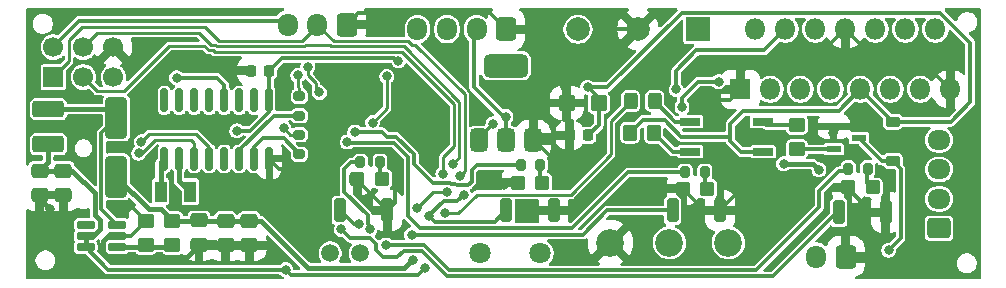
<source format=gbr>
%TF.GenerationSoftware,KiCad,Pcbnew,9.0.1*%
%TF.CreationDate,2025-06-18T23:24:53+09:00*%
%TF.ProjectId,NanoV3.3,4e616e6f-5633-42e3-932e-6b696361645f,rev?*%
%TF.SameCoordinates,Original*%
%TF.FileFunction,Copper,L2,Bot*%
%TF.FilePolarity,Positive*%
%FSLAX46Y46*%
G04 Gerber Fmt 4.6, Leading zero omitted, Abs format (unit mm)*
G04 Created by KiCad (PCBNEW 9.0.1) date 2025-06-18 23:24:53*
%MOMM*%
%LPD*%
G01*
G04 APERTURE LIST*
G04 Aperture macros list*
%AMRoundRect*
0 Rectangle with rounded corners*
0 $1 Rounding radius*
0 $2 $3 $4 $5 $6 $7 $8 $9 X,Y pos of 4 corners*
0 Add a 4 corners polygon primitive as box body*
4,1,4,$2,$3,$4,$5,$6,$7,$8,$9,$2,$3,0*
0 Add four circle primitives for the rounded corners*
1,1,$1+$1,$2,$3*
1,1,$1+$1,$4,$5*
1,1,$1+$1,$6,$7*
1,1,$1+$1,$8,$9*
0 Add four rect primitives between the rounded corners*
20,1,$1+$1,$2,$3,$4,$5,0*
20,1,$1+$1,$4,$5,$6,$7,0*
20,1,$1+$1,$6,$7,$8,$9,0*
20,1,$1+$1,$8,$9,$2,$3,0*%
G04 Aperture macros list end*
%TA.AperFunction,ComponentPad*%
%ADD10R,1.700000X1.700000*%
%TD*%
%TA.AperFunction,ComponentPad*%
%ADD11C,1.700000*%
%TD*%
%TA.AperFunction,ComponentPad*%
%ADD12R,2.000000X2.000000*%
%TD*%
%TA.AperFunction,ComponentPad*%
%ADD13C,2.000000*%
%TD*%
%TA.AperFunction,ComponentPad*%
%ADD14RoundRect,0.250000X0.600000X0.725000X-0.600000X0.725000X-0.600000X-0.725000X0.600000X-0.725000X0*%
%TD*%
%TA.AperFunction,ComponentPad*%
%ADD15O,1.700000X1.950000*%
%TD*%
%TA.AperFunction,ComponentPad*%
%ADD16RoundRect,0.250000X0.725000X-0.600000X0.725000X0.600000X-0.725000X0.600000X-0.725000X-0.600000X0*%
%TD*%
%TA.AperFunction,ComponentPad*%
%ADD17O,1.950000X1.700000*%
%TD*%
%TA.AperFunction,ComponentPad*%
%ADD18C,1.500000*%
%TD*%
%TA.AperFunction,ComponentPad*%
%ADD19C,1.800000*%
%TD*%
%TA.AperFunction,ComponentPad*%
%ADD20R,1.800000X1.800000*%
%TD*%
%TA.AperFunction,ComponentPad*%
%ADD21O,1.800000X1.800000*%
%TD*%
%TA.AperFunction,ComponentPad*%
%ADD22C,2.340000*%
%TD*%
%TA.AperFunction,SMDPad,CuDef*%
%ADD23RoundRect,0.250000X-0.450000X0.350000X-0.450000X-0.350000X0.450000X-0.350000X0.450000X0.350000X0*%
%TD*%
%TA.AperFunction,SMDPad,CuDef*%
%ADD24RoundRect,0.180000X0.420000X0.420000X-0.420000X0.420000X-0.420000X-0.420000X0.420000X-0.420000X0*%
%TD*%
%TA.AperFunction,SMDPad,CuDef*%
%ADD25RoundRect,0.200000X0.200000X0.275000X-0.200000X0.275000X-0.200000X-0.275000X0.200000X-0.275000X0*%
%TD*%
%TA.AperFunction,SMDPad,CuDef*%
%ADD26RoundRect,0.250000X-0.475000X0.337500X-0.475000X-0.337500X0.475000X-0.337500X0.475000X0.337500X0*%
%TD*%
%TA.AperFunction,SMDPad,CuDef*%
%ADD27RoundRect,0.225000X0.225000X0.250000X-0.225000X0.250000X-0.225000X-0.250000X0.225000X-0.250000X0*%
%TD*%
%TA.AperFunction,SMDPad,CuDef*%
%ADD28RoundRect,0.200000X0.275000X-0.200000X0.275000X0.200000X-0.275000X0.200000X-0.275000X-0.200000X0*%
%TD*%
%TA.AperFunction,SMDPad,CuDef*%
%ADD29R,1.250000X0.600000*%
%TD*%
%TA.AperFunction,SMDPad,CuDef*%
%ADD30R,1.750000X0.650000*%
%TD*%
%TA.AperFunction,SMDPad,CuDef*%
%ADD31RoundRect,0.152400X0.355600X0.838200X-0.355600X0.838200X-0.355600X-0.838200X0.355600X-0.838200X0*%
%TD*%
%TA.AperFunction,SMDPad,CuDef*%
%ADD32RoundRect,0.225000X-0.225000X-0.250000X0.225000X-0.250000X0.225000X0.250000X-0.225000X0.250000X0*%
%TD*%
%TA.AperFunction,SMDPad,CuDef*%
%ADD33RoundRect,0.250000X0.457500X0.445000X-0.457500X0.445000X-0.457500X-0.445000X0.457500X-0.445000X0*%
%TD*%
%TA.AperFunction,SMDPad,CuDef*%
%ADD34RoundRect,0.250000X-0.325000X-0.450000X0.325000X-0.450000X0.325000X0.450000X-0.325000X0.450000X0*%
%TD*%
%TA.AperFunction,SMDPad,CuDef*%
%ADD35RoundRect,0.150000X0.150000X-0.825000X0.150000X0.825000X-0.150000X0.825000X-0.150000X-0.825000X0*%
%TD*%
%TA.AperFunction,SMDPad,CuDef*%
%ADD36RoundRect,0.225000X-0.375000X0.225000X-0.375000X-0.225000X0.375000X-0.225000X0.375000X0.225000X0*%
%TD*%
%TA.AperFunction,SMDPad,CuDef*%
%ADD37RoundRect,0.250000X0.350000X0.450000X-0.350000X0.450000X-0.350000X-0.450000X0.350000X-0.450000X0*%
%TD*%
%TA.AperFunction,SMDPad,CuDef*%
%ADD38RoundRect,0.375000X0.375000X-0.625000X0.375000X0.625000X-0.375000X0.625000X-0.375000X-0.625000X0*%
%TD*%
%TA.AperFunction,SMDPad,CuDef*%
%ADD39RoundRect,0.500000X1.400000X-0.500000X1.400000X0.500000X-1.400000X0.500000X-1.400000X-0.500000X0*%
%TD*%
%TA.AperFunction,SMDPad,CuDef*%
%ADD40R,1.000000X1.800000*%
%TD*%
%TA.AperFunction,SMDPad,CuDef*%
%ADD41RoundRect,0.250001X1.074999X-0.462499X1.074999X0.462499X-1.074999X0.462499X-1.074999X-0.462499X0*%
%TD*%
%TA.AperFunction,SMDPad,CuDef*%
%ADD42RoundRect,0.250000X0.650000X-1.500000X0.650000X1.500000X-0.650000X1.500000X-0.650000X-1.500000X0*%
%TD*%
%TA.AperFunction,SMDPad,CuDef*%
%ADD43RoundRect,0.162500X0.617500X0.162500X-0.617500X0.162500X-0.617500X-0.162500X0.617500X-0.162500X0*%
%TD*%
%TA.AperFunction,SMDPad,CuDef*%
%ADD44RoundRect,0.250000X0.450000X-0.350000X0.450000X0.350000X-0.450000X0.350000X-0.450000X-0.350000X0*%
%TD*%
%TA.AperFunction,ViaPad*%
%ADD45C,0.800000*%
%TD*%
%TA.AperFunction,Conductor*%
%ADD46C,0.406400*%
%TD*%
%TA.AperFunction,Conductor*%
%ADD47C,0.304800*%
%TD*%
%TA.AperFunction,Conductor*%
%ADD48C,0.355600*%
%TD*%
%TA.AperFunction,Conductor*%
%ADD49C,0.254000*%
%TD*%
G04 APERTURE END LIST*
D10*
%TO.P,J2,1,MISO*%
%TO.N,D12*%
X88170000Y-114060000D03*
D11*
%TO.P,J2,2,VCC*%
%TO.N,+5V*%
X88170000Y-111520000D03*
%TO.P,J2,3,SCK*%
%TO.N,D13*%
X90710000Y-114060000D03*
%TO.P,J2,4,MOSI*%
%TO.N,D11*%
X90710000Y-111520000D03*
%TO.P,J2,5,~{RST}*%
%TO.N,RST*%
X93250000Y-114060000D03*
%TO.P,J2,6,GND*%
%TO.N,GND*%
X93250000Y-111520000D03*
%TD*%
D12*
%TO.P,SW6,1,B*%
%TO.N,/Micro_switch*%
X142750000Y-110000000D03*
D13*
%TO.P,SW6,2,C*%
%TO.N,GND*%
X137670000Y-110000000D03*
%TO.P,SW6,3,A*%
%TO.N,unconnected-(SW6-A-Pad3)*%
X132590000Y-110000000D03*
%TD*%
D14*
%TO.P,CN12,1,Pin_1*%
%TO.N,GND*%
X113000000Y-109600000D03*
D15*
%TO.P,CN12,2,Pin_2*%
%TO.N,D12*%
X110500000Y-109600000D03*
%TO.P,CN12,3,Pin_3*%
%TO.N,+5V*%
X108000000Y-109600000D03*
%TD*%
D14*
%TO.P,J8,1,Pin_1*%
%TO.N,GND*%
X155250000Y-129250000D03*
D15*
%TO.P,J8,2,Pin_2*%
%TO.N,Net-(J8-Pin_2)*%
X152750000Y-129250000D03*
%TD*%
D16*
%TO.P,J3,1,Pin_1*%
%TO.N,Net-(D2-K)*%
X163160000Y-126870000D03*
D17*
%TO.P,J3,2,Pin_2*%
%TO.N,Net-(D4-K)*%
X163160000Y-124370000D03*
%TO.P,J3,3,Pin_3*%
%TO.N,Net-(D12-A)*%
X163160000Y-121870000D03*
%TO.P,J3,4,Pin_4*%
%TO.N,Net-(D11-A)*%
X163160000Y-119370000D03*
%TD*%
D18*
%TO.P,K6,1,COIL_1*%
%TO.N,+5V*%
X111610000Y-128950000D03*
%TO.P,K6,2,COIL_2*%
%TO.N,Net-(D21-A)*%
X114150000Y-128950000D03*
D19*
%TO.P,K6,5,NO*%
%TO.N,+3.7V*%
X124310000Y-128950000D03*
%TO.P,K6,6,COM*%
%TO.N,Net-(K6-COM)*%
X129390000Y-128950000D03*
%TD*%
D14*
%TO.P,J5,1,Pin_1*%
%TO.N,GND*%
X126500000Y-110000000D03*
D15*
%TO.P,J5,2,Pin_2*%
%TO.N,+5V*%
X124000000Y-110000000D03*
%TO.P,J5,3,Pin_3*%
%TO.N,A5*%
X121500000Y-110000000D03*
%TO.P,J5,4,Pin_4*%
%TO.N,A4*%
X119000000Y-110000000D03*
%TD*%
D20*
%TO.P,U2,1,SENSE_A*%
%TO.N,GND*%
X146340000Y-115080000D03*
D21*
%TO.P,U2,2,OUT1*%
%TO.N,Net-(D2-K)*%
X147610000Y-110000000D03*
%TO.P,U2,3,OUT2*%
%TO.N,Net-(D4-K)*%
X148880000Y-115080000D03*
%TO.P,U2,4,Vs*%
%TO.N,VIN*%
X150150000Y-110000000D03*
%TO.P,U2,5,IN1*%
%TO.N,/IN1*%
X151420000Y-115080000D03*
%TO.P,U2,6,EnA*%
%TO.N,A3*%
X152690000Y-110000000D03*
%TO.P,U2,7,IN2*%
%TO.N,A6*%
X153960000Y-115080000D03*
%TO.P,U2,8,GND*%
%TO.N,GND*%
X155230000Y-110000000D03*
%TO.P,U2,9,Vss*%
%TO.N,+5V*%
X156500000Y-115080000D03*
%TO.P,U2,10,IN3*%
%TO.N,A2*%
X157770000Y-110000000D03*
%TO.P,U2,11,EnB*%
%TO.N,A0*%
X159040000Y-115080000D03*
%TO.P,U2,12,IN4*%
%TO.N,A1*%
X160310000Y-110000000D03*
%TO.P,U2,13,OUT3*%
%TO.N,Net-(D11-A)*%
X161580000Y-115080000D03*
%TO.P,U2,14,OUT4*%
%TO.N,Net-(D12-A)*%
X162850000Y-110000000D03*
%TO.P,U2,15,SENSE_B*%
%TO.N,GND*%
X164120000Y-115080000D03*
%TD*%
D22*
%TO.P,RV1,1,1*%
%TO.N,GND*%
X135330000Y-128080000D03*
%TO.P,RV1,2,2*%
%TO.N,Net-(J8-Pin_2)*%
X140330000Y-128080000D03*
%TO.P,RV1,3,3*%
%TO.N,Net-(K6-COM)*%
X145330000Y-128080000D03*
%TD*%
D23*
%TO.P,R3,1*%
%TO.N,VIN*%
X98250000Y-126250000D03*
%TO.P,R3,2*%
%TO.N,Net-(U3-FB)*%
X98250000Y-128250000D03*
%TD*%
D24*
%TO.P,L5,1*%
%TO.N,Net-(L5-Pad1)*%
X157550000Y-123400000D03*
%TO.P,L5,2*%
%TO.N,GND*%
X155450000Y-123400000D03*
%TD*%
D25*
%TO.P,R12,1*%
%TO.N,Net-(L4-Pad1)*%
X143325000Y-122100000D03*
%TO.P,R12,2*%
%TO.N,D4*%
X141675000Y-122100000D03*
%TD*%
D26*
%TO.P,C11,1*%
%TO.N,+3.7V*%
X89000000Y-121962500D03*
%TO.P,C11,2*%
%TO.N,GND*%
X89000000Y-124037500D03*
%TD*%
D24*
%TO.P,L4,1*%
%TO.N,Net-(L4-Pad1)*%
X143550000Y-123500000D03*
%TO.P,L4,2*%
%TO.N,GND*%
X141450000Y-123500000D03*
%TD*%
D26*
%TO.P,C8,1*%
%TO.N,VIN*%
X102750000Y-126212500D03*
%TO.P,C8,2*%
%TO.N,GND*%
X102750000Y-128287500D03*
%TD*%
%TO.P,C10,1*%
%TO.N,+3.7V*%
X87000000Y-121962500D03*
%TO.P,C10,2*%
%TO.N,GND*%
X87000000Y-124037500D03*
%TD*%
D27*
%TO.P,C2,1*%
%TO.N,+5V*%
X133447500Y-118980000D03*
%TO.P,C2,2*%
%TO.N,GND*%
X131897500Y-118980000D03*
%TD*%
D28*
%TO.P,R2,1*%
%TO.N,Net-(U5-RXD)*%
X109000000Y-117325000D03*
%TO.P,R2,2*%
%TO.N,TX1*%
X109000000Y-115675000D03*
%TD*%
D29*
%TO.P,Q9,1,B*%
%TO.N,Net-(Q9-B)*%
X154250000Y-120160000D03*
%TO.P,Q9,2,E*%
%TO.N,GND*%
X154250000Y-118250000D03*
%TO.P,Q9,3,C*%
%TO.N,Net-(D21-A)*%
X156350000Y-119205000D03*
%TD*%
D30*
%TO.P,U7,1*%
%TO.N,Net-(R35-Pad1)*%
X142105000Y-120370000D03*
%TO.P,U7,2*%
%TO.N,Net-(D22-A)*%
X142105000Y-117830000D03*
%TO.P,U7,3*%
%TO.N,Net-(R36-Pad1)*%
X148255000Y-117830000D03*
%TO.P,U7,4*%
%TO.N,+5V*%
X148255000Y-120370000D03*
%TD*%
D31*
%TO.P,SW3,1,1*%
%TO.N,GND*%
X130526917Y-125340000D03*
%TO.P,SW3,2,2*%
%TO.N,D11*%
X126526417Y-125340000D03*
%TD*%
D32*
%TO.P,C5,1*%
%TO.N,GND*%
X104900000Y-113525000D03*
%TO.P,C5,2*%
%TO.N,+5V*%
X106450000Y-113525000D03*
%TD*%
D33*
%TO.P,C1,1*%
%TO.N,+5V*%
X134352500Y-116250000D03*
%TO.P,C1,2*%
%TO.N,GND*%
X131647500Y-116250000D03*
%TD*%
D25*
%TO.P,R11,1*%
%TO.N,Net-(L3-Pad1)*%
X129400000Y-121500000D03*
%TO.P,R11,2*%
%TO.N,D3*%
X127750000Y-121500000D03*
%TD*%
D34*
%TO.P,D22,1,K*%
%TO.N,/power*%
X137047500Y-116090000D03*
%TO.P,D22,2,A*%
%TO.N,Net-(D22-A)*%
X139097500Y-116090000D03*
%TD*%
D26*
%TO.P,C9,1*%
%TO.N,VIN*%
X104750000Y-126212500D03*
%TO.P,C9,2*%
%TO.N,GND*%
X104750000Y-128287500D03*
%TD*%
D35*
%TO.P,U5,1,GND*%
%TO.N,GND*%
X106445000Y-120975000D03*
%TO.P,U5,2,TXD*%
%TO.N,Net-(U5-TXD)*%
X105175000Y-120975000D03*
%TO.P,U5,3,RXD*%
%TO.N,Net-(U5-RXD)*%
X103905000Y-120975000D03*
%TO.P,U5,4,V3*%
%TO.N,unconnected-(U5-V3-Pad4)*%
X102635000Y-120975000D03*
%TO.P,U5,5,UD+*%
%TO.N,D+*%
X101365000Y-120975000D03*
%TO.P,U5,6,UD-*%
%TO.N,D-*%
X100095000Y-120975000D03*
%TO.P,U5,7,XI*%
%TO.N,XI*%
X98825000Y-120975000D03*
%TO.P,U5,8,XO*%
%TO.N,XO*%
X97555000Y-120975000D03*
%TO.P,U5,9,~{CTS}*%
%TO.N,unconnected-(U5-~{CTS}-Pad9)*%
X97555000Y-116025000D03*
%TO.P,U5,10,~{DSR}*%
%TO.N,unconnected-(U5-~{DSR}-Pad10)*%
X98825000Y-116025000D03*
%TO.P,U5,11,~{RI}*%
%TO.N,unconnected-(U5-~{RI}-Pad11)*%
X100095000Y-116025000D03*
%TO.P,U5,12,~{DCD}*%
%TO.N,unconnected-(U5-~{DCD}-Pad12)*%
X101365000Y-116025000D03*
%TO.P,U5,13,~{DTR}*%
%TO.N,DTR*%
X102635000Y-116025000D03*
%TO.P,U5,14,~{RTS}*%
%TO.N,unconnected-(U5-~{RTS}-Pad14)*%
X103905000Y-116025000D03*
%TO.P,U5,15,R232*%
%TO.N,unconnected-(U5-R232-Pad15)*%
X105175000Y-116025000D03*
%TO.P,U5,16,VCC*%
%TO.N,+5V*%
X106445000Y-116025000D03*
%TD*%
D23*
%TO.P,R36,1*%
%TO.N,Net-(R36-Pad1)*%
X151120000Y-118120000D03*
%TO.P,R36,2*%
%TO.N,Net-(Q9-B)*%
X151120000Y-120120000D03*
%TD*%
D36*
%TO.P,D21,1,K*%
%TO.N,+5V*%
X159250000Y-117850000D03*
%TO.P,D21,2,A*%
%TO.N,Net-(D21-A)*%
X159250000Y-121150000D03*
%TD*%
D37*
%TO.P,R35,1*%
%TO.N,Net-(R35-Pad1)*%
X139000000Y-118750000D03*
%TO.P,R35,2*%
%TO.N,+5V*%
X137000000Y-118750000D03*
%TD*%
D24*
%TO.P,L3,1*%
%TO.N,Net-(L3-Pad1)*%
X129580000Y-123000000D03*
%TO.P,L3,2*%
%TO.N,GND*%
X127480000Y-123000000D03*
%TD*%
D26*
%TO.P,C12,1*%
%TO.N,VIN*%
X100500000Y-126175000D03*
%TO.P,C12,2*%
%TO.N,GND*%
X100500000Y-128250000D03*
%TD*%
D31*
%TO.P,SW2,1,1*%
%TO.N,GND*%
X116460250Y-125340000D03*
%TO.P,SW2,2,2*%
%TO.N,D8*%
X112459750Y-125340000D03*
%TD*%
D25*
%TO.P,R10,1*%
%TO.N,Net-(L2-Pad1)*%
X115825000Y-121250000D03*
%TO.P,R10,2*%
%TO.N,/LED1*%
X114175000Y-121250000D03*
%TD*%
D31*
%TO.P,SW4,1,1*%
%TO.N,GND*%
X144593583Y-125340000D03*
%TO.P,SW4,2,2*%
%TO.N,D10*%
X140593083Y-125340000D03*
%TD*%
D38*
%TO.P,U1,1,GND*%
%TO.N,GND*%
X128800000Y-119400000D03*
%TO.P,U1,2,VO*%
%TO.N,+5V*%
X126500000Y-119400000D03*
%TO.P,U1,3,VI*%
%TO.N,VIN*%
X124200000Y-119400000D03*
D39*
%TO.P,U1,4*%
%TO.N,N/C*%
X126500000Y-113100000D03*
%TD*%
D28*
%TO.P,R9,1*%
%TO.N,Net-(U5-TXD)*%
X109000000Y-120575000D03*
%TO.P,R9,2*%
%TO.N,RX0*%
X109000000Y-118925000D03*
%TD*%
D31*
%TO.P,SW5,1,1*%
%TO.N,GND*%
X158660250Y-125500000D03*
%TO.P,SW5,2,2*%
%TO.N,/PullBack*%
X154659750Y-125500000D03*
%TD*%
D40*
%TO.P,Y2,1,1*%
%TO.N,XO*%
X97250000Y-123750000D03*
%TO.P,Y2,2,2*%
%TO.N,XI*%
X99750000Y-123750000D03*
%TD*%
D41*
%TO.P,L1,1,1*%
%TO.N,+3.7V*%
X87750000Y-119737500D03*
%TO.P,L1,2,2*%
%TO.N,Net-(D10-A)*%
X87750000Y-116762500D03*
%TD*%
D25*
%TO.P,R13,1*%
%TO.N,Net-(L5-Pad1)*%
X157125000Y-121800000D03*
%TO.P,R13,2*%
%TO.N,/LED4*%
X155475000Y-121800000D03*
%TD*%
D42*
%TO.P,D10,1,K*%
%TO.N,VIN*%
X93500000Y-122500000D03*
%TO.P,D10,2,A*%
%TO.N,Net-(D10-A)*%
X93500000Y-117500000D03*
%TD*%
D24*
%TO.P,L2,1*%
%TO.N,Net-(L2-Pad1)*%
X115990000Y-122670000D03*
%TO.P,L2,2*%
%TO.N,GND*%
X113890000Y-122670000D03*
%TD*%
D43*
%TO.P,U3,1,SW*%
%TO.N,Net-(D10-A)*%
X93600000Y-126550000D03*
%TO.P,U3,2,GND*%
%TO.N,GND*%
X93600000Y-127500000D03*
%TO.P,U3,3,FB*%
%TO.N,Net-(U3-FB)*%
X93600000Y-128450000D03*
%TO.P,U3,4,EN*%
%TO.N,+3.7V*%
X90900000Y-128450000D03*
%TO.P,U3,5,IN*%
X90900000Y-127500000D03*
%TO.P,U3,6,NC*%
%TO.N,unconnected-(U3-NC-Pad6)*%
X90900000Y-126550000D03*
%TD*%
D44*
%TO.P,R4,1*%
%TO.N,Net-(U3-FB)*%
X96000000Y-128250000D03*
%TO.P,R4,2*%
%TO.N,GND*%
X96000000Y-126250000D03*
%TD*%
D45*
%TO.N,GND*%
X93415000Y-124900000D03*
X154200000Y-118800000D03*
X126300000Y-123200000D03*
X95600000Y-117000000D03*
X133300000Y-121400000D03*
X142500000Y-116000000D03*
X139800000Y-123300000D03*
X130600000Y-121100000D03*
X87865000Y-125200000D03*
X117100000Y-120900000D03*
X103400000Y-123300000D03*
X149600000Y-126800000D03*
X131800000Y-125300000D03*
X131500000Y-114900000D03*
X98800000Y-112300000D03*
X146600000Y-122500000D03*
%TO.N,+5V*%
X126500000Y-117400000D03*
X117389150Y-112669800D03*
X103700000Y-118600000D03*
X133400000Y-114900000D03*
%TO.N,+3.7V*%
X107850000Y-130350000D03*
X119600000Y-130200000D03*
%TO.N,Net-(D21-A)*%
X158900000Y-128700000D03*
%TO.N,Net-(D4-K)*%
X141400000Y-116600000D03*
X144500000Y-114438400D03*
%TO.N,DTR*%
X98600000Y-114100000D03*
%TO.N,VIN*%
X140900000Y-115100000D03*
X150000000Y-121400000D03*
X125400000Y-118000000D03*
X118650000Y-129530310D03*
X153000000Y-121900000D03*
%TO.N,RX0*%
X110700000Y-115355200D03*
X107700000Y-118400000D03*
X109700000Y-113200000D03*
%TO.N,TX1*%
X108873253Y-113900000D03*
%TO.N,D-*%
X95400000Y-120500000D03*
%TO.N,D+*%
X95617625Y-119520687D03*
%TO.N,D11*%
X122900000Y-124000000D03*
X120000000Y-125800000D03*
X122000000Y-121400000D03*
%TO.N,D12*%
X121500000Y-123800000D03*
X119000000Y-125100000D03*
X122610640Y-122427678D03*
%TO.N,D13*%
X121150000Y-122250000D03*
%TO.N,D3*%
X113700000Y-118700000D03*
%TO.N,/Micro_switch*%
X115200000Y-117900000D03*
X116400000Y-114000000D03*
%TO.N,D8*%
X114044400Y-126500000D03*
%TO.N,D10*%
X118500000Y-127400000D03*
%TO.N,D4*%
X113050000Y-119550000D03*
%TO.N,/PullBack*%
X112550000Y-126950000D03*
%TO.N,/LED1*%
X114964082Y-126944400D03*
%TO.N,/power*%
X121300000Y-125535400D03*
%TO.N,/LED4*%
X116334290Y-128265710D03*
%TD*%
D46*
%TO.N,GND*%
X92816936Y-129257400D02*
X92412600Y-128853064D01*
D47*
X113890000Y-122769750D02*
X116460250Y-125340000D01*
D46*
X99492600Y-129257400D02*
X92816936Y-129257400D01*
D48*
X137670000Y-110000000D02*
X136288000Y-108618000D01*
D47*
X141450000Y-123500000D02*
X143290000Y-125340000D01*
D48*
X135600000Y-110000000D02*
X137670000Y-110000000D01*
D49*
X130600000Y-121100000D02*
X133000000Y-121100000D01*
D47*
X94750000Y-127500000D02*
X96000000Y-126250000D01*
X149600000Y-125500000D02*
X146600000Y-122500000D01*
X107270000Y-121800000D02*
X106445000Y-120975000D01*
D48*
X146340000Y-115080000D02*
X146340000Y-113760000D01*
X129372298Y-108618000D02*
X127990298Y-110000000D01*
X149200000Y-112900000D02*
X149900000Y-112200000D01*
D47*
X116460250Y-125340000D02*
X117100000Y-124700250D01*
X155450000Y-123500000D02*
X157290000Y-125340000D01*
D49*
X154250000Y-118250000D02*
X154200000Y-118300000D01*
D46*
X87000000Y-124335000D02*
X87865000Y-125200000D01*
D47*
X141450000Y-123500000D02*
X140000000Y-123500000D01*
D46*
X100500000Y-128250000D02*
X99492600Y-129257400D01*
D48*
X149900000Y-112200000D02*
X153030000Y-112200000D01*
X161540000Y-112500000D02*
X157730000Y-112500000D01*
X95600000Y-115500000D02*
X95600000Y-117000000D01*
X94650000Y-124900000D02*
X96000000Y-126250000D01*
X131647500Y-113952500D02*
X135600000Y-110000000D01*
D47*
X105900000Y-123300000D02*
X103400000Y-123300000D01*
D48*
X146340000Y-113760000D02*
X147200000Y-112900000D01*
X131647500Y-118730000D02*
X131897500Y-118980000D01*
X126500000Y-110000000D02*
X125143000Y-108643000D01*
X153030000Y-112200000D02*
X155230000Y-110000000D01*
D47*
X93600000Y-127500000D02*
X94750000Y-127500000D01*
D48*
X131647500Y-116250000D02*
X131647500Y-118730000D01*
D47*
X113480165Y-120400000D02*
X112080165Y-121800000D01*
D46*
X92820001Y-127500000D02*
X93600000Y-127500000D01*
D48*
X136288000Y-108618000D02*
X129372298Y-108618000D01*
D47*
X112080165Y-121800000D02*
X107270000Y-121800000D01*
D49*
X160400000Y-129600000D02*
X155600000Y-129600000D01*
D47*
X106445000Y-122755000D02*
X105900000Y-123300000D01*
D48*
X125143000Y-108643000D02*
X113957000Y-108643000D01*
X157730000Y-112500000D02*
X155230000Y-110000000D01*
X98800000Y-112300000D02*
X95600000Y-115500000D01*
X131647500Y-116250000D02*
X131647500Y-113952500D01*
D46*
X87000000Y-124037500D02*
X89000000Y-124037500D01*
D48*
X146340000Y-115080000D02*
X145420000Y-116000000D01*
D49*
X154200000Y-118300000D02*
X154200000Y-118800000D01*
D48*
X127990298Y-110000000D02*
X126500000Y-110000000D01*
D47*
X158660250Y-125340000D02*
X158660250Y-127294127D01*
D48*
X147200000Y-112900000D02*
X149200000Y-112900000D01*
D47*
X149600000Y-126800000D02*
X149600000Y-125500000D01*
D49*
X161000000Y-129000000D02*
X160400000Y-129600000D01*
D46*
X92412600Y-127907401D02*
X92820001Y-127500000D01*
D49*
X127480000Y-123000000D02*
X126500000Y-123000000D01*
X157300000Y-118000000D02*
X159200000Y-119900000D01*
X133000000Y-121100000D02*
X133300000Y-121400000D01*
X159200000Y-119900000D02*
X160100000Y-119900000D01*
D46*
X104750000Y-128287500D02*
X100537500Y-128287500D01*
D47*
X143290000Y-125340000D02*
X144593583Y-125340000D01*
X140000000Y-123500000D02*
X139800000Y-123300000D01*
D49*
X126500000Y-123000000D02*
X126300000Y-123200000D01*
D48*
X100025000Y-113525000D02*
X104900000Y-113525000D01*
D49*
X155600000Y-129600000D02*
X155250000Y-129250000D01*
X131760000Y-125340000D02*
X131800000Y-125300000D01*
D48*
X98800000Y-112300000D02*
X100025000Y-113525000D01*
X131897500Y-118980000D02*
X129220000Y-118980000D01*
X145420000Y-116000000D02*
X142500000Y-116000000D01*
D47*
X106445000Y-120975000D02*
X106445000Y-122755000D01*
X117100000Y-124700250D02*
X117100000Y-120900000D01*
X144593583Y-125340000D02*
X146600000Y-123333583D01*
D48*
X128900000Y-119400000D02*
X130600000Y-121100000D01*
D49*
X154200000Y-118800000D02*
X155000000Y-118000000D01*
D48*
X128800000Y-119400000D02*
X128900000Y-119400000D01*
X113957000Y-108643000D02*
X113000000Y-109600000D01*
D47*
X157290000Y-125340000D02*
X158660250Y-125340000D01*
X158660250Y-127294127D02*
X156704377Y-129250000D01*
D49*
X155000000Y-118000000D02*
X157300000Y-118000000D01*
D48*
X164120000Y-115080000D02*
X161540000Y-112500000D01*
D47*
X156704377Y-129250000D02*
X155250000Y-129250000D01*
X116600000Y-120400000D02*
X113480165Y-120400000D01*
D48*
X93415000Y-124900000D02*
X94650000Y-124900000D01*
D46*
X100537500Y-128287500D02*
X100500000Y-128250000D01*
D47*
X146600000Y-123333583D02*
X146600000Y-122500000D01*
X113890000Y-122670000D02*
X113890000Y-122769750D01*
D49*
X160100000Y-119900000D02*
X161000000Y-120800000D01*
D46*
X87000000Y-124037500D02*
X87000000Y-124335000D01*
D47*
X117100000Y-120900000D02*
X116600000Y-120400000D01*
D49*
X161000000Y-120800000D02*
X161000000Y-129000000D01*
X130526917Y-125340000D02*
X131760000Y-125340000D01*
D48*
X129220000Y-118980000D02*
X128800000Y-119400000D01*
D46*
X92412600Y-128853064D02*
X92412600Y-127907401D01*
D48*
%TO.N,+5V*%
X145500000Y-119100000D02*
X145500000Y-119500000D01*
X156500000Y-115080000D02*
X154680000Y-116900000D01*
X145500000Y-118000000D02*
X145500000Y-119100000D01*
X145500000Y-119500000D02*
X146370000Y-120370000D01*
X134352500Y-115852500D02*
X133400000Y-114900000D01*
X134352500Y-116250000D02*
X134352500Y-118075000D01*
X164150000Y-117850000D02*
X159250000Y-117850000D01*
X137000000Y-118750000D02*
X138082000Y-117668000D01*
X146370000Y-120370000D02*
X148255000Y-120370000D01*
D47*
X106450000Y-116020000D02*
X106445000Y-116025000D01*
D48*
X124000000Y-110000000D02*
X123800000Y-110200000D01*
X133400000Y-114900000D02*
X135086000Y-114900000D01*
X156500000Y-115080000D02*
X159250000Y-117830000D01*
X108000000Y-109600000D02*
X107691000Y-109291000D01*
D47*
X107531600Y-112443400D02*
X106450000Y-113525000D01*
D48*
X134352500Y-116250000D02*
X134352500Y-115852500D01*
X138082000Y-117668000D02*
X139919744Y-117668000D01*
D47*
X106445000Y-116999999D02*
X104844999Y-118600000D01*
X106445000Y-116025000D02*
X106445000Y-116999999D01*
D48*
X139919744Y-117668000D02*
X141351744Y-119100000D01*
X126500000Y-117400000D02*
X126500000Y-119400000D01*
X165800000Y-116200000D02*
X164150000Y-117850000D01*
D47*
X117043400Y-112443400D02*
X107531600Y-112443400D01*
D48*
X123800000Y-110200000D02*
X123800000Y-114900000D01*
D47*
X117269800Y-112669800D02*
X117043400Y-112443400D01*
D48*
X154680000Y-116900000D02*
X146600000Y-116900000D01*
X90371095Y-109291000D02*
X88170000Y-111492095D01*
D47*
X104844999Y-118600000D02*
X103700000Y-118600000D01*
D48*
X165800000Y-111136978D02*
X165800000Y-116200000D01*
X163281022Y-108618000D02*
X165800000Y-111136978D01*
X88170000Y-111492095D02*
X88170000Y-111520000D01*
D47*
X106450000Y-113525000D02*
X106450000Y-116020000D01*
D48*
X126300000Y-117400000D02*
X126500000Y-117400000D01*
X123800000Y-114900000D02*
X126300000Y-117400000D01*
X159250000Y-117830000D02*
X159250000Y-117850000D01*
X141351744Y-119100000D02*
X145500000Y-119100000D01*
X107691000Y-109291000D02*
X90371095Y-109291000D01*
X146600000Y-116900000D02*
X145500000Y-118000000D01*
X134352500Y-118075000D02*
X133447500Y-118980000D01*
X141368000Y-108618000D02*
X163281022Y-108618000D01*
D47*
X117389150Y-112669800D02*
X117269800Y-112669800D01*
D48*
X135086000Y-114900000D02*
X141368000Y-108618000D01*
D46*
%TO.N,+3.7V*%
X90900000Y-128450000D02*
X90900000Y-127500000D01*
X89000000Y-121962500D02*
X87000000Y-121962500D01*
D48*
X107850000Y-130350000D02*
X92800000Y-130350000D01*
D46*
X87750000Y-119737500D02*
X87750000Y-121212500D01*
D48*
X119600000Y-130200000D02*
X119014800Y-130785200D01*
X107850000Y-130350000D02*
X107800000Y-130300000D01*
D46*
X91540464Y-127500000D02*
X92087400Y-126953064D01*
D48*
X119014800Y-130785200D02*
X108285200Y-130785200D01*
D46*
X91669200Y-125728736D02*
X91669200Y-123906700D01*
X92087400Y-126146936D02*
X91669200Y-125728736D01*
X90900000Y-127500000D02*
X91540464Y-127500000D01*
D48*
X108285200Y-130785200D02*
X107850000Y-130350000D01*
D46*
X89725000Y-121962500D02*
X89000000Y-121962500D01*
X87750000Y-121212500D02*
X87000000Y-121962500D01*
X92087400Y-126953064D02*
X92087400Y-126146936D01*
D48*
X92800000Y-130350000D02*
X90900000Y-128450000D01*
D46*
X91669200Y-123906700D02*
X89725000Y-121962500D01*
%TO.N,Net-(D10-A)*%
X92762500Y-116762500D02*
X93500000Y-117500000D01*
D47*
X92243400Y-118756600D02*
X93500000Y-117500000D01*
D46*
X87750000Y-116762500D02*
X92762500Y-116762500D01*
D47*
X92243400Y-125193400D02*
X92243400Y-118756600D01*
X93600000Y-126550000D02*
X92243400Y-125193400D01*
%TO.N,Net-(D21-A)*%
X159900000Y-121800000D02*
X159900000Y-127700000D01*
X159250000Y-121150000D02*
X158295000Y-121150000D01*
X158295000Y-121150000D02*
X156350000Y-119205000D01*
X159250000Y-121150000D02*
X159900000Y-121800000D01*
X159900000Y-127700000D02*
X158900000Y-128700000D01*
D48*
%TO.N,Net-(D4-K)*%
X141400000Y-115800000D02*
X141400000Y-116600000D01*
X142761600Y-114438400D02*
X141400000Y-115800000D01*
X144500000Y-114438400D02*
X142761600Y-114438400D01*
D47*
%TO.N,Net-(D22-A)*%
X142105000Y-117830000D02*
X140837500Y-117830000D01*
X140837500Y-117830000D02*
X139097500Y-116090000D01*
%TO.N,Net-(L2-Pad1)*%
X115825000Y-121250000D02*
X115825000Y-122505000D01*
X115825000Y-122505000D02*
X115990000Y-122670000D01*
%TO.N,Net-(R35-Pad1)*%
X142105000Y-120370000D02*
X140620000Y-120370000D01*
X140620000Y-120370000D02*
X139000000Y-118750000D01*
%TO.N,Net-(R36-Pad1)*%
X151120000Y-118120000D02*
X148545000Y-118120000D01*
X148545000Y-118120000D02*
X148255000Y-117830000D01*
%TO.N,Net-(Q9-B)*%
X151160000Y-120160000D02*
X151120000Y-120120000D01*
X154250000Y-120160000D02*
X151160000Y-120160000D01*
D46*
%TO.N,Net-(U3-FB)*%
X98050000Y-128450000D02*
X98250000Y-128250000D01*
X93600000Y-128450000D02*
X98050000Y-128450000D01*
D47*
%TO.N,Net-(L3-Pad1)*%
X129400000Y-122660000D02*
X129580000Y-122840000D01*
X129400000Y-121500000D02*
X129400000Y-122660000D01*
%TO.N,Net-(L4-Pad1)*%
X143325000Y-123275000D02*
X143550000Y-123500000D01*
X143325000Y-122000000D02*
X143325000Y-123275000D01*
%TO.N,Net-(L5-Pad1)*%
X157075000Y-123025000D02*
X157550000Y-123500000D01*
X157075000Y-122000000D02*
X157075000Y-123025000D01*
D48*
%TO.N,DTR*%
X102635000Y-116025000D02*
X102635000Y-114735000D01*
X102000000Y-114100000D02*
X98600000Y-114100000D01*
X102635000Y-114735000D02*
X102000000Y-114100000D01*
D46*
%TO.N,VIN*%
X96242600Y-125242600D02*
X93500000Y-122500000D01*
X118650000Y-129530310D02*
X118569690Y-129530310D01*
D48*
X124200000Y-119400000D02*
X124200000Y-119200000D01*
D46*
X98250000Y-126250000D02*
X97242600Y-125242600D01*
X109700000Y-130200000D02*
X105712500Y-126212500D01*
X117900000Y-130200000D02*
X109700000Y-130200000D01*
X105712500Y-126212500D02*
X104750000Y-126212500D01*
X104712500Y-126250000D02*
X104750000Y-126212500D01*
X150000000Y-121400000D02*
X152500000Y-121400000D01*
X152500000Y-121400000D02*
X153000000Y-121900000D01*
X98250000Y-126250000D02*
X104712500Y-126250000D01*
D48*
X140900000Y-115100000D02*
X140900000Y-113500000D01*
D46*
X97242600Y-125242600D02*
X96242600Y-125242600D01*
D48*
X148350000Y-111800000D02*
X150150000Y-110000000D01*
X124200000Y-119200000D02*
X125400000Y-118000000D01*
X140900000Y-113500000D02*
X142600000Y-111800000D01*
X142600000Y-111800000D02*
X148350000Y-111800000D01*
D46*
X118569690Y-129530310D02*
X117900000Y-130200000D01*
D49*
%TO.N,RX0*%
X109700000Y-113865927D02*
X110400000Y-114565927D01*
X110400000Y-114565927D02*
X110400000Y-115055200D01*
X109000000Y-118925000D02*
X108225000Y-118925000D01*
X110400000Y-115055200D02*
X110700000Y-115355200D01*
X109700000Y-113200000D02*
X109700000Y-113865927D01*
X108225000Y-118925000D02*
X107700000Y-118400000D01*
%TO.N,TX1*%
X108873253Y-114873253D02*
X109000000Y-115000000D01*
X109000000Y-115000000D02*
X109000000Y-115675000D01*
X108873253Y-113900000D02*
X108873253Y-114873253D01*
%TO.N,D-*%
X99858200Y-119358200D02*
X96814185Y-119358200D01*
X100095000Y-120975000D02*
X100095000Y-119595000D01*
X95672385Y-120500000D02*
X95400000Y-120500000D01*
X96814185Y-119358200D02*
X95672385Y-120500000D01*
X100095000Y-119595000D02*
X99858200Y-119358200D01*
%TO.N,D+*%
X101365000Y-120000001D02*
X101365000Y-120975000D01*
X100264999Y-118900000D02*
X101365000Y-120000001D01*
X96238312Y-118900000D02*
X100264999Y-118900000D01*
X95617625Y-119520687D02*
X96238312Y-118900000D01*
%TO.N,D11*%
X91891200Y-110338800D02*
X100538800Y-110338800D01*
D47*
X121208806Y-124556600D02*
X122343400Y-124556600D01*
X120000000Y-125800000D02*
X120000000Y-125765406D01*
D49*
X111710208Y-111458200D02*
X117858200Y-111458200D01*
D47*
X122343400Y-124556600D02*
X122900000Y-124000000D01*
D49*
X111552007Y-111300000D02*
X111710208Y-111458200D01*
D47*
X120491000Y-126291000D02*
X120000000Y-125800000D01*
D49*
X122541800Y-120858200D02*
X122100000Y-121300000D01*
D47*
X126526417Y-125340000D02*
X125575417Y-126291000D01*
D49*
X122541800Y-116141800D02*
X122541800Y-120858200D01*
D47*
X120000000Y-125765406D02*
X121208806Y-124556600D01*
D49*
X100538800Y-110338800D02*
X101500000Y-111300000D01*
X90710000Y-111520000D02*
X91891200Y-110338800D01*
X101852008Y-111300000D02*
X102010207Y-111458200D01*
X102010207Y-111458200D02*
X109389793Y-111458200D01*
X101500000Y-111300000D02*
X101852008Y-111300000D01*
X109389793Y-111458200D02*
X109547992Y-111300000D01*
D47*
X125575417Y-126291000D02*
X120491000Y-126291000D01*
D49*
X117858200Y-111458200D02*
X122541800Y-116141800D01*
X109547992Y-111300000D02*
X111552007Y-111300000D01*
%TO.N,D12*%
X110500000Y-109600000D02*
X110500000Y-109700000D01*
X101000000Y-109800000D02*
X90581930Y-109800000D01*
X90581930Y-109800000D02*
X89500000Y-110881930D01*
X102200000Y-111000000D02*
X101000000Y-109800000D01*
X121500000Y-123800000D02*
X120300000Y-123800000D01*
X89500000Y-112730000D02*
X88170000Y-114060000D01*
X89500000Y-110881930D02*
X89500000Y-112730000D01*
X123000000Y-115500000D02*
X118806200Y-111306200D01*
X123000000Y-122038318D02*
X123000000Y-115500000D01*
X110500000Y-109700000D02*
X109200000Y-111000000D01*
X109200000Y-111000000D02*
X102200000Y-111000000D01*
X120300000Y-123800000D02*
X119000000Y-125100000D01*
X118204531Y-111000000D02*
X111900000Y-111000000D01*
X111900000Y-111000000D02*
X110500000Y-109600000D01*
X118806200Y-111306200D02*
X118510731Y-111306200D01*
X118510731Y-111306200D02*
X118204531Y-111000000D01*
X122610640Y-122427678D02*
X123000000Y-122038318D01*
%TO.N,D13*%
X101820413Y-111916399D02*
X101662214Y-111758200D01*
X101310207Y-111758200D02*
X100952008Y-111400000D01*
X98000000Y-111400000D02*
X94158800Y-115241200D01*
X109579586Y-111916400D02*
X101820413Y-111916399D01*
X111520415Y-111916400D02*
X111504015Y-111900000D01*
X91891200Y-115241200D02*
X90710000Y-114060000D01*
X121150000Y-122250000D02*
X121150000Y-120850000D01*
X101662214Y-111758200D02*
X101310207Y-111758200D01*
X121150000Y-120850000D02*
X122083600Y-119916400D01*
X121150000Y-122250000D02*
X121100000Y-122300000D01*
X117668408Y-111916400D02*
X111520415Y-111916400D01*
X100952008Y-111400000D02*
X98000000Y-111400000D01*
X111504015Y-111900000D02*
X109595986Y-111900000D01*
X122083600Y-116331592D02*
X117668408Y-111916400D01*
X122083600Y-119916400D02*
X122083600Y-116331592D01*
X109595986Y-111900000D02*
X109579586Y-111916400D01*
X94158800Y-115241200D02*
X91891200Y-115241200D01*
D47*
%TO.N,Net-(U5-RXD)*%
X103905000Y-120260598D02*
X103905000Y-120975000D01*
X109000000Y-117325000D02*
X106840598Y-117325000D01*
X106840598Y-117325000D02*
X103905000Y-120260598D01*
%TO.N,Net-(U5-TXD)*%
X109000000Y-120575000D02*
X107675000Y-119250000D01*
X105925001Y-119250000D02*
X105175000Y-120000001D01*
X105175000Y-120000001D02*
X105175000Y-120975000D01*
X107675000Y-119250000D02*
X105925001Y-119250000D01*
%TO.N,D3*%
X123600000Y-121918476D02*
X123581524Y-121900000D01*
X121469994Y-123000000D02*
X121769994Y-123000000D01*
X122312968Y-123200000D02*
X123300000Y-123200000D01*
X116391000Y-119091000D02*
X117210834Y-119091000D01*
X123581524Y-121900000D02*
X123600000Y-121900000D01*
X118709000Y-121409000D02*
X120300000Y-123000000D01*
X124000000Y-121500000D02*
X127750000Y-121500000D01*
X120830006Y-123000000D02*
X120836606Y-123006600D01*
X123600000Y-121900000D02*
X124000000Y-121500000D01*
X116000000Y-118700000D02*
X116391000Y-119091000D01*
X121869994Y-123100000D02*
X122212968Y-123100000D01*
X113700000Y-118700000D02*
X116000000Y-118700000D01*
X121463394Y-123006600D02*
X121469994Y-123000000D01*
X123300000Y-123200000D02*
X123600000Y-122900000D01*
X120300000Y-123000000D02*
X120830006Y-123000000D01*
X122212968Y-123100000D02*
X122312968Y-123200000D01*
X120836606Y-123006600D02*
X121463394Y-123006600D01*
X121769994Y-123000000D02*
X121869994Y-123100000D01*
X118709000Y-120589165D02*
X118709000Y-121409000D01*
X117210834Y-119091000D02*
X118709000Y-120589165D01*
X123600000Y-122900000D02*
X123600000Y-121918476D01*
D49*
%TO.N,/Micro_switch*%
X115200000Y-117900000D02*
X116400000Y-116700000D01*
X116400000Y-116700000D02*
X116400000Y-114100000D01*
D46*
%TO.N,XO*%
X97250000Y-123750000D02*
X97250000Y-121280000D01*
X97250000Y-121280000D02*
X97555000Y-120975000D01*
%TO.N,XI*%
X99750000Y-123750000D02*
X98825000Y-122825000D01*
X98825000Y-122825000D02*
X98825000Y-120975000D01*
D47*
%TO.N,D8*%
X113619750Y-126500000D02*
X112459750Y-125340000D01*
X114044400Y-126500000D02*
X113619750Y-126500000D01*
%TO.N,D10*%
X140593083Y-125340000D02*
X135060000Y-125340000D01*
X118500000Y-127400000D02*
X118400000Y-127400000D01*
X135060000Y-125340000D02*
X133000000Y-127400000D01*
X133000000Y-127400000D02*
X118500000Y-127400000D01*
%TO.N,D4*%
X113100000Y-119600000D02*
X113050000Y-119550000D01*
X119500000Y-126800000D02*
X119200000Y-126800000D01*
X136800000Y-122100000D02*
X132100000Y-126800000D01*
X132100000Y-126800000D02*
X119500000Y-126800000D01*
X118200000Y-125800000D02*
X118200000Y-120800000D01*
X117000000Y-119600000D02*
X113100000Y-119600000D01*
X119500000Y-126800000D02*
X119400000Y-126800000D01*
X119200000Y-126800000D02*
X118200000Y-125800000D01*
X118200000Y-120800000D02*
X117000000Y-119600000D01*
X141675000Y-122100000D02*
X136800000Y-122100000D01*
%TO.N,/PullBack*%
X119354876Y-128774710D02*
X121480166Y-130900000D01*
X115500000Y-128200000D02*
X115500000Y-128700000D01*
X116100000Y-129300000D02*
X117300000Y-129300000D01*
X117825290Y-128774710D02*
X119354876Y-128774710D01*
X115500000Y-128700000D02*
X116100000Y-129300000D01*
X121480166Y-130900000D02*
X149099750Y-130900000D01*
X115000000Y-127700000D02*
X115500000Y-128200000D01*
X112550000Y-126950000D02*
X113300000Y-127700000D01*
X113300000Y-127700000D02*
X115000000Y-127700000D01*
X149099750Y-130900000D02*
X154659750Y-125340000D01*
X117300000Y-129300000D02*
X117825290Y-128774710D01*
%TO.N,/LED1*%
X114800000Y-125762392D02*
X114800000Y-126500000D01*
X114800000Y-126500000D02*
X115200000Y-126900000D01*
X113350000Y-121250000D02*
X112800000Y-121800000D01*
X112800000Y-123762392D02*
X114800000Y-125762392D01*
X112800000Y-121800000D02*
X112800000Y-123762392D01*
X114175000Y-121250000D02*
X113350000Y-121250000D01*
D49*
%TO.N,/power*%
X121300000Y-125535400D02*
X122464600Y-125535400D01*
X132000000Y-124000000D02*
X135400000Y-120600000D01*
X135400000Y-117737500D02*
X137047500Y-116090000D01*
X122464600Y-125535400D02*
X124000000Y-124000000D01*
X135400000Y-120600000D02*
X135400000Y-117737500D01*
X121135400Y-125535400D02*
X121100000Y-125500000D01*
X121300000Y-125535400D02*
X121135400Y-125535400D01*
X124000000Y-124000000D02*
X132000000Y-124000000D01*
D47*
%TO.N,/LED4*%
X153000000Y-123700000D02*
X154700000Y-122000000D01*
X147690892Y-130391000D02*
X153000000Y-125081892D01*
X153000000Y-125081892D02*
X153000000Y-123700000D01*
X154700000Y-122000000D02*
X155275000Y-122000000D01*
X121691000Y-130391000D02*
X147690892Y-130391000D01*
X116334290Y-128265710D02*
X119565710Y-128265710D01*
X119565710Y-128265710D02*
X121691000Y-130391000D01*
X155275000Y-122000000D02*
X155475000Y-121800000D01*
%TD*%
%TA.AperFunction,Conductor*%
%TO.N,GND*%
G36*
X88943039Y-123682185D02*
G01*
X88988794Y-123734989D01*
X89000000Y-123786500D01*
X89000000Y-124037500D01*
X89251000Y-124037500D01*
X89318039Y-124057185D01*
X89363794Y-124109989D01*
X89375000Y-124161500D01*
X89375000Y-125375000D01*
X89532998Y-125375000D01*
X89533000Y-125374999D01*
X89652325Y-125364391D01*
X89652328Y-125364390D01*
X89847861Y-125308442D01*
X90028130Y-125214278D01*
X90159717Y-125106982D01*
X90224113Y-125079872D01*
X90292943Y-125091881D01*
X90306971Y-125099982D01*
X90359496Y-125135079D01*
X90359511Y-125135087D01*
X90462802Y-125177871D01*
X90496087Y-125191658D01*
X90496091Y-125191658D01*
X90496092Y-125191659D01*
X90641079Y-125220500D01*
X90641082Y-125220500D01*
X90788920Y-125220500D01*
X90886462Y-125201096D01*
X90933913Y-125191658D01*
X91007974Y-125160981D01*
X91065448Y-125137175D01*
X91134917Y-125129706D01*
X91197396Y-125160981D01*
X91233048Y-125221070D01*
X91236900Y-125251736D01*
X91236900Y-125671822D01*
X91236900Y-125785650D01*
X91251411Y-125839808D01*
X91249749Y-125909655D01*
X91210587Y-125967518D01*
X91146359Y-125995023D01*
X91131637Y-125995900D01*
X90251682Y-125995900D01*
X90159981Y-126010424D01*
X90049455Y-126066739D01*
X90049448Y-126066744D01*
X89961744Y-126154448D01*
X89961739Y-126154455D01*
X89905424Y-126264981D01*
X89890900Y-126356682D01*
X89890900Y-126743318D01*
X89905424Y-126835019D01*
X89952860Y-126928118D01*
X89961740Y-126945546D01*
X89966517Y-126952122D01*
X89989991Y-127017931D01*
X89974161Y-127085983D01*
X89966517Y-127097878D01*
X89961740Y-127104453D01*
X89911853Y-127202363D01*
X89905424Y-127214981D01*
X89890900Y-127306682D01*
X89890900Y-127693318D01*
X89905424Y-127785019D01*
X89952176Y-127876775D01*
X89961740Y-127895546D01*
X89966517Y-127902122D01*
X89989991Y-127967931D01*
X89974161Y-128035983D01*
X89966517Y-128047878D01*
X89961740Y-128054453D01*
X89916105Y-128144019D01*
X89905424Y-128164981D01*
X89890900Y-128256682D01*
X89890900Y-128643318D01*
X89905424Y-128735019D01*
X89949412Y-128821350D01*
X89961739Y-128845544D01*
X89961744Y-128845551D01*
X90049448Y-128933255D01*
X90049451Y-128933257D01*
X90049454Y-128933260D01*
X90159981Y-128989576D01*
X90251682Y-129004100D01*
X90827294Y-129004100D01*
X90894333Y-129023785D01*
X90914975Y-129040419D01*
X92550157Y-130675601D01*
X92642943Y-130729170D01*
X92746430Y-130756900D01*
X92746431Y-130756900D01*
X107315856Y-130756900D01*
X107382895Y-130776585D01*
X107403538Y-130793220D01*
X107448968Y-130838651D01*
X107448972Y-130838654D01*
X107552002Y-130907497D01*
X107552011Y-130907502D01*
X107620664Y-130935939D01*
X107675067Y-130979780D01*
X107697132Y-131046074D01*
X107679853Y-131113773D01*
X107628716Y-131161384D01*
X107573211Y-131174500D01*
X85959500Y-131174500D01*
X85892461Y-131154815D01*
X85846706Y-131102011D01*
X85835500Y-131050500D01*
X85835500Y-129491679D01*
X86649000Y-129491679D01*
X86649000Y-129659320D01*
X86681701Y-129823720D01*
X86681704Y-129823732D01*
X86745850Y-129978595D01*
X86745851Y-129978597D01*
X86838984Y-130117980D01*
X86838987Y-130117984D01*
X86957515Y-130236512D01*
X86957519Y-130236515D01*
X87096900Y-130329647D01*
X87096901Y-130329647D01*
X87096902Y-130329648D01*
X87096904Y-130329649D01*
X87251767Y-130393795D01*
X87251772Y-130393797D01*
X87416179Y-130426499D01*
X87416183Y-130426500D01*
X87416184Y-130426500D01*
X87583817Y-130426500D01*
X87583818Y-130426499D01*
X87748228Y-130393797D01*
X87903100Y-130329647D01*
X88042481Y-130236515D01*
X88161015Y-130117981D01*
X88254147Y-129978600D01*
X88318297Y-129823728D01*
X88351000Y-129659316D01*
X88351000Y-129491684D01*
X88318297Y-129327272D01*
X88297314Y-129276614D01*
X88254149Y-129172404D01*
X88254148Y-129172402D01*
X88251028Y-129167733D01*
X88161015Y-129033019D01*
X88161012Y-129033015D01*
X88042484Y-128914487D01*
X88042480Y-128914484D01*
X87903097Y-128821351D01*
X87903095Y-128821350D01*
X87748232Y-128757204D01*
X87748220Y-128757201D01*
X87583820Y-128724500D01*
X87583816Y-128724500D01*
X87416184Y-128724500D01*
X87416179Y-128724500D01*
X87251779Y-128757201D01*
X87251767Y-128757204D01*
X87096904Y-128821350D01*
X87096902Y-128821351D01*
X86957519Y-128914484D01*
X86957515Y-128914487D01*
X86838987Y-129033015D01*
X86838984Y-129033019D01*
X86745851Y-129172402D01*
X86745850Y-129172404D01*
X86681704Y-129327267D01*
X86681701Y-129327279D01*
X86649000Y-129491679D01*
X85835500Y-129491679D01*
X85835500Y-125347715D01*
X85855185Y-125280676D01*
X85907989Y-125234921D01*
X85977147Y-125224977D01*
X86016911Y-125237806D01*
X86152138Y-125308442D01*
X86347671Y-125364390D01*
X86347674Y-125364391D01*
X86466999Y-125374999D01*
X86467002Y-125375000D01*
X86625000Y-125375000D01*
X87375000Y-125375000D01*
X87532998Y-125375000D01*
X87533000Y-125374999D01*
X87652325Y-125364391D01*
X87652328Y-125364390D01*
X87847859Y-125308443D01*
X87942588Y-125258961D01*
X88011123Y-125245370D01*
X88057412Y-125258961D01*
X88152140Y-125308443D01*
X88347671Y-125364390D01*
X88347674Y-125364391D01*
X88466999Y-125374999D01*
X88467002Y-125375000D01*
X88625000Y-125375000D01*
X88625000Y-124412500D01*
X87375000Y-124412500D01*
X87375000Y-125375000D01*
X86625000Y-125375000D01*
X86625000Y-124161500D01*
X86644685Y-124094461D01*
X86697489Y-124048706D01*
X86749000Y-124037500D01*
X87000000Y-124037500D01*
X87000000Y-123786500D01*
X87019685Y-123719461D01*
X87072489Y-123673706D01*
X87124000Y-123662500D01*
X88876000Y-123662500D01*
X88943039Y-123682185D01*
G37*
%TD.AperFunction*%
%TA.AperFunction,Conductor*%
G36*
X136865109Y-108235185D02*
G01*
X136910864Y-108287989D01*
X136920808Y-108357147D01*
X136891783Y-108420703D01*
X136860069Y-108446888D01*
X136725126Y-108524796D01*
X137650330Y-109450000D01*
X137597591Y-109450000D01*
X137457708Y-109487482D01*
X137332292Y-109559890D01*
X137229890Y-109662292D01*
X137157482Y-109787708D01*
X137120000Y-109927591D01*
X137120000Y-109980330D01*
X136194796Y-109055126D01*
X136097104Y-109224335D01*
X136097102Y-109224340D01*
X136009318Y-109436269D01*
X135949942Y-109657862D01*
X135920001Y-109885289D01*
X135920000Y-109885305D01*
X135920000Y-110114694D01*
X135920001Y-110114710D01*
X135949942Y-110342137D01*
X136009318Y-110563730D01*
X136097102Y-110775659D01*
X136097106Y-110775669D01*
X136194796Y-110944872D01*
X137120000Y-110019669D01*
X137120000Y-110072409D01*
X137157482Y-110212292D01*
X137229890Y-110337708D01*
X137332292Y-110440110D01*
X137457708Y-110512518D01*
X137597591Y-110550000D01*
X137650330Y-110550000D01*
X136725126Y-111475202D01*
X136894331Y-111572893D01*
X136894340Y-111572897D01*
X137106269Y-111660681D01*
X137327863Y-111720057D01*
X137399014Y-111729424D01*
X137462911Y-111757690D01*
X137501383Y-111816014D01*
X137502215Y-111885878D01*
X137470511Y-111940044D01*
X134953775Y-114456781D01*
X134892452Y-114490266D01*
X134866094Y-114493100D01*
X133934144Y-114493100D01*
X133867105Y-114473415D01*
X133846462Y-114456780D01*
X133801031Y-114411348D01*
X133801027Y-114411345D01*
X133697997Y-114342502D01*
X133697988Y-114342497D01*
X133583502Y-114295076D01*
X133583494Y-114295074D01*
X133461964Y-114270900D01*
X133461961Y-114270900D01*
X133338039Y-114270900D01*
X133338036Y-114270900D01*
X133216505Y-114295074D01*
X133216497Y-114295076D01*
X133102011Y-114342497D01*
X133102002Y-114342502D01*
X132998972Y-114411345D01*
X132998968Y-114411348D01*
X132911348Y-114498968D01*
X132911348Y-114498969D01*
X132842502Y-114602002D01*
X132842497Y-114602011D01*
X132795076Y-114716497D01*
X132795074Y-114716505D01*
X132769711Y-114844013D01*
X132767099Y-114843493D01*
X132745160Y-114897616D01*
X132688070Y-114937898D01*
X132618266Y-114940920D01*
X132590611Y-114930452D01*
X132477861Y-114871557D01*
X132282328Y-114815609D01*
X132282325Y-114815608D01*
X132163000Y-114805000D01*
X132022500Y-114805000D01*
X132022500Y-115875000D01*
X133105000Y-115875000D01*
X133105000Y-115747002D01*
X133104999Y-115746999D01*
X133095743Y-115642883D01*
X133100906Y-115616999D01*
X133102319Y-115590650D01*
X133107634Y-115583278D01*
X133109413Y-115574364D01*
X133127750Y-115555381D01*
X133143185Y-115533978D01*
X133151642Y-115530650D01*
X133157958Y-115524113D01*
X133183645Y-115518058D01*
X133208203Y-115508396D01*
X133221596Y-115509113D01*
X133225964Y-115508084D01*
X133243442Y-115510283D01*
X133333397Y-115528176D01*
X133395306Y-115560560D01*
X133429880Y-115621275D01*
X133426141Y-115691045D01*
X133425387Y-115693124D01*
X133422036Y-115702108D01*
X133422034Y-115702115D01*
X133415901Y-115759163D01*
X133415900Y-115759182D01*
X133415900Y-116740817D01*
X133415901Y-116740836D01*
X133422034Y-116797884D01*
X133422035Y-116797888D01*
X133470179Y-116926968D01*
X133552740Y-117037259D01*
X133663031Y-117119820D01*
X133792113Y-117167965D01*
X133834858Y-117172560D01*
X133899405Y-117199297D01*
X133939254Y-117256689D01*
X133945600Y-117295849D01*
X133945600Y-117855094D01*
X133925915Y-117922133D01*
X133909281Y-117942775D01*
X133612475Y-118239581D01*
X133551152Y-118273066D01*
X133524794Y-118275900D01*
X133167800Y-118275900D01*
X133137124Y-118278776D01*
X133111248Y-118287831D01*
X133041469Y-118291392D01*
X132980842Y-118256663D01*
X132960385Y-118228200D01*
X132940795Y-118190697D01*
X132815484Y-118037015D01*
X132661800Y-117911703D01*
X132509103Y-117831941D01*
X132458795Y-117783454D01*
X132442688Y-117715467D01*
X132465894Y-117649563D01*
X132509103Y-117612123D01*
X132658129Y-117534278D01*
X132815753Y-117405753D01*
X132944278Y-117248129D01*
X133038442Y-117067861D01*
X133094390Y-116872328D01*
X133094391Y-116872325D01*
X133104999Y-116753000D01*
X133105000Y-116752998D01*
X133105000Y-116625000D01*
X132022500Y-116625000D01*
X132022500Y-117625000D01*
X132148500Y-117625000D01*
X132215539Y-117644685D01*
X132261294Y-117697489D01*
X132272500Y-117749000D01*
X132272500Y-120196690D01*
X132295395Y-120194655D01*
X132486040Y-120140106D01*
X132661800Y-120048296D01*
X132815484Y-119922984D01*
X132940795Y-119769302D01*
X132960384Y-119731800D01*
X133008870Y-119681491D01*
X133076857Y-119665383D01*
X133111240Y-119672166D01*
X133137124Y-119681223D01*
X133137132Y-119681223D01*
X133137133Y-119681224D01*
X133167800Y-119684100D01*
X133167804Y-119684100D01*
X133727200Y-119684100D01*
X133755018Y-119681491D01*
X133757876Y-119681223D01*
X133887083Y-119636011D01*
X133997224Y-119554724D01*
X134078511Y-119444583D01*
X134123723Y-119315376D01*
X134124894Y-119302887D01*
X134126600Y-119284700D01*
X134126600Y-118927706D01*
X134146285Y-118860667D01*
X134162919Y-118840025D01*
X134419450Y-118583494D01*
X134678101Y-118324843D01*
X134731670Y-118232058D01*
X134737220Y-118211345D01*
X134743892Y-118186448D01*
X134750877Y-118160376D01*
X134759400Y-118128569D01*
X134759400Y-117295849D01*
X134779085Y-117228810D01*
X134831889Y-117183055D01*
X134870137Y-117172561D01*
X134912887Y-117167965D01*
X135041969Y-117119820D01*
X135152259Y-117037259D01*
X135234820Y-116926969D01*
X135282965Y-116797887D01*
X135289100Y-116740826D01*
X135289100Y-115759174D01*
X135282965Y-115702113D01*
X135234820Y-115573031D01*
X135162761Y-115476769D01*
X135138345Y-115411304D01*
X135153198Y-115343032D01*
X135202604Y-115293627D01*
X135229929Y-115282687D01*
X135243058Y-115279170D01*
X135335843Y-115225601D01*
X141309219Y-109252223D01*
X141370542Y-109218739D01*
X141440234Y-109223723D01*
X141496167Y-109265595D01*
X141520584Y-109331059D01*
X141520900Y-109339905D01*
X141520900Y-111022566D01*
X141534192Y-111089388D01*
X141534192Y-111089389D01*
X141534193Y-111089390D01*
X141584828Y-111165172D01*
X141660610Y-111215807D01*
X141727433Y-111229099D01*
X141727436Y-111229100D01*
X142312253Y-111229100D01*
X142379292Y-111248785D01*
X142425047Y-111301589D01*
X142434991Y-111370747D01*
X142405966Y-111434303D01*
X142374252Y-111460487D01*
X142350163Y-111474394D01*
X142350155Y-111474400D01*
X140574400Y-113250155D01*
X140574398Y-113250158D01*
X140520830Y-113342941D01*
X140494157Y-113442487D01*
X140494154Y-113442496D01*
X140493101Y-113446423D01*
X140493100Y-113446433D01*
X140493100Y-114565855D01*
X140473415Y-114632894D01*
X140456781Y-114653536D01*
X140411348Y-114698968D01*
X140411345Y-114698972D01*
X140342502Y-114802002D01*
X140342497Y-114802011D01*
X140295076Y-114916497D01*
X140295074Y-114916505D01*
X140270900Y-115038034D01*
X140270900Y-115161965D01*
X140295074Y-115283494D01*
X140295076Y-115283502D01*
X140342497Y-115397988D01*
X140342502Y-115397997D01*
X140411345Y-115501027D01*
X140411348Y-115501031D01*
X140498968Y-115588651D01*
X140498972Y-115588654D01*
X140602002Y-115657497D01*
X140602008Y-115657500D01*
X140602009Y-115657501D01*
X140716498Y-115704924D01*
X140838034Y-115729099D01*
X140838037Y-115729100D01*
X140869100Y-115729100D01*
X140877785Y-115731650D01*
X140886747Y-115730362D01*
X140910787Y-115741340D01*
X140936139Y-115748785D01*
X140942066Y-115755625D01*
X140950303Y-115759387D01*
X140964592Y-115781621D01*
X140981894Y-115801589D01*
X140984181Y-115812103D01*
X140988077Y-115818165D01*
X140993100Y-115853100D01*
X140993100Y-116065855D01*
X140973415Y-116132894D01*
X140956781Y-116153536D01*
X140911348Y-116198968D01*
X140911345Y-116198972D01*
X140842502Y-116302002D01*
X140842497Y-116302011D01*
X140795076Y-116416497D01*
X140795074Y-116416505D01*
X140770900Y-116538034D01*
X140770900Y-116661965D01*
X140795074Y-116783494D01*
X140795076Y-116783502D01*
X140842497Y-116897988D01*
X140842502Y-116897997D01*
X140911345Y-117001027D01*
X140911348Y-117001031D01*
X140998968Y-117088651D01*
X140998972Y-117088654D01*
X141065551Y-117133141D01*
X141110356Y-117186753D01*
X141119063Y-117256078D01*
X141088909Y-117319105D01*
X141065552Y-117339344D01*
X141064829Y-117339827D01*
X141063516Y-117341140D01*
X141059952Y-117343085D01*
X141054675Y-117346612D01*
X141054359Y-117346139D01*
X141002191Y-117374622D01*
X140932500Y-117369634D01*
X140888158Y-117341135D01*
X139937919Y-116390896D01*
X139904434Y-116329573D01*
X139901600Y-116303215D01*
X139901600Y-115594182D01*
X139901600Y-115594174D01*
X139895465Y-115537113D01*
X139847320Y-115408031D01*
X139837059Y-115394324D01*
X139764759Y-115297740D01*
X139654468Y-115215179D01*
X139525388Y-115167035D01*
X139525384Y-115167034D01*
X139468336Y-115160901D01*
X139468334Y-115160900D01*
X139468326Y-115160900D01*
X138726674Y-115160900D01*
X138726666Y-115160900D01*
X138726663Y-115160901D01*
X138669615Y-115167034D01*
X138669611Y-115167035D01*
X138540531Y-115215179D01*
X138430240Y-115297740D01*
X138347679Y-115408031D01*
X138299535Y-115537111D01*
X138299534Y-115537115D01*
X138293401Y-115594163D01*
X138293400Y-115594182D01*
X138293400Y-116585817D01*
X138293401Y-116585836D01*
X138299534Y-116642884D01*
X138299535Y-116642888D01*
X138347679Y-116771968D01*
X138430240Y-116882259D01*
X138502905Y-116936654D01*
X138540531Y-116964820D01*
X138669613Y-117012965D01*
X138672688Y-117013295D01*
X138677480Y-117013811D01*
X138742031Y-117040549D01*
X138781879Y-117097941D01*
X138784372Y-117167767D01*
X138748719Y-117227855D01*
X138686240Y-117259130D01*
X138664224Y-117261100D01*
X138135570Y-117261100D01*
X138028430Y-117261100D01*
X137973197Y-117275900D01*
X137924941Y-117288830D01*
X137832158Y-117342398D01*
X137832155Y-117342400D01*
X137389975Y-117784581D01*
X137328652Y-117818066D01*
X137302294Y-117820900D01*
X136604174Y-117820900D01*
X136604166Y-117820900D01*
X136604163Y-117820901D01*
X136547115Y-117827034D01*
X136547111Y-117827035D01*
X136418031Y-117875179D01*
X136307740Y-117957740D01*
X136225179Y-118068031D01*
X136177035Y-118197111D01*
X136177034Y-118197115D01*
X136170901Y-118254163D01*
X136170900Y-118254182D01*
X136170900Y-119245817D01*
X136170901Y-119245836D01*
X136177034Y-119302884D01*
X136177035Y-119302888D01*
X136225179Y-119431968D01*
X136307740Y-119542259D01*
X136415186Y-119622690D01*
X136418031Y-119624820D01*
X136547113Y-119672965D01*
X136604174Y-119679100D01*
X136604183Y-119679100D01*
X137395817Y-119679100D01*
X137395826Y-119679100D01*
X137452887Y-119672965D01*
X137581969Y-119624820D01*
X137692259Y-119542259D01*
X137774820Y-119431969D01*
X137822965Y-119302887D01*
X137829100Y-119245826D01*
X137829100Y-118547705D01*
X137837744Y-118518264D01*
X137844268Y-118488278D01*
X137848022Y-118483262D01*
X137848785Y-118480666D01*
X137865415Y-118460028D01*
X137959220Y-118366223D01*
X138020542Y-118332739D01*
X138090234Y-118337723D01*
X138146167Y-118379595D01*
X138170584Y-118445059D01*
X138170900Y-118453905D01*
X138170900Y-119245817D01*
X138170901Y-119245836D01*
X138177034Y-119302884D01*
X138177035Y-119302888D01*
X138225179Y-119431968D01*
X138307740Y-119542259D01*
X138415186Y-119622690D01*
X138418031Y-119624820D01*
X138547113Y-119672965D01*
X138604174Y-119679100D01*
X139338215Y-119679100D01*
X139405254Y-119698785D01*
X139425896Y-119715419D01*
X140314724Y-120604247D01*
X140385753Y-120675276D01*
X140472746Y-120725501D01*
X140569775Y-120751500D01*
X140670225Y-120751500D01*
X140925937Y-120751500D01*
X140992976Y-120771185D01*
X141029039Y-120806610D01*
X141064826Y-120860170D01*
X141064827Y-120860170D01*
X141064828Y-120860172D01*
X141140610Y-120910807D01*
X141207433Y-120924099D01*
X141207436Y-120924100D01*
X141207438Y-120924100D01*
X143002564Y-120924100D01*
X143002565Y-120924099D01*
X143069390Y-120910807D01*
X143145172Y-120860172D01*
X143195807Y-120784390D01*
X143209100Y-120717562D01*
X143209100Y-120022438D01*
X143209100Y-120022435D01*
X143209099Y-120022433D01*
X143203857Y-119996079D01*
X143195807Y-119955610D01*
X143145172Y-119879828D01*
X143069390Y-119829193D01*
X143069389Y-119829192D01*
X143069388Y-119829192D01*
X143002565Y-119815900D01*
X143002562Y-119815900D01*
X141207438Y-119815900D01*
X141207435Y-119815900D01*
X141140611Y-119829192D01*
X141064826Y-119879829D01*
X141029039Y-119933390D01*
X141022948Y-119938480D01*
X141019650Y-119945703D01*
X140996519Y-119960567D01*
X140975427Y-119978196D01*
X140966052Y-119980147D01*
X140960872Y-119983477D01*
X140925937Y-119988500D01*
X140829385Y-119988500D01*
X140762346Y-119968815D01*
X140741704Y-119952181D01*
X139865419Y-119075896D01*
X139831934Y-119014573D01*
X139829100Y-118988215D01*
X139829100Y-118452162D01*
X139848785Y-118385123D01*
X139901589Y-118339368D01*
X139970747Y-118329424D01*
X140034303Y-118358449D01*
X140040781Y-118364481D01*
X141101901Y-119425601D01*
X141194687Y-119479170D01*
X141298174Y-119506900D01*
X141298175Y-119506900D01*
X144985447Y-119506900D01*
X145052486Y-119526585D01*
X145098241Y-119579389D01*
X145105218Y-119598796D01*
X145120830Y-119657058D01*
X145174399Y-119749843D01*
X146120157Y-120695601D01*
X146212943Y-120749170D01*
X146316430Y-120776900D01*
X146316431Y-120776900D01*
X147092909Y-120776900D01*
X147159948Y-120796585D01*
X147196009Y-120832007D01*
X147214828Y-120860172D01*
X147290610Y-120910807D01*
X147357433Y-120924099D01*
X147357436Y-120924100D01*
X147357438Y-120924100D01*
X149152564Y-120924100D01*
X149152565Y-120924099D01*
X149219390Y-120910807D01*
X149295172Y-120860172D01*
X149345807Y-120784390D01*
X149359100Y-120717562D01*
X149359100Y-120022438D01*
X149359100Y-120022435D01*
X149359099Y-120022433D01*
X149353857Y-119996079D01*
X149345807Y-119955610D01*
X149295172Y-119879828D01*
X149219390Y-119829193D01*
X149219389Y-119829192D01*
X149219388Y-119829192D01*
X149152565Y-119815900D01*
X149152562Y-119815900D01*
X147357438Y-119815900D01*
X147357435Y-119815900D01*
X147290611Y-119829192D01*
X147214828Y-119879828D01*
X147196009Y-119907991D01*
X147142400Y-119952795D01*
X147092909Y-119963100D01*
X146589906Y-119963100D01*
X146522867Y-119943415D01*
X146502225Y-119926781D01*
X145943219Y-119367775D01*
X145909734Y-119306452D01*
X145906900Y-119280094D01*
X145906900Y-118219906D01*
X145926585Y-118152867D01*
X145943219Y-118132225D01*
X146732225Y-117343219D01*
X146759152Y-117328515D01*
X146784971Y-117311923D01*
X146791171Y-117311031D01*
X146793548Y-117309734D01*
X146819906Y-117306900D01*
X147034722Y-117306900D01*
X147101761Y-117326585D01*
X147147516Y-117379389D01*
X147157460Y-117448547D01*
X147156339Y-117455091D01*
X147150900Y-117482433D01*
X147150900Y-118177566D01*
X147164192Y-118244388D01*
X147164192Y-118244389D01*
X147164193Y-118244390D01*
X147214828Y-118320172D01*
X147290610Y-118370807D01*
X147334790Y-118379595D01*
X147357433Y-118384099D01*
X147357436Y-118384100D01*
X147357438Y-118384100D01*
X148218215Y-118384100D01*
X148285254Y-118403785D01*
X148305896Y-118420419D01*
X148310753Y-118425276D01*
X148397747Y-118475502D01*
X148494775Y-118501500D01*
X148595225Y-118501500D01*
X150084314Y-118501500D01*
X150151353Y-118521185D01*
X150197108Y-118573989D01*
X150200496Y-118582167D01*
X150245178Y-118701966D01*
X150245179Y-118701968D01*
X150327740Y-118812259D01*
X150421484Y-118882433D01*
X150438031Y-118894820D01*
X150567113Y-118942965D01*
X150624174Y-118949100D01*
X150624183Y-118949100D01*
X151615817Y-118949100D01*
X151615826Y-118949100D01*
X151672887Y-118942965D01*
X151801969Y-118894820D01*
X151912259Y-118812259D01*
X151994820Y-118701969D01*
X152032858Y-118599986D01*
X152875001Y-118599986D01*
X152885494Y-118702697D01*
X152940641Y-118869119D01*
X152940643Y-118869124D01*
X153032684Y-119018345D01*
X153156654Y-119142315D01*
X153305875Y-119234356D01*
X153305880Y-119234358D01*
X153472302Y-119289505D01*
X153472309Y-119289506D01*
X153575019Y-119299999D01*
X153949999Y-119299999D01*
X153950000Y-119299998D01*
X153950000Y-118550000D01*
X152875001Y-118550000D01*
X152875001Y-118599986D01*
X152032858Y-118599986D01*
X152042965Y-118572887D01*
X152049100Y-118515826D01*
X152049100Y-117724174D01*
X152042965Y-117667113D01*
X151994820Y-117538031D01*
X151970249Y-117505207D01*
X151945834Y-117439745D01*
X151960686Y-117371472D01*
X152010092Y-117322067D01*
X152069518Y-117306900D01*
X152918299Y-117306900D01*
X152985338Y-117326585D01*
X153031093Y-117379389D01*
X153041037Y-117448547D01*
X153023838Y-117495997D01*
X152940643Y-117630875D01*
X152940641Y-117630880D01*
X152885494Y-117797302D01*
X152885493Y-117797309D01*
X152875000Y-117900013D01*
X152875000Y-117950000D01*
X155624999Y-117950000D01*
X155624999Y-117900028D01*
X155624998Y-117900013D01*
X155614505Y-117797302D01*
X155559358Y-117630880D01*
X155559356Y-117630875D01*
X155467315Y-117481654D01*
X155343345Y-117357684D01*
X155194124Y-117265643D01*
X155194116Y-117265640D01*
X155156371Y-117253132D01*
X155098927Y-117213359D01*
X155072105Y-117148843D01*
X155084421Y-117080067D01*
X155107691Y-117047752D01*
X155984535Y-116170907D01*
X156045856Y-116137424D01*
X156110528Y-116140658D01*
X156235602Y-116181297D01*
X156411138Y-116209100D01*
X156411139Y-116209100D01*
X156588861Y-116209100D01*
X156588862Y-116209100D01*
X156764398Y-116181297D01*
X156889467Y-116140659D01*
X156959308Y-116138665D01*
X157015466Y-116170910D01*
X158384581Y-117540025D01*
X158418066Y-117601348D01*
X158420900Y-117627706D01*
X158420900Y-118129700D01*
X158423776Y-118160375D01*
X158468989Y-118289584D01*
X158550275Y-118399723D01*
X158550276Y-118399724D01*
X158660415Y-118481010D01*
X158660416Y-118481010D01*
X158660417Y-118481011D01*
X158789624Y-118526223D01*
X158789623Y-118526223D01*
X158820300Y-118529100D01*
X158820304Y-118529100D01*
X159679700Y-118529100D01*
X159704240Y-118526798D01*
X159710376Y-118526223D01*
X159839583Y-118481011D01*
X159949724Y-118399724D01*
X160001633Y-118329389D01*
X160017960Y-118307267D01*
X160073607Y-118265016D01*
X160117730Y-118256900D01*
X162349542Y-118256900D01*
X162416581Y-118276585D01*
X162462336Y-118329389D01*
X162472280Y-118398547D01*
X162443255Y-118462103D01*
X162422427Y-118481218D01*
X162332018Y-118546902D01*
X162211902Y-118667018D01*
X162112073Y-118804423D01*
X162034960Y-118955764D01*
X161982470Y-119117309D01*
X161955900Y-119285067D01*
X161955900Y-119454932D01*
X161982470Y-119622690D01*
X162034960Y-119784235D01*
X162112073Y-119935576D01*
X162211902Y-120072981D01*
X162332018Y-120193097D01*
X162469423Y-120292926D01*
X162469425Y-120292927D01*
X162469428Y-120292929D01*
X162529044Y-120323305D01*
X162620764Y-120370039D01*
X162620766Y-120370039D01*
X162620769Y-120370041D01*
X162707358Y-120398175D01*
X162782309Y-120422529D01*
X162950068Y-120449100D01*
X162950073Y-120449100D01*
X163369932Y-120449100D01*
X163537690Y-120422529D01*
X163574948Y-120410423D01*
X163699231Y-120370041D01*
X163850572Y-120292929D01*
X163915418Y-120245816D01*
X163987981Y-120193097D01*
X163987983Y-120193094D01*
X163987987Y-120193092D01*
X164108092Y-120072987D01*
X164108094Y-120072983D01*
X164108097Y-120072981D01*
X164207926Y-119935576D01*
X164207925Y-119935576D01*
X164207929Y-119935572D01*
X164285041Y-119784231D01*
X164337529Y-119622690D01*
X164342754Y-119589703D01*
X164364100Y-119454932D01*
X164364100Y-119285067D01*
X164337529Y-119117309D01*
X164300425Y-119003115D01*
X164285041Y-118955769D01*
X164285039Y-118955766D01*
X164285039Y-118955764D01*
X164229605Y-118846969D01*
X164207929Y-118804428D01*
X164207927Y-118804425D01*
X164207926Y-118804423D01*
X164108097Y-118667018D01*
X163987981Y-118546902D01*
X163897573Y-118481218D01*
X163854907Y-118425889D01*
X163848928Y-118356275D01*
X163881533Y-118294480D01*
X163942372Y-118260123D01*
X163970458Y-118256900D01*
X164203567Y-118256900D01*
X164203570Y-118256900D01*
X164307058Y-118229170D01*
X164399843Y-118175601D01*
X166125600Y-116449843D01*
X166135960Y-116431900D01*
X166179170Y-116357057D01*
X166206900Y-116253569D01*
X166206900Y-111083409D01*
X166206900Y-111083407D01*
X166206345Y-111081334D01*
X166206345Y-111081333D01*
X166179172Y-110979926D01*
X166179170Y-110979923D01*
X166179170Y-110979920D01*
X166125601Y-110887135D01*
X165682042Y-110443576D01*
X165648557Y-110382253D01*
X165653541Y-110312561D01*
X165695413Y-110256628D01*
X165745530Y-110234278D01*
X165798228Y-110223797D01*
X165953100Y-110159647D01*
X166092481Y-110066515D01*
X166211015Y-109947981D01*
X166304147Y-109808600D01*
X166368297Y-109653728D01*
X166401000Y-109489316D01*
X166401000Y-109321684D01*
X166368297Y-109157272D01*
X166359860Y-109136904D01*
X166304149Y-109002404D01*
X166304148Y-109002402D01*
X166300885Y-108997519D01*
X166211015Y-108863019D01*
X166211012Y-108863015D01*
X166092484Y-108744487D01*
X166092480Y-108744484D01*
X165953097Y-108651351D01*
X165953095Y-108651350D01*
X165798232Y-108587204D01*
X165798220Y-108587201D01*
X165633820Y-108554500D01*
X165633816Y-108554500D01*
X165466184Y-108554500D01*
X165466179Y-108554500D01*
X165301779Y-108587201D01*
X165301767Y-108587204D01*
X165146904Y-108651350D01*
X165146902Y-108651351D01*
X165007519Y-108744484D01*
X165007515Y-108744487D01*
X164888987Y-108863015D01*
X164888984Y-108863019D01*
X164795851Y-109002402D01*
X164795850Y-109002404D01*
X164731704Y-109157267D01*
X164731701Y-109157279D01*
X164721221Y-109209967D01*
X164688837Y-109271878D01*
X164628121Y-109306452D01*
X164558351Y-109302713D01*
X164511923Y-109273457D01*
X163665647Y-108427181D01*
X163632162Y-108365858D01*
X163637146Y-108296166D01*
X163679018Y-108240233D01*
X163744482Y-108215816D01*
X163753328Y-108215500D01*
X166576000Y-108215500D01*
X166643039Y-108235185D01*
X166688794Y-108287989D01*
X166700000Y-108339500D01*
X166700000Y-131050500D01*
X166680315Y-131117539D01*
X166627511Y-131163294D01*
X166576000Y-131174500D01*
X156177145Y-131174500D01*
X156110106Y-131154815D01*
X156064351Y-131102011D01*
X156054407Y-131032853D01*
X156083432Y-130969297D01*
X156142210Y-130931523D01*
X156143033Y-130931284D01*
X156222862Y-130908442D01*
X156403129Y-130814278D01*
X156560753Y-130685753D01*
X156689278Y-130528129D01*
X156783442Y-130347861D01*
X156839390Y-130152328D01*
X156839391Y-130152325D01*
X156849999Y-130033000D01*
X156850000Y-130032998D01*
X156850000Y-129741679D01*
X164649000Y-129741679D01*
X164649000Y-129909320D01*
X164681701Y-130073720D01*
X164681704Y-130073732D01*
X164745850Y-130228595D01*
X164745851Y-130228597D01*
X164838984Y-130367980D01*
X164838987Y-130367984D01*
X164957515Y-130486512D01*
X164957519Y-130486515D01*
X165096900Y-130579647D01*
X165096901Y-130579647D01*
X165096902Y-130579648D01*
X165096904Y-130579649D01*
X165251767Y-130643795D01*
X165251772Y-130643797D01*
X165411664Y-130675601D01*
X165416179Y-130676499D01*
X165416183Y-130676500D01*
X165416184Y-130676500D01*
X165583817Y-130676500D01*
X165583818Y-130676499D01*
X165748228Y-130643797D01*
X165903100Y-130579647D01*
X166042481Y-130486515D01*
X166161015Y-130367981D01*
X166254147Y-130228600D01*
X166318297Y-130073728D01*
X166351000Y-129909316D01*
X166351000Y-129741684D01*
X166318297Y-129577272D01*
X166303545Y-129541657D01*
X166254149Y-129422404D01*
X166254148Y-129422402D01*
X166241408Y-129403336D01*
X166161015Y-129283019D01*
X166161012Y-129283015D01*
X166042484Y-129164487D01*
X166042480Y-129164484D01*
X165903097Y-129071351D01*
X165903095Y-129071350D01*
X165748232Y-129007204D01*
X165748220Y-129007201D01*
X165583820Y-128974500D01*
X165583816Y-128974500D01*
X165416184Y-128974500D01*
X165416179Y-128974500D01*
X165251779Y-129007201D01*
X165251767Y-129007204D01*
X165096904Y-129071350D01*
X165096902Y-129071351D01*
X164957519Y-129164484D01*
X164957515Y-129164487D01*
X164838987Y-129283015D01*
X164838984Y-129283019D01*
X164745851Y-129422402D01*
X164745850Y-129422404D01*
X164681704Y-129577267D01*
X164681701Y-129577279D01*
X164649000Y-129741679D01*
X156850000Y-129741679D01*
X156850000Y-129625000D01*
X155546752Y-129625000D01*
X155630095Y-129541657D01*
X155692630Y-129433343D01*
X155725000Y-129312535D01*
X155725000Y-129187465D01*
X155692630Y-129066657D01*
X155630095Y-128958343D01*
X155546752Y-128875000D01*
X155625000Y-128875000D01*
X156850000Y-128875000D01*
X156850000Y-128467002D01*
X156849999Y-128466999D01*
X156839391Y-128347674D01*
X156839390Y-128347671D01*
X156783442Y-128152138D01*
X156689278Y-127971870D01*
X156560753Y-127814246D01*
X156403129Y-127685721D01*
X156222861Y-127591557D01*
X156027328Y-127535609D01*
X156027325Y-127535608D01*
X155908000Y-127525000D01*
X155625000Y-127525000D01*
X155625000Y-128875000D01*
X155546752Y-128875000D01*
X155541657Y-128869905D01*
X155433343Y-128807370D01*
X155312535Y-128775000D01*
X155187465Y-128775000D01*
X155066657Y-128807370D01*
X154958343Y-128869905D01*
X154875000Y-128953248D01*
X154875000Y-127525000D01*
X154591999Y-127525000D01*
X154472674Y-127535608D01*
X154472671Y-127535609D01*
X154277138Y-127591557D01*
X154096870Y-127685721D01*
X153939246Y-127814246D01*
X153810721Y-127971870D01*
X153716556Y-128152140D01*
X153682545Y-128271002D01*
X153645178Y-128330039D01*
X153581824Y-128359502D01*
X153512599Y-128350036D01*
X153475649Y-128324570D01*
X153452981Y-128301902D01*
X153315576Y-128202073D01*
X153164235Y-128124960D01*
X153002690Y-128072470D01*
X152834932Y-128045900D01*
X152834927Y-128045900D01*
X152792733Y-128045900D01*
X152725694Y-128026215D01*
X152679939Y-127973411D01*
X152669995Y-127904253D01*
X152699020Y-127840697D01*
X152705052Y-127834219D01*
X153895168Y-126644103D01*
X153956491Y-126610618D01*
X154026183Y-126615602D01*
X154070530Y-126644103D01*
X154079403Y-126652976D01*
X154079406Y-126652978D01*
X154189013Y-126706561D01*
X154193789Y-126708896D01*
X154267944Y-126719700D01*
X154267950Y-126719700D01*
X155051550Y-126719700D01*
X155051556Y-126719700D01*
X155125711Y-126708896D01*
X155182977Y-126680900D01*
X155240093Y-126652978D01*
X155240096Y-126652976D01*
X155330126Y-126562946D01*
X155330128Y-126562943D01*
X155364332Y-126492978D01*
X155386046Y-126448561D01*
X155392922Y-126401369D01*
X157402250Y-126401369D01*
X157408449Y-126480142D01*
X157457545Y-126663371D01*
X157543668Y-126832394D01*
X157663042Y-126979807D01*
X157810455Y-127099181D01*
X157979478Y-127185304D01*
X158162707Y-127234400D01*
X158241480Y-127240599D01*
X158241494Y-127240600D01*
X158285250Y-127240600D01*
X158285250Y-125875000D01*
X157402250Y-125875000D01*
X157402250Y-126401369D01*
X155392922Y-126401369D01*
X155396850Y-126374406D01*
X155396850Y-124625594D01*
X155386046Y-124551439D01*
X155371359Y-124521397D01*
X155330128Y-124437056D01*
X155330126Y-124437053D01*
X155240096Y-124347023D01*
X155144539Y-124300308D01*
X155092957Y-124253180D01*
X155075000Y-124188908D01*
X155075000Y-123775000D01*
X154100001Y-123775000D01*
X154100001Y-123885101D01*
X154106389Y-123966283D01*
X154156986Y-124155115D01*
X154156988Y-124155121D01*
X154162564Y-124166064D01*
X154175459Y-124234734D01*
X154149181Y-124299474D01*
X154106540Y-124333757D01*
X154079402Y-124347024D01*
X153989373Y-124437053D01*
X153989371Y-124437056D01*
X153933455Y-124551435D01*
X153933454Y-124551437D01*
X153933454Y-124551439D01*
X153922650Y-124625594D01*
X153922650Y-124625599D01*
X153922650Y-125486215D01*
X153902965Y-125553254D01*
X153886331Y-125573896D01*
X148978046Y-130482181D01*
X148916723Y-130515666D01*
X148890365Y-130518500D01*
X148402277Y-130518500D01*
X148335238Y-130498815D01*
X148289483Y-130446011D01*
X148279539Y-130376853D01*
X148308564Y-130313297D01*
X148314596Y-130306819D01*
X148926204Y-129695211D01*
X153234244Y-125387169D01*
X153234247Y-125387168D01*
X153305276Y-125316139D01*
X153350707Y-125237450D01*
X153355502Y-125229145D01*
X153381501Y-125132117D01*
X153381501Y-125031667D01*
X153381501Y-125024072D01*
X153381500Y-125024054D01*
X153381500Y-123909385D01*
X153401185Y-123842346D01*
X153417819Y-123821704D01*
X154178204Y-123061319D01*
X154239527Y-123027834D01*
X154265885Y-123025000D01*
X155326000Y-123025000D01*
X155393039Y-123044685D01*
X155438794Y-123097489D01*
X155450000Y-123149000D01*
X155450000Y-123400000D01*
X155701000Y-123400000D01*
X155768039Y-123419685D01*
X155813794Y-123472489D01*
X155825000Y-123524000D01*
X155825000Y-124749999D01*
X155935083Y-124749999D01*
X155935101Y-124749998D01*
X156016283Y-124743610D01*
X156205118Y-124693012D01*
X156379298Y-124604262D01*
X156379308Y-124604256D01*
X156531232Y-124481232D01*
X156654256Y-124329308D01*
X156654259Y-124329302D01*
X156716309Y-124207525D01*
X156764284Y-124156729D01*
X156832105Y-124139934D01*
X156883089Y-124153336D01*
X157002002Y-124213926D01*
X157002007Y-124213928D01*
X157097801Y-124229100D01*
X157324758Y-124229100D01*
X157391797Y-124248785D01*
X157437552Y-124301589D01*
X157447496Y-124370747D01*
X157444533Y-124385193D01*
X157408449Y-124519857D01*
X157402250Y-124598630D01*
X157402250Y-125125000D01*
X158285250Y-125125000D01*
X158285250Y-124131063D01*
X158302301Y-124072991D01*
X158300663Y-124072156D01*
X158309721Y-124054379D01*
X158363927Y-123947995D01*
X158363927Y-123947993D01*
X158363928Y-123947992D01*
X158379100Y-123852199D01*
X158379100Y-122947800D01*
X158363928Y-122852007D01*
X158356047Y-122836540D01*
X158305094Y-122736540D01*
X158305093Y-122736539D01*
X158305092Y-122736537D01*
X158213462Y-122644907D01*
X158097992Y-122586071D01*
X158002199Y-122570900D01*
X158002194Y-122570900D01*
X157737950Y-122570900D01*
X157670911Y-122551215D01*
X157625156Y-122498411D01*
X157615212Y-122429253D01*
X157638180Y-122373267D01*
X157696023Y-122294891D01*
X157708659Y-122277770D01*
X157751382Y-122155676D01*
X157754100Y-122126690D01*
X157754100Y-121473310D01*
X157752621Y-121457541D01*
X157757917Y-121430307D01*
X157759897Y-121402629D01*
X157764494Y-121396487D01*
X157765959Y-121388958D01*
X157785140Y-121368907D01*
X157801769Y-121346696D01*
X157808955Y-121344015D01*
X157814259Y-121338472D01*
X157841235Y-121331975D01*
X157867233Y-121322279D01*
X157874729Y-121323909D01*
X157882187Y-121322114D01*
X157908392Y-121331232D01*
X157935506Y-121337131D01*
X157944333Y-121343739D01*
X157948175Y-121345076D01*
X157963760Y-121358282D01*
X157985383Y-121379905D01*
X157985393Y-121379916D01*
X158060754Y-121455277D01*
X158096468Y-121475896D01*
X158147746Y-121505501D01*
X158244775Y-121531500D01*
X158345225Y-121531500D01*
X158363574Y-121531500D01*
X158430613Y-121551185D01*
X158460823Y-121584061D01*
X158463471Y-121582107D01*
X158550275Y-121699723D01*
X158550276Y-121699724D01*
X158660415Y-121781010D01*
X158660416Y-121781010D01*
X158660417Y-121781011D01*
X158789624Y-121826223D01*
X158789623Y-121826223D01*
X158820300Y-121829100D01*
X158820304Y-121829100D01*
X159338215Y-121829100D01*
X159367655Y-121837744D01*
X159397642Y-121844268D01*
X159402657Y-121848022D01*
X159405254Y-121848785D01*
X159425896Y-121865419D01*
X159482181Y-121921704D01*
X159515666Y-121983027D01*
X159518500Y-122009385D01*
X159518500Y-123702775D01*
X159498815Y-123769814D01*
X159446011Y-123815569D01*
X159376853Y-123825513D01*
X159347412Y-123816180D01*
X159347089Y-123817024D01*
X159341026Y-123814696D01*
X159157792Y-123765599D01*
X159079019Y-123759400D01*
X159035250Y-123759400D01*
X159035250Y-127240600D01*
X159079006Y-127240600D01*
X159079019Y-127240599D01*
X159157792Y-127234400D01*
X159341026Y-127185303D01*
X159342740Y-127184645D01*
X159342989Y-127184430D01*
X159343488Y-127184358D01*
X159347089Y-127182976D01*
X159347403Y-127183795D01*
X159375039Y-127179821D01*
X159406852Y-127173841D01*
X159409411Y-127174879D01*
X159412147Y-127174486D01*
X159441598Y-127187935D01*
X159471597Y-127200105D01*
X159473189Y-127202363D01*
X159475703Y-127203511D01*
X159493208Y-127230750D01*
X159511864Y-127257204D01*
X159512439Y-127260674D01*
X159513477Y-127262289D01*
X159518500Y-127297224D01*
X159518500Y-127490614D01*
X159498815Y-127557653D01*
X159482181Y-127578295D01*
X159025895Y-128034581D01*
X158964572Y-128068066D01*
X158938214Y-128070900D01*
X158838036Y-128070900D01*
X158716505Y-128095074D01*
X158716497Y-128095076D01*
X158602011Y-128142497D01*
X158602002Y-128142502D01*
X158498972Y-128211345D01*
X158498968Y-128211348D01*
X158411348Y-128298968D01*
X158411345Y-128298972D01*
X158342502Y-128402002D01*
X158342497Y-128402011D01*
X158295076Y-128516497D01*
X158295074Y-128516505D01*
X158270900Y-128638034D01*
X158270900Y-128761965D01*
X158295074Y-128883494D01*
X158295076Y-128883502D01*
X158342497Y-128997988D01*
X158342502Y-128997997D01*
X158411345Y-129101027D01*
X158411348Y-129101031D01*
X158498968Y-129188651D01*
X158498972Y-129188654D01*
X158602002Y-129257497D01*
X158602008Y-129257500D01*
X158602009Y-129257501D01*
X158716498Y-129304924D01*
X158828824Y-129327267D01*
X158838034Y-129329099D01*
X158838037Y-129329100D01*
X158838039Y-129329100D01*
X158961963Y-129329100D01*
X158961964Y-129329099D01*
X159083502Y-129304924D01*
X159197991Y-129257501D01*
X159301028Y-129188654D01*
X159388654Y-129101028D01*
X159457501Y-128997991D01*
X159504924Y-128883502D01*
X159529100Y-128761961D01*
X159529100Y-128661783D01*
X159548785Y-128594744D01*
X159565415Y-128574106D01*
X160134244Y-128005277D01*
X160134247Y-128005276D01*
X160205276Y-127934247D01*
X160253627Y-127850500D01*
X160255502Y-127847253D01*
X160281501Y-127750225D01*
X160281501Y-127649775D01*
X160281501Y-127642180D01*
X160281500Y-127642162D01*
X160281500Y-126224182D01*
X161955900Y-126224182D01*
X161955900Y-127515817D01*
X161955901Y-127515836D01*
X161962034Y-127572884D01*
X161962035Y-127572888D01*
X162010179Y-127701968D01*
X162092740Y-127812259D01*
X162190188Y-127885206D01*
X162203031Y-127894820D01*
X162332113Y-127942965D01*
X162389174Y-127949100D01*
X162389183Y-127949100D01*
X163930817Y-127949100D01*
X163930826Y-127949100D01*
X163987887Y-127942965D01*
X164116969Y-127894820D01*
X164227259Y-127812259D01*
X164309820Y-127701969D01*
X164357965Y-127572887D01*
X164364100Y-127515826D01*
X164364100Y-126224174D01*
X164357965Y-126167113D01*
X164309820Y-126038031D01*
X164306987Y-126034247D01*
X164227259Y-125927740D01*
X164116968Y-125845179D01*
X163987888Y-125797035D01*
X163987884Y-125797034D01*
X163930836Y-125790901D01*
X163930834Y-125790900D01*
X163930826Y-125790900D01*
X162389174Y-125790900D01*
X162389166Y-125790900D01*
X162389163Y-125790901D01*
X162332115Y-125797034D01*
X162332111Y-125797035D01*
X162203031Y-125845179D01*
X162092740Y-125927740D01*
X162010179Y-126038031D01*
X161962035Y-126167111D01*
X161962034Y-126167115D01*
X161955901Y-126224163D01*
X161955900Y-126224182D01*
X160281500Y-126224182D01*
X160281500Y-124285067D01*
X161955900Y-124285067D01*
X161955900Y-124454932D01*
X161982470Y-124622690D01*
X162034960Y-124784235D01*
X162112073Y-124935576D01*
X162211902Y-125072981D01*
X162332018Y-125193097D01*
X162469423Y-125292926D01*
X162469425Y-125292927D01*
X162469428Y-125292929D01*
X162524273Y-125320874D01*
X162620764Y-125370039D01*
X162620766Y-125370039D01*
X162620769Y-125370041D01*
X162700355Y-125395900D01*
X162782309Y-125422529D01*
X162950068Y-125449100D01*
X162950073Y-125449100D01*
X163369932Y-125449100D01*
X163537690Y-125422529D01*
X163542700Y-125420901D01*
X163699231Y-125370041D01*
X163850572Y-125292929D01*
X163868130Y-125280172D01*
X163987981Y-125193097D01*
X163987983Y-125193094D01*
X163987987Y-125193092D01*
X164108092Y-125072987D01*
X164108094Y-125072983D01*
X164108097Y-125072981D01*
X164207926Y-124935576D01*
X164207925Y-124935576D01*
X164207929Y-124935572D01*
X164285041Y-124784231D01*
X164337529Y-124622690D01*
X164339326Y-124611346D01*
X164364100Y-124454932D01*
X164364100Y-124285067D01*
X164337529Y-124117309D01*
X164301884Y-124007607D01*
X164285041Y-123955769D01*
X164285039Y-123955766D01*
X164285039Y-123955764D01*
X164235237Y-123858023D01*
X164207929Y-123804428D01*
X164207927Y-123804425D01*
X164207926Y-123804423D01*
X164108097Y-123667018D01*
X163987981Y-123546902D01*
X163850576Y-123447073D01*
X163699235Y-123369960D01*
X163537690Y-123317470D01*
X163369932Y-123290900D01*
X163369927Y-123290900D01*
X162950073Y-123290900D01*
X162950068Y-123290900D01*
X162782309Y-123317470D01*
X162620764Y-123369960D01*
X162469423Y-123447073D01*
X162332018Y-123546902D01*
X162211902Y-123667018D01*
X162112073Y-123804423D01*
X162034960Y-123955764D01*
X161982470Y-124117309D01*
X161955900Y-124285067D01*
X160281500Y-124285067D01*
X160281500Y-121860225D01*
X160281500Y-121850227D01*
X160281501Y-121850225D01*
X160281501Y-121785067D01*
X161955900Y-121785067D01*
X161955900Y-121954932D01*
X161982470Y-122122690D01*
X162034960Y-122284235D01*
X162112073Y-122435576D01*
X162211902Y-122572981D01*
X162332018Y-122693097D01*
X162469423Y-122792926D01*
X162469425Y-122792927D01*
X162469428Y-122792929D01*
X162519614Y-122818500D01*
X162620764Y-122870039D01*
X162620766Y-122870039D01*
X162620769Y-122870041D01*
X162707358Y-122898175D01*
X162782309Y-122922529D01*
X162950068Y-122949100D01*
X162950073Y-122949100D01*
X163369932Y-122949100D01*
X163537690Y-122922529D01*
X163542396Y-122921000D01*
X163699231Y-122870041D01*
X163850572Y-122792929D01*
X163911036Y-122749000D01*
X163987981Y-122693097D01*
X163987983Y-122693094D01*
X163987987Y-122693092D01*
X164108092Y-122572987D01*
X164108094Y-122572983D01*
X164108097Y-122572981D01*
X164203421Y-122441777D01*
X164207929Y-122435572D01*
X164285041Y-122284231D01*
X164337529Y-122122690D01*
X164339096Y-122112796D01*
X164364100Y-121954932D01*
X164364100Y-121785067D01*
X164337529Y-121617309D01*
X164307279Y-121524210D01*
X164285041Y-121455769D01*
X164285039Y-121455766D01*
X164285039Y-121455764D01*
X164235369Y-121358282D01*
X164207929Y-121304428D01*
X164207927Y-121304425D01*
X164207926Y-121304423D01*
X164108097Y-121167018D01*
X163987981Y-121046902D01*
X163850576Y-120947073D01*
X163699235Y-120869960D01*
X163537690Y-120817470D01*
X163369932Y-120790900D01*
X163369927Y-120790900D01*
X162950073Y-120790900D01*
X162950068Y-120790900D01*
X162782309Y-120817470D01*
X162620764Y-120869960D01*
X162469423Y-120947073D01*
X162332018Y-121046902D01*
X162211902Y-121167018D01*
X162112073Y-121304423D01*
X162034960Y-121455764D01*
X161982470Y-121617309D01*
X161955900Y-121785067D01*
X160281501Y-121785067D01*
X160281501Y-121749775D01*
X160255502Y-121652747D01*
X160205276Y-121565753D01*
X160115419Y-121475896D01*
X160081934Y-121414573D01*
X160079100Y-121388215D01*
X160079100Y-120870299D01*
X160076223Y-120839624D01*
X160068471Y-120817470D01*
X160031011Y-120710417D01*
X160030250Y-120709386D01*
X159949724Y-120600276D01*
X159949723Y-120600275D01*
X159839584Y-120518989D01*
X159710375Y-120473776D01*
X159710376Y-120473776D01*
X159679700Y-120470900D01*
X159679696Y-120470900D01*
X158820304Y-120470900D01*
X158820300Y-120470900D01*
X158789624Y-120473776D01*
X158660415Y-120518989D01*
X158550277Y-120600274D01*
X158523108Y-120637088D01*
X158467461Y-120679338D01*
X158397804Y-120684797D01*
X158336255Y-120651729D01*
X158335657Y-120651135D01*
X157824628Y-120140106D01*
X157240419Y-119555896D01*
X157206934Y-119494573D01*
X157204100Y-119468215D01*
X157204100Y-118882435D01*
X157204099Y-118882433D01*
X157201451Y-118869119D01*
X157190807Y-118815610D01*
X157140172Y-118739828D01*
X157064390Y-118689193D01*
X157064389Y-118689192D01*
X157064388Y-118689192D01*
X156997565Y-118675900D01*
X156997562Y-118675900D01*
X155749000Y-118675900D01*
X155681961Y-118656215D01*
X155636206Y-118603411D01*
X155625000Y-118551900D01*
X155625000Y-118550000D01*
X154550000Y-118550000D01*
X154550000Y-119299999D01*
X154924972Y-119299999D01*
X154924986Y-119299998D01*
X155027697Y-119289505D01*
X155194119Y-119234358D01*
X155194124Y-119234356D01*
X155306803Y-119164855D01*
X155374195Y-119146415D01*
X155440859Y-119167337D01*
X155485629Y-119220979D01*
X155495900Y-119270394D01*
X155495900Y-119527566D01*
X155509192Y-119594388D01*
X155509192Y-119594389D01*
X155509193Y-119594390D01*
X155559828Y-119670172D01*
X155635610Y-119720807D01*
X155699432Y-119733502D01*
X155702433Y-119734099D01*
X155702436Y-119734100D01*
X155702438Y-119734100D01*
X156288215Y-119734100D01*
X156355254Y-119753785D01*
X156375896Y-119770419D01*
X157162911Y-120557434D01*
X157491717Y-120886239D01*
X157525202Y-120947562D01*
X157520218Y-121017254D01*
X157478346Y-121073187D01*
X157412882Y-121097604D01*
X157392462Y-121097379D01*
X157376690Y-121095900D01*
X156873310Y-121095900D01*
X156873306Y-121095900D01*
X156844328Y-121098617D01*
X156844319Y-121098619D01*
X156722230Y-121141341D01*
X156618153Y-121218153D01*
X156541341Y-121322230D01*
X156498619Y-121444319D01*
X156498617Y-121444328D01*
X156495900Y-121473305D01*
X156495900Y-122052799D01*
X156495655Y-122053632D01*
X156495889Y-122054471D01*
X156485822Y-122087118D01*
X156476215Y-122119838D01*
X156475558Y-122120406D01*
X156475302Y-122121239D01*
X156449162Y-122143278D01*
X156423411Y-122165593D01*
X156422551Y-122165716D01*
X156421886Y-122166278D01*
X156388005Y-122170683D01*
X156354253Y-122175537D01*
X156353176Y-122175213D01*
X156352600Y-122175288D01*
X156342041Y-122171861D01*
X156318873Y-122164889D01*
X156175073Y-122096860D01*
X156157003Y-122080770D01*
X156136343Y-122068177D01*
X156131377Y-122057954D01*
X156122890Y-122050397D01*
X156116387Y-122027092D01*
X156105816Y-122005329D01*
X156104100Y-121984770D01*
X156104100Y-121473305D01*
X156101382Y-121444328D01*
X156101382Y-121444324D01*
X156058659Y-121322230D01*
X155981847Y-121218153D01*
X155877770Y-121141341D01*
X155811003Y-121117978D01*
X155755680Y-121098619D01*
X155755671Y-121098617D01*
X155726694Y-121095900D01*
X155726690Y-121095900D01*
X155223310Y-121095900D01*
X155223306Y-121095900D01*
X155194328Y-121098617D01*
X155194319Y-121098619D01*
X155072230Y-121141341D01*
X154968153Y-121218153D01*
X154891341Y-121322230D01*
X154848619Y-121444319D01*
X154848617Y-121444328D01*
X154845900Y-121473305D01*
X154845900Y-121494500D01*
X154826215Y-121561539D01*
X154773411Y-121607294D01*
X154721900Y-121618500D01*
X154649775Y-121618500D01*
X154601259Y-121631500D01*
X154552744Y-121644499D01*
X154552743Y-121644500D01*
X154487414Y-121682218D01*
X154465756Y-121694722D01*
X154465750Y-121694726D01*
X152694725Y-123465751D01*
X152694723Y-123465754D01*
X152644499Y-123552745D01*
X152644499Y-123552746D01*
X152618500Y-123649775D01*
X152618500Y-123649777D01*
X152618500Y-124872507D01*
X152598815Y-124939546D01*
X152582181Y-124960188D01*
X147569188Y-129973181D01*
X147507865Y-130006666D01*
X147481507Y-130009500D01*
X136290784Y-130009500D01*
X136223745Y-129989815D01*
X136177990Y-129937011D01*
X136168046Y-129867853D01*
X136197071Y-129804297D01*
X136228784Y-129778113D01*
X136398979Y-129679850D01*
X136398996Y-129679838D01*
X136399284Y-129679616D01*
X136399284Y-129679614D01*
X135440436Y-128720766D01*
X135519598Y-128705021D01*
X135637890Y-128656022D01*
X135744351Y-128584888D01*
X135834888Y-128494351D01*
X135906022Y-128387890D01*
X135955021Y-128269598D01*
X135970766Y-128190436D01*
X136929614Y-129149284D01*
X136929616Y-129149284D01*
X136929838Y-129148996D01*
X136929850Y-129148979D01*
X137055687Y-128931024D01*
X137055695Y-128931007D01*
X137152004Y-128698495D01*
X137217149Y-128455373D01*
X137250000Y-128205843D01*
X137250000Y-127954156D01*
X137217149Y-127704626D01*
X137152004Y-127461504D01*
X137055695Y-127228992D01*
X137055687Y-127228975D01*
X136929851Y-127011023D01*
X136929850Y-127011021D01*
X136929614Y-127010714D01*
X135970766Y-127969562D01*
X135955021Y-127890402D01*
X135906022Y-127772110D01*
X135834888Y-127665649D01*
X135744351Y-127575112D01*
X135637890Y-127503978D01*
X135519598Y-127454979D01*
X135440436Y-127439232D01*
X136399284Y-126480384D01*
X136398984Y-126480153D01*
X136398976Y-126480148D01*
X136181024Y-126354312D01*
X136181007Y-126354304D01*
X135948495Y-126257995D01*
X135705373Y-126192850D01*
X135455844Y-126160000D01*
X135204156Y-126160000D01*
X135077309Y-126176699D01*
X135008273Y-126165933D01*
X134956018Y-126119553D01*
X134937133Y-126052284D01*
X134957614Y-125985483D01*
X134973438Y-125966084D01*
X135181704Y-125757819D01*
X135243027Y-125724334D01*
X135269385Y-125721500D01*
X139731983Y-125721500D01*
X139799022Y-125741185D01*
X139844777Y-125793989D01*
X139855983Y-125845500D01*
X139855983Y-126214406D01*
X139866787Y-126288561D01*
X139866787Y-126288562D01*
X139866788Y-126288564D01*
X139922704Y-126402943D01*
X139922706Y-126402946D01*
X140012736Y-126492976D01*
X140021100Y-126498948D01*
X140019233Y-126501562D01*
X140058082Y-126537061D01*
X140075992Y-126604597D01*
X140054546Y-126671094D01*
X140000553Y-126715440D01*
X139990353Y-126719257D01*
X139792934Y-126783401D01*
X139792931Y-126783402D01*
X139596708Y-126883385D01*
X139418554Y-127012820D01*
X139418549Y-127012824D01*
X139262824Y-127168549D01*
X139262820Y-127168554D01*
X139133385Y-127346708D01*
X139033402Y-127542931D01*
X139033401Y-127542934D01*
X138965351Y-127752375D01*
X138934366Y-127948003D01*
X138930900Y-127969888D01*
X138930900Y-128190112D01*
X138936132Y-128223147D01*
X138965351Y-128407624D01*
X139033401Y-128617065D01*
X139033402Y-128617068D01*
X139097868Y-128743586D01*
X139131681Y-128809948D01*
X139133385Y-128813291D01*
X139262820Y-128991445D01*
X139262824Y-128991450D01*
X139418549Y-129147175D01*
X139418554Y-129147179D01*
X139540236Y-129235585D01*
X139596712Y-129276617D01*
X139696141Y-129327279D01*
X139792931Y-129376597D01*
X139792934Y-129376598D01*
X139875227Y-129403336D01*
X140002377Y-129444649D01*
X140219888Y-129479100D01*
X140219889Y-129479100D01*
X140440111Y-129479100D01*
X140440112Y-129479100D01*
X140657623Y-129444649D01*
X140867068Y-129376597D01*
X141063288Y-129276617D01*
X141241452Y-129147174D01*
X141397174Y-128991452D01*
X141526617Y-128813288D01*
X141626597Y-128617068D01*
X141694649Y-128407623D01*
X141729100Y-128190112D01*
X141729100Y-127969888D01*
X141694649Y-127752377D01*
X141658838Y-127642162D01*
X141626598Y-127542934D01*
X141626597Y-127542931D01*
X141585107Y-127461504D01*
X141526617Y-127346712D01*
X141471638Y-127271039D01*
X141397179Y-127168554D01*
X141397175Y-127168549D01*
X141241450Y-127012824D01*
X141241445Y-127012820D01*
X141063291Y-126883385D01*
X141063290Y-126883384D01*
X141063288Y-126883383D01*
X140900287Y-126800329D01*
X140888229Y-126794185D01*
X140837433Y-126746210D01*
X140820638Y-126678389D01*
X140843176Y-126612254D01*
X140897891Y-126568803D01*
X140944524Y-126559700D01*
X140984883Y-126559700D01*
X140984889Y-126559700D01*
X141059044Y-126548896D01*
X141134853Y-126511835D01*
X141173426Y-126492978D01*
X141173429Y-126492976D01*
X141263459Y-126402946D01*
X141263461Y-126402943D01*
X141318564Y-126290228D01*
X141319379Y-126288561D01*
X141326255Y-126241369D01*
X143335583Y-126241369D01*
X143341782Y-126320142D01*
X143390878Y-126503371D01*
X143477001Y-126672394D01*
X143596375Y-126819807D01*
X143743788Y-126939181D01*
X143912811Y-127025304D01*
X144096043Y-127074400D01*
X144096040Y-127074400D01*
X144097765Y-127074536D01*
X144098533Y-127074828D01*
X144101647Y-127075364D01*
X144101541Y-127075975D01*
X144163055Y-127099416D01*
X144204529Y-127155645D01*
X144209019Y-127225370D01*
X144188362Y-127271039D01*
X144133382Y-127346712D01*
X144033402Y-127542931D01*
X144033401Y-127542934D01*
X143965351Y-127752375D01*
X143934366Y-127948003D01*
X143930900Y-127969888D01*
X143930900Y-128190112D01*
X143936132Y-128223147D01*
X143965351Y-128407624D01*
X144033401Y-128617065D01*
X144033402Y-128617068D01*
X144097868Y-128743586D01*
X144131681Y-128809948D01*
X144133385Y-128813291D01*
X144262820Y-128991445D01*
X144262824Y-128991450D01*
X144418549Y-129147175D01*
X144418554Y-129147179D01*
X144540236Y-129235585D01*
X144596712Y-129276617D01*
X144696141Y-129327279D01*
X144792931Y-129376597D01*
X144792934Y-129376598D01*
X144875227Y-129403336D01*
X145002377Y-129444649D01*
X145219888Y-129479100D01*
X145219889Y-129479100D01*
X145440111Y-129479100D01*
X145440112Y-129479100D01*
X145657623Y-129444649D01*
X145867068Y-129376597D01*
X146063288Y-129276617D01*
X146241452Y-129147174D01*
X146397174Y-128991452D01*
X146526617Y-128813288D01*
X146626597Y-128617068D01*
X146694649Y-128407623D01*
X146729100Y-128190112D01*
X146729100Y-127969888D01*
X146694649Y-127752377D01*
X146658838Y-127642162D01*
X146626598Y-127542934D01*
X146626597Y-127542931D01*
X146585107Y-127461504D01*
X146526617Y-127346712D01*
X146471638Y-127271039D01*
X146397179Y-127168554D01*
X146397175Y-127168549D01*
X146241450Y-127012824D01*
X146241445Y-127012820D01*
X146063291Y-126883385D01*
X146063290Y-126883384D01*
X146063288Y-126883383D01*
X145867068Y-126783403D01*
X145867067Y-126783402D01*
X145867064Y-126783401D01*
X145822004Y-126768760D01*
X145764328Y-126729322D01*
X145737130Y-126664964D01*
X145749045Y-126596117D01*
X145749838Y-126594533D01*
X145796287Y-126503373D01*
X145845383Y-126320142D01*
X145851582Y-126241369D01*
X145851583Y-126241356D01*
X145851583Y-125715000D01*
X143335583Y-125715000D01*
X143335583Y-126241369D01*
X141326255Y-126241369D01*
X141330183Y-126214406D01*
X141330183Y-124465594D01*
X141319379Y-124391439D01*
X141304646Y-124361303D01*
X141263461Y-124277056D01*
X141263459Y-124277053D01*
X141173432Y-124187026D01*
X141173430Y-124187025D01*
X141173429Y-124187024D01*
X141144537Y-124172899D01*
X141092956Y-124125771D01*
X141075000Y-124061500D01*
X141075000Y-123875000D01*
X140100001Y-123875000D01*
X140100001Y-123985101D01*
X140105453Y-124054379D01*
X140091088Y-124122756D01*
X140042036Y-124172512D01*
X140036298Y-124175505D01*
X140012736Y-124187024D01*
X140012734Y-124187026D01*
X139922706Y-124277053D01*
X139922704Y-124277056D01*
X139866788Y-124391435D01*
X139866787Y-124391437D01*
X139866787Y-124391439D01*
X139855983Y-124465594D01*
X139855983Y-124465599D01*
X139855983Y-124834500D01*
X139836298Y-124901539D01*
X139783494Y-124947294D01*
X139731983Y-124958500D01*
X135009775Y-124958500D01*
X134912747Y-124984498D01*
X134912744Y-124984499D01*
X134825756Y-125034722D01*
X134825750Y-125034726D01*
X132878296Y-126982181D01*
X132851368Y-126996884D01*
X132825550Y-127013477D01*
X132819349Y-127014368D01*
X132816973Y-127015666D01*
X132790615Y-127018500D01*
X132720385Y-127018500D01*
X132653346Y-126998815D01*
X132607591Y-126946011D01*
X132597647Y-126876853D01*
X132626672Y-126813297D01*
X132632704Y-126806819D01*
X136921704Y-122517819D01*
X136983027Y-122484334D01*
X137009385Y-122481500D01*
X140088838Y-122481500D01*
X140155877Y-122501185D01*
X140201632Y-122553989D01*
X140211576Y-122623147D01*
X140199322Y-122661796D01*
X140156986Y-122744881D01*
X140106389Y-122933716D01*
X140100000Y-123014901D01*
X140100000Y-123125000D01*
X141326000Y-123125000D01*
X141393039Y-123144685D01*
X141438794Y-123197489D01*
X141450000Y-123249000D01*
X141450000Y-123500000D01*
X141701000Y-123500000D01*
X141768039Y-123519685D01*
X141813794Y-123572489D01*
X141825000Y-123624000D01*
X141825000Y-124849999D01*
X141935083Y-124849999D01*
X141935101Y-124849998D01*
X142016283Y-124843610D01*
X142205118Y-124793012D01*
X142379298Y-124704262D01*
X142379308Y-124704256D01*
X142531232Y-124581232D01*
X142654256Y-124429308D01*
X142654259Y-124429302D01*
X142716309Y-124307525D01*
X142764284Y-124256729D01*
X142832105Y-124239934D01*
X142883089Y-124253336D01*
X143002002Y-124313926D01*
X143002007Y-124313928D01*
X143097801Y-124329100D01*
X143211583Y-124329100D01*
X143278622Y-124348785D01*
X143324377Y-124401589D01*
X143335583Y-124453100D01*
X143335583Y-124965000D01*
X144218583Y-124965000D01*
X144968583Y-124965000D01*
X145851583Y-124965000D01*
X145851583Y-124438643D01*
X145851582Y-124438630D01*
X145845383Y-124359857D01*
X145796287Y-124176628D01*
X145710164Y-124007605D01*
X145590790Y-123860192D01*
X145443377Y-123740818D01*
X145274354Y-123654695D01*
X145091125Y-123605599D01*
X145012352Y-123599400D01*
X144968583Y-123599400D01*
X144968583Y-124965000D01*
X144218583Y-124965000D01*
X144218583Y-124301333D01*
X144238268Y-124234294D01*
X144254903Y-124213651D01*
X144305092Y-124163462D01*
X144305094Y-124163460D01*
X144363927Y-124047995D01*
X144363927Y-124047993D01*
X144363928Y-124047992D01*
X144379100Y-123952199D01*
X144379100Y-123047800D01*
X144363928Y-122952007D01*
X144363020Y-122950225D01*
X144305094Y-122836540D01*
X144305093Y-122836539D01*
X144305092Y-122836537D01*
X144213462Y-122744907D01*
X144097992Y-122686071D01*
X144029393Y-122675207D01*
X143966259Y-122645278D01*
X143929327Y-122585967D01*
X143930325Y-122516104D01*
X143931730Y-122511835D01*
X143951382Y-122455676D01*
X143954100Y-122426690D01*
X143954100Y-121773310D01*
X143951382Y-121744324D01*
X143908659Y-121622230D01*
X143831847Y-121518153D01*
X143727770Y-121441341D01*
X143653573Y-121415378D01*
X143605680Y-121398619D01*
X143605671Y-121398617D01*
X143576694Y-121395900D01*
X143576690Y-121395900D01*
X143073310Y-121395900D01*
X143073306Y-121395900D01*
X143044328Y-121398617D01*
X143044319Y-121398619D01*
X142922230Y-121441341D01*
X142818153Y-121518153D01*
X142741341Y-121622230D01*
X142698619Y-121744319D01*
X142698617Y-121744328D01*
X142695900Y-121773305D01*
X142695900Y-122292141D01*
X142691871Y-122305859D01*
X142692699Y-122320132D01*
X142682224Y-122338714D01*
X142676215Y-122359180D01*
X142665411Y-122368541D01*
X142658390Y-122380998D01*
X142639529Y-122390968D01*
X142623411Y-122404935D01*
X142609260Y-122406969D01*
X142596620Y-122413652D01*
X142575366Y-122411843D01*
X142554253Y-122414879D01*
X142539914Y-122408825D01*
X142527002Y-122407727D01*
X142499429Y-122391735D01*
X142496257Y-122390396D01*
X142352457Y-122279689D01*
X142338389Y-122260358D01*
X142321008Y-122243942D01*
X142317793Y-122232058D01*
X142311344Y-122223196D01*
X142310238Y-122204128D01*
X142304100Y-122181434D01*
X142304100Y-121773305D01*
X142302545Y-121756730D01*
X142301382Y-121744324D01*
X142258659Y-121622230D01*
X142181847Y-121518153D01*
X142077770Y-121441341D01*
X142003573Y-121415378D01*
X141955680Y-121398619D01*
X141955671Y-121398617D01*
X141926694Y-121395900D01*
X141926690Y-121395900D01*
X141423310Y-121395900D01*
X141423306Y-121395900D01*
X141394328Y-121398617D01*
X141394319Y-121398619D01*
X141272230Y-121441341D01*
X141168153Y-121518153D01*
X141091341Y-121622230D01*
X141086713Y-121635456D01*
X141045991Y-121692231D01*
X140981038Y-121717978D01*
X140969672Y-121718500D01*
X136857837Y-121718500D01*
X136857821Y-121718499D01*
X136850225Y-121718499D01*
X136749775Y-121718499D01*
X136652747Y-121744498D01*
X136652745Y-121744498D01*
X136652745Y-121744499D01*
X136565753Y-121794724D01*
X136565750Y-121794726D01*
X131994038Y-126366438D01*
X131932715Y-126399923D01*
X131863023Y-126394939D01*
X131807090Y-126353067D01*
X131782673Y-126287603D01*
X131782739Y-126269025D01*
X131784916Y-126241362D01*
X131784917Y-126241356D01*
X131784917Y-125715000D01*
X129268917Y-125715000D01*
X129268917Y-126241371D01*
X129272333Y-126284772D01*
X129257968Y-126353149D01*
X129208917Y-126402905D01*
X129148715Y-126418500D01*
X127377157Y-126418500D01*
X127310118Y-126398815D01*
X127264363Y-126346011D01*
X127254419Y-126276853D01*
X127254452Y-126276624D01*
X127257410Y-126256320D01*
X127263517Y-126214406D01*
X127263517Y-124480100D01*
X127283202Y-124413061D01*
X127336006Y-124367306D01*
X127387517Y-124356100D01*
X129144917Y-124356100D01*
X129211956Y-124375785D01*
X129257711Y-124428589D01*
X129268917Y-124480100D01*
X129268917Y-124965000D01*
X130151917Y-124965000D01*
X130151917Y-124480100D01*
X130171602Y-124413061D01*
X130224406Y-124367306D01*
X130275917Y-124356100D01*
X130777917Y-124356100D01*
X130844956Y-124375785D01*
X130890711Y-124428589D01*
X130901917Y-124480100D01*
X130901917Y-124965000D01*
X131784917Y-124965000D01*
X131784917Y-124480100D01*
X131804602Y-124413061D01*
X131857406Y-124367306D01*
X131908917Y-124356100D01*
X132046878Y-124356100D01*
X132046881Y-124356100D01*
X132098538Y-124342259D01*
X132137447Y-124331834D01*
X132137447Y-124331833D01*
X132137450Y-124331833D01*
X132218651Y-124284951D01*
X135165568Y-121338034D01*
X149370900Y-121338034D01*
X149370900Y-121461965D01*
X149395074Y-121583494D01*
X149395076Y-121583502D01*
X149442497Y-121697988D01*
X149442502Y-121697997D01*
X149511345Y-121801027D01*
X149511348Y-121801031D01*
X149598968Y-121888651D01*
X149598972Y-121888654D01*
X149702002Y-121957497D01*
X149702011Y-121957502D01*
X149703269Y-121958023D01*
X149816498Y-122004924D01*
X149925722Y-122026650D01*
X149938034Y-122029099D01*
X149938037Y-122029100D01*
X149938039Y-122029100D01*
X150061963Y-122029100D01*
X150061964Y-122029099D01*
X150183502Y-122004924D01*
X150297991Y-121957501D01*
X150401028Y-121888654D01*
X150408182Y-121881500D01*
X150421064Y-121868619D01*
X150482387Y-121835134D01*
X150508745Y-121832300D01*
X152246900Y-121832300D01*
X152313939Y-121851985D01*
X152359694Y-121904789D01*
X152370900Y-121956300D01*
X152370900Y-121961965D01*
X152395074Y-122083494D01*
X152395076Y-122083502D01*
X152442497Y-122197988D01*
X152442502Y-122197997D01*
X152511345Y-122301027D01*
X152511348Y-122301031D01*
X152598968Y-122388651D01*
X152598972Y-122388654D01*
X152702002Y-122457497D01*
X152702011Y-122457502D01*
X152727946Y-122468244D01*
X152816498Y-122504924D01*
X152881326Y-122517819D01*
X152938034Y-122529099D01*
X152938037Y-122529100D01*
X152938039Y-122529100D01*
X153061963Y-122529100D01*
X153061964Y-122529099D01*
X153183502Y-122504924D01*
X153297991Y-122457501D01*
X153401028Y-122388654D01*
X153488654Y-122301028D01*
X153557501Y-122197991D01*
X153604924Y-122083502D01*
X153629100Y-121961961D01*
X153629100Y-121838039D01*
X153629100Y-121838036D01*
X153629099Y-121838034D01*
X153621251Y-121798578D01*
X153604924Y-121716498D01*
X153563839Y-121617310D01*
X153557502Y-121602011D01*
X153557497Y-121602002D01*
X153488654Y-121498972D01*
X153488651Y-121498968D01*
X153401031Y-121411348D01*
X153401027Y-121411345D01*
X153297997Y-121342502D01*
X153297988Y-121342497D01*
X153183502Y-121295076D01*
X153183494Y-121295074D01*
X153061964Y-121270900D01*
X153061961Y-121270900D01*
X153033627Y-121270900D01*
X152966588Y-121251215D01*
X152945946Y-121234581D01*
X152765440Y-121054075D01*
X152765432Y-121054069D01*
X152666868Y-120997164D01*
X152666863Y-120997161D01*
X152625978Y-120986206D01*
X152556914Y-120967700D01*
X152556913Y-120967700D01*
X152556912Y-120967700D01*
X152043618Y-120967700D01*
X151976579Y-120948015D01*
X151930824Y-120895211D01*
X151920880Y-120826053D01*
X151934746Y-120784347D01*
X151939014Y-120776517D01*
X151994820Y-120701969D01*
X152027669Y-120613896D01*
X152031894Y-120606147D01*
X152050596Y-120587418D01*
X152066455Y-120566234D01*
X152074896Y-120563085D01*
X152081265Y-120556708D01*
X152107124Y-120551064D01*
X152131919Y-120541816D01*
X152140766Y-120541500D01*
X153337641Y-120541500D01*
X153404680Y-120561185D01*
X153440743Y-120596609D01*
X153459592Y-120624820D01*
X153459828Y-120625172D01*
X153535610Y-120675807D01*
X153587889Y-120686206D01*
X153602433Y-120689099D01*
X153602436Y-120689100D01*
X153602438Y-120689100D01*
X154897564Y-120689100D01*
X154897565Y-120689099D01*
X154964390Y-120675807D01*
X155040172Y-120625172D01*
X155090807Y-120549390D01*
X155104100Y-120482562D01*
X155104100Y-119837438D01*
X155104100Y-119837435D01*
X155104099Y-119837433D01*
X155101486Y-119824297D01*
X155090807Y-119770610D01*
X155040172Y-119694828D01*
X154964390Y-119644193D01*
X154964389Y-119644192D01*
X154964388Y-119644192D01*
X154897565Y-119630900D01*
X154897562Y-119630900D01*
X153602438Y-119630900D01*
X153602435Y-119630900D01*
X153535611Y-119644192D01*
X153459827Y-119694828D01*
X153440743Y-119723391D01*
X153387131Y-119768196D01*
X153337641Y-119778500D01*
X152166323Y-119778500D01*
X152099284Y-119758815D01*
X152053529Y-119706011D01*
X152044916Y-119674616D01*
X152044747Y-119674656D01*
X152043628Y-119669921D01*
X152043033Y-119667754D01*
X152042965Y-119667113D01*
X151994820Y-119538031D01*
X151957397Y-119488039D01*
X151912259Y-119427740D01*
X151801968Y-119345179D01*
X151672888Y-119297035D01*
X151672884Y-119297034D01*
X151615836Y-119290901D01*
X151615834Y-119290900D01*
X151615826Y-119290900D01*
X150624174Y-119290900D01*
X150624166Y-119290900D01*
X150624163Y-119290901D01*
X150567115Y-119297034D01*
X150567111Y-119297035D01*
X150438031Y-119345179D01*
X150327740Y-119427740D01*
X150245179Y-119538031D01*
X150197035Y-119667111D01*
X150197034Y-119667115D01*
X150190901Y-119724163D01*
X150190900Y-119724182D01*
X150190900Y-120515817D01*
X150190901Y-120515836D01*
X150197034Y-120572884D01*
X150197036Y-120572894D01*
X150209929Y-120607461D01*
X150214913Y-120677152D01*
X150181427Y-120738475D01*
X150120104Y-120771959D01*
X150069556Y-120772410D01*
X150061965Y-120770900D01*
X150061961Y-120770900D01*
X149938039Y-120770900D01*
X149938036Y-120770900D01*
X149816505Y-120795074D01*
X149816497Y-120795076D01*
X149702011Y-120842497D01*
X149702002Y-120842502D01*
X149598972Y-120911345D01*
X149598968Y-120911348D01*
X149511348Y-120998968D01*
X149511345Y-120998972D01*
X149442502Y-121102002D01*
X149442497Y-121102011D01*
X149395076Y-121216497D01*
X149395074Y-121216505D01*
X149370900Y-121338034D01*
X135165568Y-121338034D01*
X135684951Y-120818651D01*
X135731833Y-120737450D01*
X135732206Y-120736060D01*
X135747467Y-120679100D01*
X135756100Y-120646881D01*
X135756100Y-120553119D01*
X135756100Y-117936363D01*
X135775785Y-117869324D01*
X135792415Y-117848686D01*
X136585682Y-117055418D01*
X136647005Y-117021934D01*
X136673363Y-117019100D01*
X137418317Y-117019100D01*
X137418326Y-117019100D01*
X137475387Y-117012965D01*
X137604469Y-116964820D01*
X137714759Y-116882259D01*
X137797320Y-116771969D01*
X137845465Y-116642887D01*
X137851600Y-116585826D01*
X137851600Y-115594174D01*
X137845465Y-115537113D01*
X137797320Y-115408031D01*
X137787059Y-115394324D01*
X137714759Y-115297740D01*
X137604468Y-115215179D01*
X137475388Y-115167035D01*
X137475384Y-115167034D01*
X137418336Y-115160901D01*
X137418334Y-115160900D01*
X137418326Y-115160900D01*
X136676674Y-115160900D01*
X136676666Y-115160900D01*
X136676663Y-115160901D01*
X136619615Y-115167034D01*
X136619611Y-115167035D01*
X136490531Y-115215179D01*
X136380240Y-115297740D01*
X136297679Y-115408031D01*
X136249535Y-115537111D01*
X136249534Y-115537115D01*
X136243401Y-115594163D01*
X136243400Y-115594182D01*
X136243400Y-116339136D01*
X136223715Y-116406175D01*
X136207081Y-116426817D01*
X135115051Y-117518846D01*
X135115049Y-117518849D01*
X135068165Y-117600052D01*
X135043900Y-117690615D01*
X135043900Y-120401136D01*
X135024215Y-120468175D01*
X135007581Y-120488817D01*
X131888817Y-123607581D01*
X131827494Y-123641066D01*
X131801136Y-123643900D01*
X131183724Y-123643900D01*
X131151631Y-123639675D01*
X131024459Y-123605599D01*
X130945686Y-123599400D01*
X130901917Y-123599400D01*
X130893736Y-123607581D01*
X130832413Y-123641066D01*
X130806055Y-123643900D01*
X130523923Y-123643900D01*
X130456884Y-123624215D01*
X130411129Y-123571411D01*
X130401185Y-123502253D01*
X130401450Y-123500503D01*
X130409100Y-123452200D01*
X130409100Y-122547800D01*
X130393928Y-122452007D01*
X130393927Y-122452005D01*
X130335094Y-122336540D01*
X130335093Y-122336539D01*
X130335092Y-122336537D01*
X130243462Y-122244907D01*
X130127991Y-122186071D01*
X130062666Y-122175725D01*
X129999531Y-122145796D01*
X129962600Y-122086484D01*
X129963598Y-122016621D01*
X129982296Y-121979616D01*
X129983659Y-121977770D01*
X130026382Y-121855676D01*
X130028036Y-121838034D01*
X130029100Y-121826694D01*
X130029100Y-121173305D01*
X130026530Y-121145901D01*
X130026382Y-121144324D01*
X129983659Y-121022230D01*
X129955770Y-120984442D01*
X129931801Y-120918814D01*
X129947117Y-120850643D01*
X129967861Y-120823129D01*
X130046453Y-120744536D01*
X130046461Y-120744527D01*
X130166876Y-120566611D01*
X130166882Y-120566601D01*
X130251454Y-120369108D01*
X130251456Y-120369101D01*
X130297124Y-120159171D01*
X130300000Y-120110886D01*
X130300000Y-119775000D01*
X128924000Y-119775000D01*
X128856961Y-119755315D01*
X128811206Y-119702511D01*
X128800000Y-119651000D01*
X128800000Y-119400000D01*
X128549000Y-119400000D01*
X128481961Y-119380315D01*
X128460025Y-119355000D01*
X130703586Y-119355000D01*
X130707843Y-119402893D01*
X130762393Y-119593539D01*
X130854203Y-119769300D01*
X130979515Y-119922984D01*
X131133199Y-120048296D01*
X131308959Y-120140106D01*
X131499604Y-120194655D01*
X131522500Y-120196690D01*
X131522500Y-119355000D01*
X130703586Y-119355000D01*
X128460025Y-119355000D01*
X128436206Y-119327511D01*
X128425000Y-119276000D01*
X128425000Y-119025000D01*
X129175000Y-119025000D01*
X130300000Y-119025000D01*
X130300000Y-118689109D01*
X130297124Y-118640828D01*
X130251456Y-118430898D01*
X130251454Y-118430891D01*
X130166882Y-118233398D01*
X130166876Y-118233388D01*
X130046461Y-118055472D01*
X130046453Y-118055463D01*
X129894536Y-117903546D01*
X129894527Y-117903538D01*
X129716611Y-117783123D01*
X129716601Y-117783117D01*
X129519108Y-117698545D01*
X129519101Y-117698543D01*
X129309171Y-117652875D01*
X129260891Y-117650000D01*
X129175000Y-117650000D01*
X129175000Y-119025000D01*
X128425000Y-119025000D01*
X128425000Y-117650000D01*
X128339109Y-117650000D01*
X128290828Y-117652875D01*
X128080898Y-117698543D01*
X128080891Y-117698545D01*
X127883398Y-117783117D01*
X127883388Y-117783123D01*
X127705472Y-117903538D01*
X127705463Y-117903546D01*
X127553546Y-118055463D01*
X127553538Y-118055472D01*
X127433119Y-118233394D01*
X127428779Y-118243529D01*
X127384292Y-118297406D01*
X127317739Y-118318678D01*
X127250251Y-118300592D01*
X127239306Y-118293089D01*
X127179657Y-118247319D01*
X127179655Y-118247317D01*
X127032705Y-118186450D01*
X127032703Y-118186449D01*
X127032702Y-118186449D01*
X127014713Y-118184080D01*
X127014012Y-118183770D01*
X127013253Y-118183880D01*
X126982095Y-118169651D01*
X126950818Y-118155814D01*
X126950395Y-118155174D01*
X126949697Y-118154855D01*
X126931181Y-118126043D01*
X126912347Y-118097490D01*
X126912199Y-118096507D01*
X126911923Y-118096077D01*
X126906900Y-118061142D01*
X126906900Y-117934144D01*
X126926585Y-117867105D01*
X126943220Y-117846462D01*
X126988651Y-117801031D01*
X126988654Y-117801028D01*
X127057501Y-117697991D01*
X127104924Y-117583502D01*
X127129100Y-117461961D01*
X127129100Y-117338039D01*
X127129100Y-117338036D01*
X127129099Y-117338034D01*
X127115730Y-117270824D01*
X127104924Y-117216498D01*
X127057501Y-117102009D01*
X127057500Y-117102008D01*
X127057497Y-117102002D01*
X126988654Y-116998972D01*
X126988651Y-116998968D01*
X126901031Y-116911348D01*
X126901027Y-116911345D01*
X126797997Y-116842502D01*
X126797988Y-116842497D01*
X126683502Y-116795076D01*
X126683494Y-116795074D01*
X126561964Y-116770900D01*
X126561961Y-116770900D01*
X126438039Y-116770900D01*
X126438034Y-116770900D01*
X126343153Y-116789773D01*
X126335246Y-116789065D01*
X126327808Y-116791840D01*
X126300945Y-116785996D01*
X126273561Y-116783546D01*
X126265551Y-116778296D01*
X126259535Y-116776988D01*
X126231281Y-116755837D01*
X126228444Y-116753000D01*
X130190000Y-116753000D01*
X130200608Y-116872325D01*
X130200609Y-116872328D01*
X130256557Y-117067861D01*
X130350721Y-117248129D01*
X130479246Y-117405753D01*
X130636870Y-117534278D01*
X130817138Y-117628442D01*
X131012671Y-117684390D01*
X131012675Y-117684391D01*
X131069104Y-117689408D01*
X131134137Y-117714952D01*
X131175037Y-117771600D01*
X131178817Y-117841367D01*
X131144278Y-117902103D01*
X131136485Y-117909023D01*
X130979515Y-118037015D01*
X130854203Y-118190699D01*
X130762393Y-118366460D01*
X130707843Y-118557106D01*
X130703586Y-118605000D01*
X131522500Y-118605000D01*
X131522500Y-117825000D01*
X131396500Y-117825000D01*
X131329461Y-117805315D01*
X131283706Y-117752511D01*
X131272500Y-117701000D01*
X131272500Y-116625000D01*
X130190000Y-116625000D01*
X130190000Y-116753000D01*
X126228444Y-116753000D01*
X125222443Y-115746999D01*
X130190000Y-115746999D01*
X130190000Y-115875000D01*
X131272500Y-115875000D01*
X131272500Y-114805000D01*
X131131999Y-114805000D01*
X131012674Y-114815608D01*
X131012671Y-114815609D01*
X130817138Y-114871557D01*
X130636870Y-114965721D01*
X130479246Y-115094246D01*
X130350721Y-115251870D01*
X130256557Y-115432138D01*
X130200609Y-115627671D01*
X130200608Y-115627674D01*
X130190000Y-115746999D01*
X125222443Y-115746999D01*
X124243219Y-114767775D01*
X124209734Y-114706452D01*
X124206900Y-114680094D01*
X124206900Y-113978122D01*
X124226585Y-113911083D01*
X124279389Y-113865328D01*
X124348547Y-113855384D01*
X124412103Y-113884409D01*
X124436436Y-113913021D01*
X124524189Y-114055292D01*
X124644708Y-114175811D01*
X124789772Y-114265287D01*
X124951560Y-114318898D01*
X125051421Y-114329100D01*
X127948578Y-114329099D01*
X128048440Y-114318898D01*
X128210228Y-114265287D01*
X128355292Y-114175811D01*
X128475811Y-114055292D01*
X128565287Y-113910228D01*
X128618898Y-113748440D01*
X128629100Y-113648579D01*
X128629099Y-112551422D01*
X128625893Y-112520041D01*
X128618898Y-112451560D01*
X128618897Y-112451557D01*
X128592382Y-112371541D01*
X128565287Y-112289772D01*
X128475811Y-112144708D01*
X128355292Y-112024189D01*
X128210228Y-111934713D01*
X128208785Y-111934235D01*
X128048440Y-111881102D01*
X128048433Y-111881101D01*
X127948586Y-111870900D01*
X127571339Y-111870900D01*
X127504300Y-111851215D01*
X127458545Y-111798411D01*
X127448601Y-111729253D01*
X127477626Y-111665697D01*
X127513928Y-111636991D01*
X127653129Y-111564278D01*
X127810753Y-111435753D01*
X127939278Y-111278129D01*
X128033442Y-111097861D01*
X128089390Y-110902328D01*
X128089391Y-110902325D01*
X128099999Y-110783000D01*
X128100000Y-110782998D01*
X128100000Y-110375000D01*
X126796752Y-110375000D01*
X126880095Y-110291657D01*
X126942630Y-110183343D01*
X126975000Y-110062535D01*
X126975000Y-109937465D01*
X126965835Y-109903262D01*
X131360900Y-109903262D01*
X131360900Y-110096737D01*
X131391163Y-110287815D01*
X131450949Y-110471815D01*
X131514771Y-110597071D01*
X131538779Y-110644189D01*
X131652495Y-110800705D01*
X131789295Y-110937505D01*
X131945811Y-111051221D01*
X132020718Y-111089388D01*
X132118184Y-111139050D01*
X132118186Y-111139050D01*
X132118189Y-111139052D01*
X132155614Y-111151212D01*
X132302184Y-111198836D01*
X132493263Y-111229100D01*
X132493268Y-111229100D01*
X132686737Y-111229100D01*
X132877815Y-111198836D01*
X133061811Y-111139052D01*
X133234189Y-111051221D01*
X133390705Y-110937505D01*
X133527505Y-110800705D01*
X133641221Y-110644189D01*
X133729052Y-110471811D01*
X133788836Y-110287815D01*
X133793642Y-110257473D01*
X133819100Y-110096737D01*
X133819100Y-109903268D01*
X133818684Y-109900643D01*
X133818684Y-109900638D01*
X133804317Y-109809932D01*
X133788836Y-109712185D01*
X133729052Y-109528189D01*
X133729050Y-109528186D01*
X133729050Y-109528184D01*
X133682216Y-109436269D01*
X133641221Y-109355811D01*
X133527505Y-109199295D01*
X133390705Y-109062495D01*
X133234189Y-108948779D01*
X133161673Y-108911830D01*
X133061815Y-108860949D01*
X132877815Y-108801163D01*
X132686737Y-108770900D01*
X132686732Y-108770900D01*
X132493268Y-108770900D01*
X132493263Y-108770900D01*
X132302184Y-108801163D01*
X132118184Y-108860949D01*
X131945810Y-108948779D01*
X131872003Y-109002404D01*
X131789295Y-109062495D01*
X131789293Y-109062497D01*
X131789292Y-109062497D01*
X131652497Y-109199292D01*
X131652497Y-109199293D01*
X131652495Y-109199295D01*
X131625405Y-109236581D01*
X131538779Y-109355810D01*
X131450949Y-109528184D01*
X131391163Y-109712184D01*
X131360900Y-109903262D01*
X126965835Y-109903262D01*
X126942630Y-109816657D01*
X126880095Y-109708343D01*
X126796752Y-109625000D01*
X128100000Y-109625000D01*
X128100000Y-109217002D01*
X128099999Y-109216999D01*
X128089391Y-109097674D01*
X128089390Y-109097671D01*
X128033442Y-108902138D01*
X127939278Y-108721870D01*
X127810753Y-108564246D01*
X127652984Y-108435602D01*
X127613467Y-108377981D01*
X127611375Y-108308142D01*
X127647374Y-108248260D01*
X127710032Y-108217345D01*
X127731345Y-108215500D01*
X136798070Y-108215500D01*
X136865109Y-108235185D01*
G37*
%TD.AperFunction*%
%TA.AperFunction,Conductor*%
G36*
X106338509Y-127460510D02*
G01*
X106373900Y-127485265D01*
X109055255Y-130166619D01*
X109088740Y-130227942D01*
X109083756Y-130297634D01*
X109041884Y-130353567D01*
X108976420Y-130377984D01*
X108967574Y-130378300D01*
X108598818Y-130378300D01*
X108531779Y-130358615D01*
X108486024Y-130305811D01*
X108477201Y-130278491D01*
X108467146Y-130227942D01*
X108454924Y-130166498D01*
X108407501Y-130052009D01*
X108407500Y-130052008D01*
X108407497Y-130052002D01*
X108338654Y-129948972D01*
X108338651Y-129948968D01*
X108251031Y-129861348D01*
X108251027Y-129861345D01*
X108147997Y-129792502D01*
X108147988Y-129792497D01*
X108033502Y-129745076D01*
X108033494Y-129745074D01*
X107911964Y-129720900D01*
X107911961Y-129720900D01*
X107788039Y-129720900D01*
X107788036Y-129720900D01*
X107666505Y-129745074D01*
X107666497Y-129745076D01*
X107552011Y-129792497D01*
X107552002Y-129792502D01*
X107448972Y-129861345D01*
X107448968Y-129861348D01*
X107403538Y-129906780D01*
X107342215Y-129940266D01*
X107315856Y-129943100D01*
X93019906Y-129943100D01*
X92952867Y-129923415D01*
X92932225Y-129906781D01*
X91913011Y-128887567D01*
X91879526Y-128826244D01*
X91884510Y-128756552D01*
X91890204Y-128743597D01*
X91894576Y-128735019D01*
X91909100Y-128643318D01*
X91909100Y-128256682D01*
X91894576Y-128164981D01*
X91838260Y-128054454D01*
X91838258Y-128054450D01*
X91833486Y-128047882D01*
X91827680Y-128031608D01*
X91817397Y-128017720D01*
X91816182Y-127999382D01*
X91810008Y-127982075D01*
X91813904Y-127964971D01*
X91812781Y-127948003D01*
X91822857Y-127925671D01*
X91825289Y-127915000D01*
X91833306Y-127900499D01*
X91838260Y-127895546D01*
X91864267Y-127844503D01*
X91865275Y-127842681D01*
X91888679Y-127819522D01*
X91911281Y-127795591D01*
X91913392Y-127795068D01*
X91914940Y-127793537D01*
X91947156Y-127786706D01*
X91979102Y-127778795D01*
X91981160Y-127779496D01*
X91983291Y-127779045D01*
X92014088Y-127790717D01*
X92045237Y-127801332D01*
X92046590Y-127803035D01*
X92048625Y-127803807D01*
X92068210Y-127830259D01*
X92088689Y-127856046D01*
X92089837Y-127859470D01*
X92090201Y-127859961D01*
X92090249Y-127860698D01*
X92093567Y-127870587D01*
X92125915Y-127991311D01*
X92212998Y-128162221D01*
X92333709Y-128311288D01*
X92333711Y-128311290D01*
X92482774Y-128431998D01*
X92482777Y-128432000D01*
X92523193Y-128452592D01*
X92573990Y-128500565D01*
X92590900Y-128563078D01*
X92590900Y-128643318D01*
X92605424Y-128735019D01*
X92649412Y-128821350D01*
X92661739Y-128845544D01*
X92661744Y-128845551D01*
X92749448Y-128933255D01*
X92749451Y-128933257D01*
X92749454Y-128933260D01*
X92859981Y-128989576D01*
X92951682Y-129004100D01*
X92951688Y-129004100D01*
X94248312Y-129004100D01*
X94248318Y-129004100D01*
X94340019Y-128989576D01*
X94450546Y-128933260D01*
X94452799Y-128931007D01*
X94465188Y-128918619D01*
X94526511Y-128885134D01*
X94552869Y-128882300D01*
X95100786Y-128882300D01*
X95167825Y-128901985D01*
X95200054Y-128931991D01*
X95207740Y-128942259D01*
X95282187Y-128997988D01*
X95318031Y-129024820D01*
X95447113Y-129072965D01*
X95504174Y-129079100D01*
X95504183Y-129079100D01*
X96495817Y-129079100D01*
X96495826Y-129079100D01*
X96552887Y-129072965D01*
X96681969Y-129024820D01*
X96792259Y-128942259D01*
X96798257Y-128934247D01*
X96799946Y-128931991D01*
X96855879Y-128890119D01*
X96899214Y-128882300D01*
X97350786Y-128882300D01*
X97417825Y-128901985D01*
X97450054Y-128931991D01*
X97457740Y-128942259D01*
X97532187Y-128997988D01*
X97568031Y-129024820D01*
X97697113Y-129072965D01*
X97754174Y-129079100D01*
X97754183Y-129079100D01*
X98745817Y-129079100D01*
X98745826Y-129079100D01*
X98802887Y-129072965D01*
X98931969Y-129024820D01*
X98954187Y-129008187D01*
X99019648Y-128983772D01*
X99087921Y-128998623D01*
X99137327Y-129048028D01*
X99138404Y-129050045D01*
X99185721Y-129140629D01*
X99314246Y-129298253D01*
X99471870Y-129426778D01*
X99652138Y-129520942D01*
X99847671Y-129576890D01*
X99847674Y-129576891D01*
X99966999Y-129587499D01*
X99967002Y-129587500D01*
X100125000Y-129587500D01*
X100875000Y-129587500D01*
X101032998Y-129587500D01*
X101033000Y-129587499D01*
X101152325Y-129576891D01*
X101152328Y-129576890D01*
X101347861Y-129520942D01*
X101528133Y-129426776D01*
X101533380Y-129423319D01*
X101534946Y-129425695D01*
X101587956Y-129403336D01*
X101656794Y-129415299D01*
X101680366Y-129430437D01*
X101721866Y-129464277D01*
X101902138Y-129558442D01*
X102097671Y-129614390D01*
X102097674Y-129614391D01*
X102216999Y-129624999D01*
X102217002Y-129625000D01*
X102375000Y-129625000D01*
X103125000Y-129625000D01*
X103282998Y-129625000D01*
X103283000Y-129624999D01*
X103402325Y-129614391D01*
X103402328Y-129614390D01*
X103597859Y-129558443D01*
X103692588Y-129508961D01*
X103761123Y-129495370D01*
X103807412Y-129508961D01*
X103902140Y-129558443D01*
X104097671Y-129614390D01*
X104097674Y-129614391D01*
X104216999Y-129624999D01*
X104217002Y-129625000D01*
X104375000Y-129625000D01*
X105125000Y-129625000D01*
X105282998Y-129625000D01*
X105283000Y-129624999D01*
X105402325Y-129614391D01*
X105402328Y-129614390D01*
X105597861Y-129558442D01*
X105778129Y-129464278D01*
X105935753Y-129335753D01*
X106064278Y-129178129D01*
X106158442Y-128997861D01*
X106214390Y-128802328D01*
X106214391Y-128802325D01*
X106224999Y-128683000D01*
X106225000Y-128682998D01*
X106225000Y-128662500D01*
X105125000Y-128662500D01*
X105125000Y-129625000D01*
X104375000Y-129625000D01*
X104375000Y-128662500D01*
X103125000Y-128662500D01*
X103125000Y-129625000D01*
X102375000Y-129625000D01*
X102375000Y-128662500D01*
X101233862Y-128662500D01*
X101166823Y-128642815D01*
X101146181Y-128626181D01*
X101145000Y-128625000D01*
X100875000Y-128625000D01*
X100875000Y-129587500D01*
X100125000Y-129587500D01*
X100125000Y-128374000D01*
X100144685Y-128306961D01*
X100197489Y-128261206D01*
X100249000Y-128250000D01*
X100500000Y-128250000D01*
X100500000Y-127999000D01*
X100519685Y-127931961D01*
X100572489Y-127886206D01*
X100624000Y-127875000D01*
X102016138Y-127875000D01*
X102083177Y-127894685D01*
X102103819Y-127911319D01*
X102105000Y-127912500D01*
X106225000Y-127912500D01*
X106225000Y-127892002D01*
X106224999Y-127891999D01*
X106214391Y-127772674D01*
X106167003Y-127607058D01*
X106167486Y-127537190D01*
X106205666Y-127478674D01*
X106269421Y-127450089D01*
X106338509Y-127460510D01*
G37*
%TD.AperFunction*%
%TA.AperFunction,Conductor*%
G36*
X133362238Y-127698340D02*
G01*
X133412260Y-127747121D01*
X133427968Y-127815202D01*
X133427122Y-127824094D01*
X133410000Y-127954155D01*
X133410000Y-128205843D01*
X133442850Y-128455373D01*
X133507995Y-128698495D01*
X133604304Y-128931007D01*
X133604312Y-128931024D01*
X133730148Y-129148976D01*
X133730153Y-129148984D01*
X133730384Y-129149284D01*
X134689232Y-128190436D01*
X134704979Y-128269598D01*
X134753978Y-128387890D01*
X134825112Y-128494351D01*
X134915649Y-128584888D01*
X135022110Y-128656022D01*
X135140402Y-128705021D01*
X135219562Y-128720766D01*
X134260714Y-129679614D01*
X134261021Y-129679850D01*
X134261023Y-129679851D01*
X134431216Y-129778113D01*
X134479432Y-129828680D01*
X134492655Y-129897287D01*
X134466686Y-129962152D01*
X134409772Y-130002680D01*
X134369216Y-130009500D01*
X130226650Y-130009500D01*
X130159611Y-129989815D01*
X130113856Y-129937011D01*
X130103912Y-129867853D01*
X130132937Y-129804297D01*
X130138969Y-129797819D01*
X130193821Y-129742967D01*
X130251229Y-129685559D01*
X130355693Y-129541777D01*
X130436378Y-129383424D01*
X130491297Y-129214398D01*
X130519100Y-129038862D01*
X130519100Y-128861138D01*
X130491297Y-128685602D01*
X130436378Y-128516576D01*
X130436378Y-128516575D01*
X130380864Y-128407624D01*
X130355693Y-128358223D01*
X130251229Y-128214441D01*
X130125559Y-128088771D01*
X130011383Y-128005817D01*
X129968719Y-127950488D01*
X129962740Y-127880874D01*
X129995346Y-127819079D01*
X130056185Y-127784722D01*
X130084270Y-127781500D01*
X133050222Y-127781500D01*
X133050225Y-127781500D01*
X133147254Y-127755501D01*
X133234247Y-127705276D01*
X133234247Y-127705275D01*
X133241286Y-127701212D01*
X133242923Y-127704048D01*
X133293784Y-127684347D01*
X133362238Y-127698340D01*
G37*
%TD.AperFunction*%
%TA.AperFunction,Conductor*%
G36*
X109009761Y-112831037D02*
G01*
X109031502Y-112832463D01*
X109042626Y-112840687D01*
X109055898Y-112844585D01*
X109070164Y-112861048D01*
X109087683Y-112874002D01*
X109092594Y-112886934D01*
X109101653Y-112897389D01*
X109104753Y-112918953D01*
X109112488Y-112939320D01*
X109110983Y-112962279D01*
X109111597Y-112966547D01*
X109110423Y-112970825D01*
X109110180Y-112974538D01*
X109107808Y-112985758D01*
X109095076Y-113016498D01*
X109070900Y-113138039D01*
X109070900Y-113160410D01*
X109068221Y-113173088D01*
X109035100Y-113234609D01*
X108973977Y-113268458D01*
X108941306Y-113270455D01*
X108941306Y-113270900D01*
X108811289Y-113270900D01*
X108689758Y-113295074D01*
X108689750Y-113295076D01*
X108575264Y-113342497D01*
X108575255Y-113342502D01*
X108472225Y-113411345D01*
X108472221Y-113411348D01*
X108384601Y-113498968D01*
X108384598Y-113498972D01*
X108315755Y-113602002D01*
X108315750Y-113602011D01*
X108268329Y-113716497D01*
X108268327Y-113716505D01*
X108244153Y-113838034D01*
X108244153Y-113961965D01*
X108268327Y-114083494D01*
X108268329Y-114083502D01*
X108315750Y-114197988D01*
X108315755Y-114197997D01*
X108384597Y-114301026D01*
X108384598Y-114301027D01*
X108384599Y-114301028D01*
X108472225Y-114388654D01*
X108472227Y-114388655D01*
X108476533Y-114392961D01*
X108475609Y-114393884D01*
X108511154Y-114446070D01*
X108517153Y-114484173D01*
X108517153Y-114920130D01*
X108517152Y-114920130D01*
X108517153Y-114920133D01*
X108517153Y-114920134D01*
X108520484Y-114932566D01*
X108534411Y-114984544D01*
X108532746Y-115054394D01*
X108493582Y-115112256D01*
X108488269Y-115116405D01*
X108418153Y-115168153D01*
X108341341Y-115272230D01*
X108298619Y-115394319D01*
X108298617Y-115394328D01*
X108295900Y-115423305D01*
X108295900Y-115926694D01*
X108298617Y-115955671D01*
X108298619Y-115955680D01*
X108303481Y-115969573D01*
X108341341Y-116077770D01*
X108418153Y-116181847D01*
X108522230Y-116258659D01*
X108644324Y-116301382D01*
X108658817Y-116302741D01*
X108673306Y-116304100D01*
X108673310Y-116304100D01*
X109326694Y-116304100D01*
X109339572Y-116302892D01*
X109355676Y-116301382D01*
X109477770Y-116258659D01*
X109581847Y-116181847D01*
X109658659Y-116077770D01*
X109701382Y-115955676D01*
X109704100Y-115926690D01*
X109704100Y-115423310D01*
X109703523Y-115417161D01*
X109701726Y-115397991D01*
X109701382Y-115394324D01*
X109658659Y-115272230D01*
X109581847Y-115168153D01*
X109477770Y-115091341D01*
X109439143Y-115077824D01*
X109382369Y-115037103D01*
X109356622Y-114972150D01*
X109356100Y-114960784D01*
X109356100Y-114953122D01*
X109356099Y-114953115D01*
X109331834Y-114862552D01*
X109331833Y-114862550D01*
X109284951Y-114781349D01*
X109265672Y-114762070D01*
X109250968Y-114735142D01*
X109234376Y-114709324D01*
X109233484Y-114703123D01*
X109232187Y-114700747D01*
X109229353Y-114674389D01*
X109229353Y-114484173D01*
X109249038Y-114417134D01*
X109270281Y-114393269D01*
X109269973Y-114392961D01*
X109274277Y-114388656D01*
X109274281Y-114388654D01*
X109361907Y-114301028D01*
X109385946Y-114265050D01*
X109439558Y-114220245D01*
X109508882Y-114211536D01*
X109571910Y-114241690D01*
X109576730Y-114246259D01*
X110007581Y-114677109D01*
X110041066Y-114738432D01*
X110043900Y-114764790D01*
X110043900Y-115102082D01*
X110068166Y-115192648D01*
X110069135Y-115194986D01*
X110069364Y-115197117D01*
X110070271Y-115200502D01*
X110069743Y-115200643D01*
X110076605Y-115264455D01*
X110076192Y-115266632D01*
X110070900Y-115293235D01*
X110070900Y-115417165D01*
X110095074Y-115538694D01*
X110095076Y-115538702D01*
X110142497Y-115653188D01*
X110142502Y-115653197D01*
X110211345Y-115756227D01*
X110211348Y-115756231D01*
X110298968Y-115843851D01*
X110298972Y-115843854D01*
X110402002Y-115912697D01*
X110402008Y-115912700D01*
X110402009Y-115912701D01*
X110516498Y-115960124D01*
X110638034Y-115984299D01*
X110638037Y-115984300D01*
X110638039Y-115984300D01*
X110761963Y-115984300D01*
X110761964Y-115984299D01*
X110883502Y-115960124D01*
X110997991Y-115912701D01*
X111101028Y-115843854D01*
X111188654Y-115756228D01*
X111257501Y-115653191D01*
X111304924Y-115538702D01*
X111329100Y-115417161D01*
X111329100Y-115293239D01*
X111329100Y-115293236D01*
X111329099Y-115293234D01*
X111326735Y-115281349D01*
X111304924Y-115171698D01*
X111260049Y-115063361D01*
X111257502Y-115057211D01*
X111257497Y-115057202D01*
X111188654Y-114954172D01*
X111188651Y-114954168D01*
X111101031Y-114866548D01*
X111101027Y-114866545D01*
X110997997Y-114797702D01*
X110997988Y-114797697D01*
X110883502Y-114750276D01*
X110883498Y-114750275D01*
X110855906Y-114744786D01*
X110831012Y-114731763D01*
X110804799Y-114721686D01*
X110800476Y-114715789D01*
X110793995Y-114712399D01*
X110780094Y-114687986D01*
X110763490Y-114665336D01*
X110761841Y-114655929D01*
X110759423Y-114651682D01*
X110756333Y-114630775D01*
X110756100Y-114626983D01*
X110756100Y-114519046D01*
X110750721Y-114498972D01*
X110731833Y-114428477D01*
X110684951Y-114347276D01*
X110618651Y-114280976D01*
X110614320Y-114276645D01*
X110614309Y-114276635D01*
X110342772Y-114005098D01*
X110151358Y-113813683D01*
X110117874Y-113752362D01*
X110122858Y-113682670D01*
X110151360Y-113638322D01*
X110188651Y-113601031D01*
X110188654Y-113601028D01*
X110257501Y-113497991D01*
X110304924Y-113383502D01*
X110329100Y-113261961D01*
X110329100Y-113138039D01*
X110329100Y-113138036D01*
X110329099Y-113138034D01*
X110320862Y-113096626D01*
X110304924Y-113016498D01*
X110296579Y-112996351D01*
X110289112Y-112926881D01*
X110320388Y-112864403D01*
X110380477Y-112828751D01*
X110411141Y-112824900D01*
X116689607Y-112824900D01*
X116756646Y-112844585D01*
X116802401Y-112897389D01*
X116804168Y-112901447D01*
X116831647Y-112967787D01*
X116831652Y-112967797D01*
X116900495Y-113070827D01*
X116900498Y-113070831D01*
X116988118Y-113158451D01*
X116988122Y-113158454D01*
X117091152Y-113227297D01*
X117091158Y-113227300D01*
X117091159Y-113227301D01*
X117205648Y-113274724D01*
X117327184Y-113298899D01*
X117327187Y-113298900D01*
X117327189Y-113298900D01*
X117451113Y-113298900D01*
X117451114Y-113298899D01*
X117572652Y-113274724D01*
X117687141Y-113227301D01*
X117790178Y-113158454D01*
X117877804Y-113070828D01*
X117946651Y-112967791D01*
X117954580Y-112948647D01*
X117998419Y-112894244D01*
X118064713Y-112872177D01*
X118132413Y-112889455D01*
X118156823Y-112908417D01*
X121691181Y-116442774D01*
X121724666Y-116504097D01*
X121727500Y-116530455D01*
X121727500Y-119717536D01*
X121707815Y-119784575D01*
X121691181Y-119805217D01*
X120865051Y-120631346D01*
X120865049Y-120631349D01*
X120818165Y-120712552D01*
X120793900Y-120803115D01*
X120793900Y-121665826D01*
X120774215Y-121732865D01*
X120752971Y-121756730D01*
X120753279Y-121757038D01*
X120661348Y-121848968D01*
X120661345Y-121848972D01*
X120592502Y-121952002D01*
X120592497Y-121952011D01*
X120545076Y-122066497D01*
X120545074Y-122066505D01*
X120520900Y-122188034D01*
X120520900Y-122311960D01*
X120532879Y-122372186D01*
X120526650Y-122441777D01*
X120483787Y-122496954D01*
X120417897Y-122520198D01*
X120349900Y-122504130D01*
X120323580Y-122484057D01*
X119126819Y-121287296D01*
X119093334Y-121225973D01*
X119090500Y-121199615D01*
X119090500Y-120538942D01*
X119090500Y-120538940D01*
X119064501Y-120441911D01*
X119014276Y-120354918D01*
X118943247Y-120283889D01*
X118943246Y-120283888D01*
X117445081Y-118785724D01*
X117358087Y-118735498D01*
X117261059Y-118709500D01*
X117261058Y-118709500D01*
X116600384Y-118709500D01*
X116533345Y-118689815D01*
X116512703Y-118673181D01*
X116391422Y-118551900D01*
X116234247Y-118394724D01*
X116223733Y-118388654D01*
X116167651Y-118356275D01*
X116147256Y-118344500D01*
X116147255Y-118344499D01*
X116103365Y-118332739D01*
X116050225Y-118318500D01*
X116050222Y-118318500D01*
X115893164Y-118318500D01*
X115826125Y-118298815D01*
X115780370Y-118246011D01*
X115770426Y-118176853D01*
X115778603Y-118147048D01*
X115800131Y-118095074D01*
X115804924Y-118083502D01*
X115829100Y-117961961D01*
X115829100Y-117838039D01*
X115829100Y-117831947D01*
X115830408Y-117831947D01*
X115842165Y-117769925D01*
X115864870Y-117738730D01*
X116608441Y-116995158D01*
X116608446Y-116995155D01*
X116618649Y-116984951D01*
X116618651Y-116984951D01*
X116684951Y-116918651D01*
X116731833Y-116837450D01*
X116737004Y-116818153D01*
X116756099Y-116746884D01*
X116756100Y-116746881D01*
X116756100Y-114584173D01*
X116775785Y-114517134D01*
X116797028Y-114493269D01*
X116796720Y-114492961D01*
X116801024Y-114488656D01*
X116801028Y-114488654D01*
X116888654Y-114401028D01*
X116957501Y-114297991D01*
X117004924Y-114183502D01*
X117029100Y-114061961D01*
X117029100Y-113938039D01*
X117029100Y-113938036D01*
X117029099Y-113938034D01*
X117023567Y-113910225D01*
X117004924Y-113816498D01*
X116964914Y-113719906D01*
X116957502Y-113702011D01*
X116957497Y-113702002D01*
X116888654Y-113598972D01*
X116888651Y-113598968D01*
X116801031Y-113511348D01*
X116801027Y-113511345D01*
X116697997Y-113442502D01*
X116697988Y-113442497D01*
X116583502Y-113395076D01*
X116583494Y-113395074D01*
X116461964Y-113370900D01*
X116461961Y-113370900D01*
X116338039Y-113370900D01*
X116338036Y-113370900D01*
X116216505Y-113395074D01*
X116216497Y-113395076D01*
X116102011Y-113442497D01*
X116102002Y-113442502D01*
X115998972Y-113511345D01*
X115998968Y-113511348D01*
X115911348Y-113598968D01*
X115911345Y-113598972D01*
X115842502Y-113702002D01*
X115842497Y-113702011D01*
X115795076Y-113816497D01*
X115795074Y-113816505D01*
X115770900Y-113938034D01*
X115770900Y-114061965D01*
X115795074Y-114183494D01*
X115795076Y-114183502D01*
X115842497Y-114297988D01*
X115842502Y-114297997D01*
X115911344Y-114401026D01*
X115911345Y-114401027D01*
X115911346Y-114401028D01*
X115998972Y-114488654D01*
X115998974Y-114488655D01*
X116003280Y-114492961D01*
X116002356Y-114493884D01*
X116037901Y-114546070D01*
X116043900Y-114584173D01*
X116043900Y-116501135D01*
X116024215Y-116568174D01*
X116007581Y-116588816D01*
X115361270Y-117235126D01*
X115299947Y-117268611D01*
X115268053Y-117270463D01*
X115268053Y-117270900D01*
X115138036Y-117270900D01*
X115016505Y-117295074D01*
X115016497Y-117295076D01*
X114902011Y-117342497D01*
X114902002Y-117342502D01*
X114798972Y-117411345D01*
X114798968Y-117411348D01*
X114711348Y-117498968D01*
X114711345Y-117498972D01*
X114642502Y-117602002D01*
X114642497Y-117602011D01*
X114595076Y-117716497D01*
X114595074Y-117716505D01*
X114570900Y-117838034D01*
X114570900Y-117961965D01*
X114595074Y-118083494D01*
X114595077Y-118083506D01*
X114621397Y-118147048D01*
X114624904Y-118179673D01*
X114629574Y-118212147D01*
X114628620Y-118214234D01*
X114628866Y-118216517D01*
X114614177Y-118245860D01*
X114600549Y-118275703D01*
X114598618Y-118276943D01*
X114597591Y-118278996D01*
X114569381Y-118295733D01*
X114541771Y-118313477D01*
X114538740Y-118313912D01*
X114537501Y-118314648D01*
X114506836Y-118318500D01*
X114259545Y-118318500D01*
X114192506Y-118298815D01*
X114171864Y-118282181D01*
X114101031Y-118211348D01*
X114101027Y-118211345D01*
X113997997Y-118142502D01*
X113997988Y-118142497D01*
X113883502Y-118095076D01*
X113883494Y-118095074D01*
X113761964Y-118070900D01*
X113761961Y-118070900D01*
X113638039Y-118070900D01*
X113638036Y-118070900D01*
X113516505Y-118095074D01*
X113516497Y-118095076D01*
X113402011Y-118142497D01*
X113402002Y-118142502D01*
X113298972Y-118211345D01*
X113298968Y-118211348D01*
X113211348Y-118298968D01*
X113211345Y-118298972D01*
X113142502Y-118402002D01*
X113142497Y-118402011D01*
X113095076Y-118516497D01*
X113095074Y-118516505D01*
X113070900Y-118638034D01*
X113070900Y-118638039D01*
X113070900Y-118761961D01*
X113070900Y-118761963D01*
X113070899Y-118761963D01*
X113073966Y-118777377D01*
X113067739Y-118846969D01*
X113024876Y-118902146D01*
X112976541Y-118923186D01*
X112866503Y-118945074D01*
X112866497Y-118945076D01*
X112752011Y-118992497D01*
X112752002Y-118992502D01*
X112648972Y-119061345D01*
X112648968Y-119061348D01*
X112561348Y-119148968D01*
X112561345Y-119148972D01*
X112492502Y-119252002D01*
X112492497Y-119252011D01*
X112445076Y-119366497D01*
X112445074Y-119366505D01*
X112420900Y-119488034D01*
X112420900Y-119611965D01*
X112445074Y-119733494D01*
X112445076Y-119733502D01*
X112492497Y-119847988D01*
X112492502Y-119847997D01*
X112561345Y-119951027D01*
X112561348Y-119951031D01*
X112648968Y-120038651D01*
X112648972Y-120038654D01*
X112752002Y-120107497D01*
X112752011Y-120107502D01*
X112767752Y-120114022D01*
X112866498Y-120154924D01*
X112988034Y-120179099D01*
X112988037Y-120179100D01*
X112988039Y-120179100D01*
X113111963Y-120179100D01*
X113111964Y-120179099D01*
X113233502Y-120154924D01*
X113347991Y-120107501D01*
X113451028Y-120038654D01*
X113451031Y-120038651D01*
X113471864Y-120017819D01*
X113533187Y-119984334D01*
X113559545Y-119981500D01*
X116790615Y-119981500D01*
X116857654Y-120001185D01*
X116878296Y-120017819D01*
X117782181Y-120921703D01*
X117815666Y-120983026D01*
X117818500Y-121009384D01*
X117818500Y-123965407D01*
X117798815Y-124032446D01*
X117746011Y-124078201D01*
X117676853Y-124088145D01*
X117613297Y-124059120D01*
X117584017Y-124021705D01*
X117576833Y-124007607D01*
X117457457Y-123860192D01*
X117310044Y-123740818D01*
X117141021Y-123654695D01*
X116957792Y-123605599D01*
X116879019Y-123599400D01*
X116778517Y-123599400D01*
X116711478Y-123579715D01*
X116665723Y-123526911D01*
X116655779Y-123457753D01*
X116684804Y-123394197D01*
X116690836Y-123387719D01*
X116745092Y-123333462D01*
X116745094Y-123333460D01*
X116803927Y-123217995D01*
X116803927Y-123217993D01*
X116803928Y-123217992D01*
X116819100Y-123122199D01*
X116819100Y-122217800D01*
X116803928Y-122122007D01*
X116785828Y-122086484D01*
X116745094Y-122006540D01*
X116745093Y-122006539D01*
X116745092Y-122006537D01*
X116653462Y-121914907D01*
X116628812Y-121902347D01*
X116537995Y-121856073D01*
X116537993Y-121856072D01*
X116537992Y-121856072D01*
X116519609Y-121853160D01*
X116456475Y-121823229D01*
X116419545Y-121763916D01*
X116420545Y-121694054D01*
X116421959Y-121689758D01*
X116451382Y-121605676D01*
X116454100Y-121576690D01*
X116454100Y-120923310D01*
X116453949Y-120921703D01*
X116452011Y-120901031D01*
X116451382Y-120894324D01*
X116408659Y-120772230D01*
X116331847Y-120668153D01*
X116227770Y-120591341D01*
X116170776Y-120571397D01*
X116105680Y-120548619D01*
X116105671Y-120548617D01*
X116076694Y-120545900D01*
X116076690Y-120545900D01*
X115573310Y-120545900D01*
X115573306Y-120545900D01*
X115544328Y-120548617D01*
X115544319Y-120548619D01*
X115422230Y-120591341D01*
X115318153Y-120668153D01*
X115241341Y-120772230D01*
X115198619Y-120894319D01*
X115198617Y-120894328D01*
X115195900Y-120923305D01*
X115195900Y-121516044D01*
X115176215Y-121583083D01*
X115123411Y-121628838D01*
X115054253Y-121638782D01*
X114991771Y-121610676D01*
X114847971Y-121488914D01*
X114829479Y-121460849D01*
X114810353Y-121433161D01*
X114810067Y-121431387D01*
X114809529Y-121430570D01*
X114809497Y-121427844D01*
X114804100Y-121394282D01*
X114804100Y-120923305D01*
X114802011Y-120901031D01*
X114801382Y-120894324D01*
X114758659Y-120772230D01*
X114681847Y-120668153D01*
X114577770Y-120591341D01*
X114520776Y-120571397D01*
X114455680Y-120548619D01*
X114455671Y-120548617D01*
X114426694Y-120545900D01*
X114426690Y-120545900D01*
X113923310Y-120545900D01*
X113923306Y-120545900D01*
X113894328Y-120548617D01*
X113894319Y-120548619D01*
X113772230Y-120591341D01*
X113668153Y-120668153D01*
X113591341Y-120772230D01*
X113586713Y-120785456D01*
X113545991Y-120842231D01*
X113481038Y-120867978D01*
X113469672Y-120868500D01*
X113299775Y-120868500D01*
X113233573Y-120886239D01*
X113202745Y-120894499D01*
X113115754Y-120944723D01*
X113115751Y-120944725D01*
X113078404Y-120982073D01*
X113044724Y-121015753D01*
X113044722Y-121015755D01*
X112800775Y-121259702D01*
X112548312Y-121512164D01*
X112548311Y-121512164D01*
X112548312Y-121512165D01*
X112494722Y-121565754D01*
X112444499Y-121652745D01*
X112440994Y-121665826D01*
X112418500Y-121749775D01*
X112418500Y-123812617D01*
X112444499Y-123909646D01*
X112444500Y-123909648D01*
X112458732Y-123934298D01*
X112475206Y-124002198D01*
X112452354Y-124068226D01*
X112397434Y-124111417D01*
X112351346Y-124120300D01*
X112067944Y-124120300D01*
X111993789Y-124131104D01*
X111993787Y-124131104D01*
X111993785Y-124131105D01*
X111879406Y-124187021D01*
X111879403Y-124187023D01*
X111789373Y-124277053D01*
X111789371Y-124277056D01*
X111733455Y-124391435D01*
X111733454Y-124391437D01*
X111733454Y-124391439D01*
X111722650Y-124465594D01*
X111722650Y-126214406D01*
X111733454Y-126288561D01*
X111733454Y-126288562D01*
X111733455Y-126288564D01*
X111789371Y-126402943D01*
X111789373Y-126402946D01*
X111879403Y-126492976D01*
X111923534Y-126514550D01*
X111975117Y-126561678D01*
X111993032Y-126629211D01*
X111983636Y-126673403D01*
X111945077Y-126766493D01*
X111945074Y-126766505D01*
X111920900Y-126888034D01*
X111920900Y-127011965D01*
X111945074Y-127133494D01*
X111945076Y-127133502D01*
X111992497Y-127247988D01*
X111992502Y-127247997D01*
X112061345Y-127351027D01*
X112061348Y-127351031D01*
X112148968Y-127438651D01*
X112148972Y-127438654D01*
X112252002Y-127507497D01*
X112252011Y-127507502D01*
X112272107Y-127515826D01*
X112366498Y-127554924D01*
X112465004Y-127574518D01*
X112488034Y-127579099D01*
X112488037Y-127579100D01*
X112588215Y-127579100D01*
X112655254Y-127598785D01*
X112675896Y-127615419D01*
X112994723Y-127934246D01*
X112994724Y-127934247D01*
X113065753Y-128005276D01*
X113152746Y-128055501D01*
X113249775Y-128081500D01*
X113334481Y-128081500D01*
X113401520Y-128101185D01*
X113447275Y-128153989D01*
X113457219Y-128223147D01*
X113428194Y-128286703D01*
X113422162Y-128293181D01*
X113389486Y-128325856D01*
X113389483Y-128325860D01*
X113282336Y-128486215D01*
X113282329Y-128486228D01*
X113208528Y-128664402D01*
X113208525Y-128664412D01*
X113170900Y-128853564D01*
X113170900Y-128853567D01*
X113170900Y-129046433D01*
X113170900Y-129046435D01*
X113170899Y-129046435D01*
X113208525Y-129235587D01*
X113208528Y-129235597D01*
X113282329Y-129413771D01*
X113282336Y-129413784D01*
X113389931Y-129574809D01*
X113410809Y-129641486D01*
X113392325Y-129708866D01*
X113340346Y-129755557D01*
X113286829Y-129767700D01*
X112473171Y-129767700D01*
X112406132Y-129748015D01*
X112360377Y-129695211D01*
X112350433Y-129626053D01*
X112370069Y-129574809D01*
X112477663Y-129413784D01*
X112477663Y-129413783D01*
X112477667Y-129413778D01*
X112551473Y-129235593D01*
X112578240Y-129101028D01*
X112589100Y-129046435D01*
X112589100Y-128853564D01*
X112551474Y-128664412D01*
X112551473Y-128664411D01*
X112551473Y-128664407D01*
X112542735Y-128643312D01*
X112477670Y-128486228D01*
X112477663Y-128486215D01*
X112370516Y-128325860D01*
X112370513Y-128325856D01*
X112234143Y-128189486D01*
X112234139Y-128189483D01*
X112073784Y-128082336D01*
X112073771Y-128082329D01*
X111895597Y-128008528D01*
X111895587Y-128008525D01*
X111706435Y-127970900D01*
X111706433Y-127970900D01*
X111513567Y-127970900D01*
X111513565Y-127970900D01*
X111324412Y-128008525D01*
X111324402Y-128008528D01*
X111146228Y-128082329D01*
X111146215Y-128082336D01*
X110985860Y-128189483D01*
X110985856Y-128189486D01*
X110849486Y-128325856D01*
X110849483Y-128325860D01*
X110742336Y-128486215D01*
X110742329Y-128486228D01*
X110668528Y-128664402D01*
X110668525Y-128664412D01*
X110630900Y-128853564D01*
X110630900Y-128853567D01*
X110630900Y-129046433D01*
X110630900Y-129046435D01*
X110630899Y-129046435D01*
X110668525Y-129235587D01*
X110668528Y-129235597D01*
X110742329Y-129413771D01*
X110742336Y-129413784D01*
X110849931Y-129574809D01*
X110870809Y-129641486D01*
X110852325Y-129708866D01*
X110800346Y-129755557D01*
X110746829Y-129767700D01*
X109930426Y-129767700D01*
X109863387Y-129748015D01*
X109842745Y-129731381D01*
X107926566Y-127815202D01*
X105977939Y-125866574D01*
X105977937Y-125866573D01*
X105977932Y-125866569D01*
X105879368Y-125809664D01*
X105879363Y-125809661D01*
X105817060Y-125792967D01*
X105769414Y-125780200D01*
X105769413Y-125780200D01*
X105761564Y-125778097D01*
X105762038Y-125776326D01*
X105707483Y-125752190D01*
X105671386Y-125700852D01*
X105649822Y-125643034D01*
X105649820Y-125643031D01*
X105567259Y-125532740D01*
X105456968Y-125450179D01*
X105327888Y-125402035D01*
X105327884Y-125402034D01*
X105270836Y-125395901D01*
X105270834Y-125395900D01*
X105270826Y-125395900D01*
X104229174Y-125395900D01*
X104229166Y-125395900D01*
X104229163Y-125395901D01*
X104172115Y-125402034D01*
X104172111Y-125402035D01*
X104043031Y-125450179D01*
X103932742Y-125532739D01*
X103917385Y-125553254D01*
X103850180Y-125643031D01*
X103850179Y-125643032D01*
X103849268Y-125644250D01*
X103793335Y-125686121D01*
X103723643Y-125691106D01*
X103662320Y-125657622D01*
X103650732Y-125644250D01*
X103649820Y-125643032D01*
X103649820Y-125643031D01*
X103567259Y-125532741D01*
X103567257Y-125532740D01*
X103567257Y-125532739D01*
X103456968Y-125450179D01*
X103327888Y-125402035D01*
X103327884Y-125402034D01*
X103270836Y-125395901D01*
X103270834Y-125395900D01*
X103270826Y-125395900D01*
X102229174Y-125395900D01*
X102229166Y-125395900D01*
X102229163Y-125395901D01*
X102172115Y-125402034D01*
X102172111Y-125402035D01*
X102043031Y-125450179D01*
X101932740Y-125532740D01*
X101850179Y-125643031D01*
X101850178Y-125643033D01*
X101815119Y-125737033D01*
X101801849Y-125754759D01*
X101792650Y-125774903D01*
X101781319Y-125782184D01*
X101773248Y-125792967D01*
X101752500Y-125800705D01*
X101733872Y-125812677D01*
X101711953Y-125815828D01*
X101707783Y-125817384D01*
X101698937Y-125817700D01*
X101565050Y-125817700D01*
X101498011Y-125798015D01*
X101452256Y-125745211D01*
X101448868Y-125737033D01*
X101399821Y-125605533D01*
X101399820Y-125605531D01*
X101317259Y-125495240D01*
X101206968Y-125412679D01*
X101077888Y-125364535D01*
X101077884Y-125364534D01*
X101020836Y-125358401D01*
X101020834Y-125358400D01*
X101020826Y-125358400D01*
X99979174Y-125358400D01*
X99979166Y-125358400D01*
X99979163Y-125358401D01*
X99922115Y-125364534D01*
X99922111Y-125364535D01*
X99793031Y-125412679D01*
X99682740Y-125495240D01*
X99600179Y-125605531D01*
X99600178Y-125605533D01*
X99551132Y-125737033D01*
X99537862Y-125754759D01*
X99528663Y-125774903D01*
X99517332Y-125782184D01*
X99509261Y-125792967D01*
X99488513Y-125800705D01*
X99469885Y-125812677D01*
X99447966Y-125815828D01*
X99443796Y-125817384D01*
X99434950Y-125817700D01*
X99266739Y-125817700D01*
X99199700Y-125798015D01*
X99153945Y-125745211D01*
X99150557Y-125737034D01*
X99124820Y-125668031D01*
X99042259Y-125557740D01*
X98931968Y-125475179D01*
X98802888Y-125427035D01*
X98802884Y-125427034D01*
X98745836Y-125420901D01*
X98745834Y-125420900D01*
X98745826Y-125420900D01*
X98745818Y-125420900D01*
X98083627Y-125420900D01*
X98016588Y-125401215D01*
X97995946Y-125384581D01*
X97701144Y-125089779D01*
X97667659Y-125028456D01*
X97672643Y-124958764D01*
X97714515Y-124902831D01*
X97767017Y-124882450D01*
X97766588Y-124880289D01*
X97812763Y-124871103D01*
X97839390Y-124865807D01*
X97915172Y-124815172D01*
X97965807Y-124739390D01*
X97979100Y-124672562D01*
X97979100Y-122827438D01*
X97979100Y-122827435D01*
X97979099Y-122827433D01*
X97969485Y-122779100D01*
X97965807Y-122760610D01*
X97915172Y-122684828D01*
X97839390Y-122634193D01*
X97839389Y-122634192D01*
X97839388Y-122634192D01*
X97782108Y-122622798D01*
X97753977Y-122608083D01*
X97725097Y-122594894D01*
X97723240Y-122592004D01*
X97720197Y-122590413D01*
X97704484Y-122562820D01*
X97687323Y-122536116D01*
X97686662Y-122531522D01*
X97685623Y-122529697D01*
X97682300Y-122501181D01*
X97682300Y-122294891D01*
X97701985Y-122227852D01*
X97754789Y-122182097D01*
X97788420Y-122172187D01*
X97814667Y-122168364D01*
X97814670Y-122168362D01*
X97814672Y-122168362D01*
X97928329Y-122112798D01*
X97928332Y-122112796D01*
X98017796Y-122023332D01*
X98017798Y-122023329D01*
X98077594Y-121901016D01*
X98080318Y-121902347D01*
X98110123Y-121857374D01*
X98174081Y-121829246D01*
X98243093Y-121840161D01*
X98295248Y-121886654D01*
X98300263Y-121895492D01*
X98306272Y-121907173D01*
X98306636Y-121909667D01*
X98362204Y-122023332D01*
X98370092Y-122031220D01*
X98378963Y-122048462D01*
X98382036Y-122064478D01*
X98389857Y-122078790D01*
X98392700Y-122105190D01*
X98392700Y-122768086D01*
X98392700Y-122881914D01*
X98403173Y-122921000D01*
X98422161Y-122991863D01*
X98422164Y-122991868D01*
X98479069Y-123090432D01*
X98479073Y-123090437D01*
X98479074Y-123090439D01*
X98746888Y-123358253D01*
X98984581Y-123595945D01*
X99018066Y-123657268D01*
X99020900Y-123683626D01*
X99020900Y-124672566D01*
X99034192Y-124739388D01*
X99034192Y-124739389D01*
X99034193Y-124739390D01*
X99084828Y-124815172D01*
X99160610Y-124865807D01*
X99194293Y-124872507D01*
X99227433Y-124879099D01*
X99227436Y-124879100D01*
X99227438Y-124879100D01*
X100272564Y-124879100D01*
X100272565Y-124879099D01*
X100339390Y-124865807D01*
X100415172Y-124815172D01*
X100465807Y-124739390D01*
X100479100Y-124672562D01*
X100479100Y-122827438D01*
X100479100Y-122827435D01*
X100479099Y-122827433D01*
X100469485Y-122779100D01*
X100465807Y-122760610D01*
X100415172Y-122684828D01*
X100339390Y-122634193D01*
X100339389Y-122634192D01*
X100339388Y-122634192D01*
X100272565Y-122620900D01*
X100272562Y-122620900D01*
X99381300Y-122620900D01*
X99314261Y-122601215D01*
X99268506Y-122548411D01*
X99257300Y-122496900D01*
X99257300Y-122105190D01*
X99271037Y-122048462D01*
X99279907Y-122031220D01*
X99287796Y-122023332D01*
X99343364Y-121909667D01*
X99343727Y-121907172D01*
X99349737Y-121895492D01*
X99366605Y-121877771D01*
X99380123Y-121857374D01*
X99390269Y-121852911D01*
X99397910Y-121844885D01*
X99421680Y-121839097D01*
X99444081Y-121829246D01*
X99455029Y-121830977D01*
X99465797Y-121828356D01*
X99488922Y-121836338D01*
X99513093Y-121840161D01*
X99521367Y-121847537D01*
X99531843Y-121851153D01*
X99546982Y-121870371D01*
X99565248Y-121886654D01*
X99571916Y-121901255D01*
X99572406Y-121901016D01*
X99574504Y-121905308D01*
X99575079Y-121906038D01*
X99575132Y-121906593D01*
X99632201Y-122023329D01*
X99632203Y-122023332D01*
X99721667Y-122112796D01*
X99721670Y-122112798D01*
X99815481Y-122158659D01*
X99835333Y-122168364D01*
X99909021Y-122179100D01*
X100280978Y-122179099D01*
X100354667Y-122168364D01*
X100354671Y-122168362D01*
X100354672Y-122168362D01*
X100468329Y-122112798D01*
X100468332Y-122112796D01*
X100557796Y-122023332D01*
X100557798Y-122023329D01*
X100617594Y-121901016D01*
X100620318Y-121902347D01*
X100650123Y-121857374D01*
X100714081Y-121829246D01*
X100783093Y-121840161D01*
X100835248Y-121886654D01*
X100841916Y-121901255D01*
X100842406Y-121901016D01*
X100902201Y-122023329D01*
X100902203Y-122023332D01*
X100991667Y-122112796D01*
X100991670Y-122112798D01*
X101085481Y-122158659D01*
X101105333Y-122168364D01*
X101179021Y-122179100D01*
X101550978Y-122179099D01*
X101624667Y-122168364D01*
X101624671Y-122168362D01*
X101624672Y-122168362D01*
X101738329Y-122112798D01*
X101738332Y-122112796D01*
X101827796Y-122023332D01*
X101827798Y-122023329D01*
X101887594Y-121901016D01*
X101890318Y-121902347D01*
X101920123Y-121857374D01*
X101984081Y-121829246D01*
X102053093Y-121840161D01*
X102105248Y-121886654D01*
X102111916Y-121901255D01*
X102112406Y-121901016D01*
X102172201Y-122023329D01*
X102172203Y-122023332D01*
X102261667Y-122112796D01*
X102261670Y-122112798D01*
X102355481Y-122158659D01*
X102375333Y-122168364D01*
X102449021Y-122179100D01*
X102820978Y-122179099D01*
X102894667Y-122168364D01*
X102894671Y-122168362D01*
X102894672Y-122168362D01*
X103008329Y-122112798D01*
X103008332Y-122112796D01*
X103097796Y-122023332D01*
X103097798Y-122023329D01*
X103157594Y-121901016D01*
X103160318Y-121902347D01*
X103190123Y-121857374D01*
X103254081Y-121829246D01*
X103323093Y-121840161D01*
X103375248Y-121886654D01*
X103381916Y-121901255D01*
X103382406Y-121901016D01*
X103442201Y-122023329D01*
X103442203Y-122023332D01*
X103531667Y-122112796D01*
X103531670Y-122112798D01*
X103625481Y-122158659D01*
X103645333Y-122168364D01*
X103719021Y-122179100D01*
X104090978Y-122179099D01*
X104164667Y-122168364D01*
X104164671Y-122168362D01*
X104164672Y-122168362D01*
X104278329Y-122112798D01*
X104278332Y-122112796D01*
X104367796Y-122023332D01*
X104367798Y-122023329D01*
X104427594Y-121901016D01*
X104430318Y-121902347D01*
X104460123Y-121857374D01*
X104524081Y-121829246D01*
X104593093Y-121840161D01*
X104645248Y-121886654D01*
X104651916Y-121901255D01*
X104652406Y-121901016D01*
X104712201Y-122023329D01*
X104712203Y-122023332D01*
X104801667Y-122112796D01*
X104801670Y-122112798D01*
X104895481Y-122158659D01*
X104915333Y-122168364D01*
X104989021Y-122179100D01*
X105360978Y-122179099D01*
X105360980Y-122179099D01*
X105369432Y-122177867D01*
X105381981Y-122176039D01*
X105451157Y-122185851D01*
X105504048Y-122231505D01*
X105510344Y-122242447D01*
X105536040Y-122292877D01*
X105655099Y-122439900D01*
X105802124Y-122558961D01*
X105802126Y-122558962D01*
X105970692Y-122644849D01*
X106145000Y-122691554D01*
X106145000Y-122691553D01*
X106745000Y-122691553D01*
X106919307Y-122644849D01*
X107087873Y-122558962D01*
X107087875Y-122558961D01*
X107234900Y-122439900D01*
X107353961Y-122292875D01*
X107353962Y-122292873D01*
X107439849Y-122124307D01*
X107488815Y-121941564D01*
X107488815Y-121941563D01*
X107494999Y-121862987D01*
X107495000Y-121862975D01*
X107495000Y-121275000D01*
X106745000Y-121275000D01*
X106745000Y-122691553D01*
X106145000Y-122691553D01*
X106145000Y-121099000D01*
X106164685Y-121031961D01*
X106217489Y-120986206D01*
X106269000Y-120975000D01*
X106445000Y-120975000D01*
X106445000Y-120799000D01*
X106464685Y-120731961D01*
X106517489Y-120686206D01*
X106569000Y-120675000D01*
X107495000Y-120675000D01*
X107495000Y-120087024D01*
X107494999Y-120087012D01*
X107488815Y-120008436D01*
X107488815Y-120008435D01*
X107460314Y-119902067D01*
X107461977Y-119832217D01*
X107501140Y-119774355D01*
X107565368Y-119746851D01*
X107634270Y-119758438D01*
X107667770Y-119782293D01*
X108259581Y-120374104D01*
X108293066Y-120435427D01*
X108295900Y-120461785D01*
X108295900Y-120826694D01*
X108298617Y-120855671D01*
X108298619Y-120855680D01*
X108316339Y-120906319D01*
X108341341Y-120977770D01*
X108418153Y-121081847D01*
X108522230Y-121158659D01*
X108644324Y-121201382D01*
X108658817Y-121202741D01*
X108673306Y-121204100D01*
X108673310Y-121204100D01*
X109326694Y-121204100D01*
X109339572Y-121202892D01*
X109355676Y-121201382D01*
X109477770Y-121158659D01*
X109581847Y-121081847D01*
X109658659Y-120977770D01*
X109701382Y-120855676D01*
X109704100Y-120826690D01*
X109704100Y-120323310D01*
X109703461Y-120316498D01*
X109701382Y-120294328D01*
X109701382Y-120294324D01*
X109658659Y-120172230D01*
X109581847Y-120068153D01*
X109477770Y-119991341D01*
X109375661Y-119955611D01*
X109355680Y-119948619D01*
X109355671Y-119948617D01*
X109326694Y-119945900D01*
X109326690Y-119945900D01*
X108961785Y-119945900D01*
X108932344Y-119937255D01*
X108902358Y-119930732D01*
X108897342Y-119926977D01*
X108894746Y-119926215D01*
X108874104Y-119909581D01*
X108730304Y-119765781D01*
X108696819Y-119704458D01*
X108701803Y-119634766D01*
X108743675Y-119578833D01*
X108809139Y-119554416D01*
X108817985Y-119554100D01*
X109326694Y-119554100D01*
X109339572Y-119552892D01*
X109355676Y-119551382D01*
X109477770Y-119508659D01*
X109581847Y-119431847D01*
X109658659Y-119327770D01*
X109701382Y-119205676D01*
X109704100Y-119176690D01*
X109704100Y-118673310D01*
X109701382Y-118644324D01*
X109658659Y-118522230D01*
X109581847Y-118418153D01*
X109477770Y-118341341D01*
X109401487Y-118314648D01*
X109355680Y-118298619D01*
X109355671Y-118298617D01*
X109326694Y-118295900D01*
X109326690Y-118295900D01*
X108673310Y-118295900D01*
X108673306Y-118295900D01*
X108644328Y-118298617D01*
X108644319Y-118298619D01*
X108522229Y-118341341D01*
X108511540Y-118349230D01*
X108445911Y-118373200D01*
X108377741Y-118357882D01*
X108328674Y-118308141D01*
X108316292Y-118273653D01*
X108304924Y-118216498D01*
X108257501Y-118102009D01*
X108257500Y-118102008D01*
X108257497Y-118102002D01*
X108188654Y-117998972D01*
X108188651Y-117998968D01*
X108107864Y-117918181D01*
X108097251Y-117898744D01*
X108082751Y-117882011D01*
X108080834Y-117868679D01*
X108074379Y-117856858D01*
X108075958Y-117834771D01*
X108072807Y-117812853D01*
X108078402Y-117800601D01*
X108079363Y-117787166D01*
X108092633Y-117769439D01*
X108101832Y-117749297D01*
X108113163Y-117742014D01*
X108121235Y-117731233D01*
X108141980Y-117723495D01*
X108160610Y-117711523D01*
X108182528Y-117708371D01*
X108186699Y-117706816D01*
X108195545Y-117706500D01*
X108263045Y-117706500D01*
X108330084Y-117726185D01*
X108362814Y-117756865D01*
X108418153Y-117831847D01*
X108522230Y-117908659D01*
X108644324Y-117951382D01*
X108658817Y-117952741D01*
X108673306Y-117954100D01*
X108673310Y-117954100D01*
X109326694Y-117954100D01*
X109339572Y-117952892D01*
X109355676Y-117951382D01*
X109477770Y-117908659D01*
X109581847Y-117831847D01*
X109658659Y-117727770D01*
X109701382Y-117605676D01*
X109704100Y-117576690D01*
X109704100Y-117073310D01*
X109701382Y-117044324D01*
X109658659Y-116922230D01*
X109581847Y-116818153D01*
X109477770Y-116741341D01*
X109399255Y-116713867D01*
X109355680Y-116698619D01*
X109355671Y-116698617D01*
X109326694Y-116695900D01*
X109326690Y-116695900D01*
X108673310Y-116695900D01*
X108673306Y-116695900D01*
X108644328Y-116698617D01*
X108644319Y-116698619D01*
X108554643Y-116729999D01*
X108522230Y-116741341D01*
X108418153Y-116818153D01*
X108368096Y-116885979D01*
X108362815Y-116893134D01*
X108307168Y-116935384D01*
X108263045Y-116943500D01*
X107098100Y-116943500D01*
X107031061Y-116923815D01*
X106985306Y-116871011D01*
X106974100Y-116819500D01*
X106974099Y-115164022D01*
X106973644Y-115160900D01*
X106963364Y-115090333D01*
X106963362Y-115090328D01*
X106963362Y-115090327D01*
X106907798Y-114976670D01*
X106907796Y-114976667D01*
X106867819Y-114936690D01*
X106834334Y-114875367D01*
X106831500Y-114849009D01*
X106831500Y-114286425D01*
X106851185Y-114219386D01*
X106884104Y-114189235D01*
X106882107Y-114186529D01*
X106938470Y-114144931D01*
X106999724Y-114099724D01*
X107081011Y-113989583D01*
X107126223Y-113860376D01*
X107126798Y-113854240D01*
X107129100Y-113829700D01*
X107129100Y-113436784D01*
X107148785Y-113369745D01*
X107165419Y-113349103D01*
X107653303Y-112861219D01*
X107714626Y-112827734D01*
X107740984Y-112824900D01*
X108988859Y-112824900D01*
X109009761Y-112831037D01*
G37*
%TD.AperFunction*%
%TA.AperFunction,Conductor*%
G36*
X113833039Y-122314685D02*
G01*
X113878794Y-122367489D01*
X113890000Y-122419000D01*
X113890000Y-122670000D01*
X114141000Y-122670000D01*
X114208039Y-122689685D01*
X114253794Y-122742489D01*
X114265000Y-122794000D01*
X114265000Y-124019999D01*
X114375083Y-124019999D01*
X114375101Y-124019998D01*
X114456283Y-124013610D01*
X114645118Y-123963012D01*
X114819298Y-123874262D01*
X114819308Y-123874256D01*
X114971232Y-123751232D01*
X115094256Y-123599308D01*
X115094259Y-123599302D01*
X115156309Y-123477525D01*
X115204284Y-123426729D01*
X115272105Y-123409934D01*
X115323089Y-123423336D01*
X115442002Y-123483926D01*
X115442007Y-123483928D01*
X115537801Y-123499100D01*
X115568356Y-123499100D01*
X115635395Y-123518785D01*
X115681150Y-123571589D01*
X115691094Y-123640747D01*
X115662069Y-123704303D01*
X115624652Y-123733584D01*
X115610457Y-123740816D01*
X115463042Y-123860192D01*
X115343668Y-124007605D01*
X115257545Y-124176628D01*
X115208449Y-124359857D01*
X115202250Y-124438630D01*
X115202250Y-124965000D01*
X116336250Y-124965000D01*
X116403289Y-124984685D01*
X116449044Y-125037489D01*
X116460250Y-125089000D01*
X116460250Y-125340000D01*
X116711250Y-125340000D01*
X116778289Y-125359685D01*
X116824044Y-125412489D01*
X116835250Y-125464000D01*
X116835250Y-127080600D01*
X116879006Y-127080600D01*
X116879019Y-127080599D01*
X116957792Y-127074400D01*
X117141021Y-127025304D01*
X117310044Y-126939181D01*
X117457457Y-126819807D01*
X117576831Y-126672394D01*
X117662954Y-126503371D01*
X117712050Y-126320142D01*
X117718249Y-126241369D01*
X117718250Y-126241356D01*
X117718250Y-126157134D01*
X117737935Y-126090095D01*
X117790739Y-126044340D01*
X117859897Y-126034396D01*
X117923453Y-126063421D01*
X117929917Y-126069440D01*
X118273955Y-126413477D01*
X118435260Y-126574782D01*
X118468745Y-126636105D01*
X118463761Y-126705797D01*
X118421889Y-126761730D01*
X118371773Y-126784080D01*
X118316500Y-126795075D01*
X118316497Y-126795076D01*
X118202011Y-126842497D01*
X118202002Y-126842502D01*
X118098972Y-126911345D01*
X118098968Y-126911348D01*
X118011348Y-126998968D01*
X118011345Y-126998972D01*
X117942502Y-127102002D01*
X117942497Y-127102011D01*
X117895076Y-127216497D01*
X117895074Y-127216505D01*
X117870900Y-127338034D01*
X117870900Y-127461965D01*
X117895074Y-127583494D01*
X117895076Y-127583502D01*
X117942499Y-127697993D01*
X117944513Y-127701760D01*
X117958753Y-127770163D01*
X117933751Y-127835406D01*
X117877444Y-127876775D01*
X117835153Y-127884210D01*
X116893835Y-127884210D01*
X116826796Y-127864525D01*
X116806154Y-127847891D01*
X116735321Y-127777058D01*
X116735317Y-127777055D01*
X116632287Y-127708212D01*
X116632278Y-127708207D01*
X116517792Y-127660786D01*
X116517784Y-127660784D01*
X116396254Y-127636610D01*
X116396251Y-127636610D01*
X116272329Y-127636610D01*
X116272326Y-127636610D01*
X116150795Y-127660784D01*
X116150787Y-127660786D01*
X116036301Y-127708207D01*
X116036292Y-127708212D01*
X115933262Y-127777055D01*
X115933258Y-127777058D01*
X115862601Y-127847716D01*
X115801278Y-127881201D01*
X115731586Y-127876217D01*
X115687239Y-127847716D01*
X115406524Y-127567001D01*
X115373039Y-127505678D01*
X115378023Y-127435986D01*
X115406521Y-127391642D01*
X115452736Y-127345428D01*
X115521583Y-127242391D01*
X115569006Y-127127902D01*
X115574947Y-127098033D01*
X115607331Y-127036125D01*
X115668046Y-127001550D01*
X115737816Y-127005289D01*
X115752860Y-127011742D01*
X115779476Y-127025304D01*
X115962707Y-127074400D01*
X116041480Y-127080599D01*
X116041494Y-127080600D01*
X116085250Y-127080600D01*
X116085250Y-125715000D01*
X115277407Y-125715000D01*
X115210368Y-125695315D01*
X115164613Y-125642511D01*
X115157632Y-125623092D01*
X115155501Y-125615139D01*
X115155500Y-125615137D01*
X115105276Y-125528145D01*
X115034247Y-125457116D01*
X113551319Y-123974188D01*
X113517834Y-123912865D01*
X113515000Y-123886507D01*
X113515000Y-123045000D01*
X113305500Y-123045000D01*
X113238461Y-123025315D01*
X113192706Y-122972511D01*
X113181500Y-122921000D01*
X113181500Y-122419000D01*
X113201185Y-122351961D01*
X113253989Y-122306206D01*
X113305500Y-122295000D01*
X113766000Y-122295000D01*
X113833039Y-122314685D01*
G37*
%TD.AperFunction*%
%TA.AperFunction,Conductor*%
G36*
X94695604Y-124306969D02*
G01*
X94695610Y-124306975D01*
X95174691Y-124786056D01*
X95208176Y-124847379D01*
X95203192Y-124917071D01*
X95161320Y-124973004D01*
X95144422Y-124983645D01*
X94996872Y-125060719D01*
X94839246Y-125189246D01*
X94710721Y-125346870D01*
X94616557Y-125527138D01*
X94560609Y-125722671D01*
X94560608Y-125722674D01*
X94550000Y-125841999D01*
X94550000Y-125915065D01*
X94530315Y-125982104D01*
X94477511Y-126027859D01*
X94408353Y-126037803D01*
X94369708Y-126025551D01*
X94340019Y-126010424D01*
X94248318Y-125995900D01*
X94248312Y-125995900D01*
X93636785Y-125995900D01*
X93569746Y-125976215D01*
X93549104Y-125959581D01*
X92661219Y-125071696D01*
X92627734Y-125010373D01*
X92624900Y-124984015D01*
X92624900Y-124597871D01*
X92644585Y-124530832D01*
X92697389Y-124485077D01*
X92762155Y-124474582D01*
X92804174Y-124479100D01*
X92804183Y-124479100D01*
X94195817Y-124479100D01*
X94195826Y-124479100D01*
X94252887Y-124472965D01*
X94381969Y-124424820D01*
X94492259Y-124342259D01*
X94508660Y-124320348D01*
X94564591Y-124278476D01*
X94634282Y-124273489D01*
X94695604Y-124306969D01*
G37*
%TD.AperFunction*%
%TA.AperFunction,Conductor*%
G36*
X100820183Y-111775785D02*
G01*
X100840820Y-111792414D01*
X101091556Y-112043151D01*
X101172757Y-112090033D01*
X101263326Y-112114301D01*
X101263329Y-112114301D01*
X101364684Y-112114301D01*
X101364700Y-112114300D01*
X101463350Y-112114300D01*
X101530389Y-112133985D01*
X101551031Y-112150619D01*
X101601762Y-112201350D01*
X101682963Y-112248232D01*
X101682965Y-112248233D01*
X101759088Y-112268629D01*
X101773532Y-112272499D01*
X104013313Y-112272499D01*
X104080352Y-112292184D01*
X104126107Y-112344988D01*
X104136051Y-112414146D01*
X104107026Y-112477702D01*
X104091674Y-112492601D01*
X103982015Y-112582015D01*
X103856703Y-112735699D01*
X103764893Y-112911460D01*
X103710343Y-113102106D01*
X103706086Y-113150000D01*
X104776000Y-113150000D01*
X104843039Y-113169685D01*
X104888794Y-113222489D01*
X104900000Y-113274000D01*
X104900000Y-113776000D01*
X104880315Y-113843039D01*
X104827511Y-113888794D01*
X104776000Y-113900000D01*
X103706086Y-113900000D01*
X103710343Y-113947893D01*
X103764893Y-114138539D01*
X103856703Y-114314300D01*
X103982015Y-114467984D01*
X104135700Y-114593297D01*
X104135801Y-114593364D01*
X104135844Y-114593414D01*
X104140572Y-114597270D01*
X104139853Y-114598151D01*
X104180945Y-114646692D01*
X104190090Y-114715961D01*
X104160335Y-114779177D01*
X104101125Y-114816272D01*
X104067564Y-114820900D01*
X103719022Y-114820900D01*
X103667025Y-114828475D01*
X103645333Y-114831636D01*
X103645331Y-114831636D01*
X103645329Y-114831637D01*
X103645327Y-114831637D01*
X103531670Y-114887201D01*
X103531667Y-114887203D01*
X103442203Y-114976667D01*
X103442201Y-114976670D01*
X103382406Y-115098984D01*
X103379686Y-115097654D01*
X103349841Y-115142654D01*
X103285873Y-115170759D01*
X103216865Y-115159818D01*
X103164727Y-115113306D01*
X103162903Y-115110281D01*
X103154063Y-115095134D01*
X103153364Y-115090333D01*
X103097796Y-114976668D01*
X103066884Y-114945756D01*
X103058804Y-114931911D01*
X103054104Y-114912927D01*
X103044734Y-114895767D01*
X103041900Y-114869409D01*
X103041900Y-114681433D01*
X103041900Y-114681431D01*
X103014170Y-114577943D01*
X102960601Y-114485158D01*
X102884842Y-114409399D01*
X102249843Y-113774399D01*
X102157058Y-113720830D01*
X102157059Y-113720830D01*
X102131186Y-113713897D01*
X102053570Y-113693100D01*
X102053569Y-113693100D01*
X102053567Y-113693100D01*
X99134144Y-113693100D01*
X99067105Y-113673415D01*
X99046462Y-113656780D01*
X99001031Y-113611348D01*
X99001027Y-113611345D01*
X98897997Y-113542502D01*
X98897988Y-113542497D01*
X98783502Y-113495076D01*
X98783494Y-113495074D01*
X98661964Y-113470900D01*
X98661961Y-113470900D01*
X98538039Y-113470900D01*
X98538036Y-113470900D01*
X98416505Y-113495074D01*
X98416497Y-113495076D01*
X98302011Y-113542497D01*
X98302002Y-113542502D01*
X98198972Y-113611345D01*
X98198968Y-113611348D01*
X98111348Y-113698968D01*
X98111345Y-113698972D01*
X98042502Y-113802002D01*
X98042497Y-113802011D01*
X97995076Y-113916497D01*
X97995074Y-113916505D01*
X97970900Y-114038034D01*
X97970900Y-114161965D01*
X97995074Y-114283494D01*
X97995076Y-114283502D01*
X98042497Y-114397988D01*
X98042502Y-114397997D01*
X98111345Y-114501027D01*
X98111348Y-114501031D01*
X98198968Y-114588651D01*
X98198972Y-114588654D01*
X98302002Y-114657497D01*
X98302015Y-114657504D01*
X98398804Y-114697595D01*
X98453208Y-114741436D01*
X98475273Y-114807730D01*
X98457994Y-114875429D01*
X98439034Y-114899837D01*
X98362201Y-114976670D01*
X98302406Y-115098984D01*
X98299686Y-115097654D01*
X98269841Y-115142654D01*
X98205873Y-115170759D01*
X98136865Y-115159818D01*
X98084727Y-115113306D01*
X98078082Y-115098745D01*
X98077594Y-115098984D01*
X98017798Y-114976670D01*
X98017796Y-114976667D01*
X97928332Y-114887203D01*
X97928329Y-114887201D01*
X97814670Y-114831637D01*
X97814668Y-114831636D01*
X97814667Y-114831636D01*
X97740979Y-114820900D01*
X97740973Y-114820900D01*
X97369022Y-114820900D01*
X97317025Y-114828475D01*
X97295333Y-114831636D01*
X97295331Y-114831636D01*
X97295329Y-114831637D01*
X97295327Y-114831637D01*
X97181670Y-114887201D01*
X97181667Y-114887203D01*
X97092203Y-114976667D01*
X97092201Y-114976670D01*
X97036637Y-115090329D01*
X97036636Y-115090331D01*
X97036636Y-115090333D01*
X97025900Y-115164021D01*
X97025900Y-115164025D01*
X97025900Y-115164026D01*
X97025900Y-116885977D01*
X97032372Y-116930398D01*
X97036636Y-116959667D01*
X97036636Y-116959668D01*
X97036637Y-116959670D01*
X97036637Y-116959672D01*
X97092201Y-117073329D01*
X97092203Y-117073332D01*
X97181667Y-117162796D01*
X97181670Y-117162798D01*
X97256331Y-117199297D01*
X97295333Y-117218364D01*
X97369021Y-117229100D01*
X97740978Y-117229099D01*
X97814667Y-117218364D01*
X97814671Y-117218362D01*
X97814672Y-117218362D01*
X97928329Y-117162798D01*
X97928332Y-117162796D01*
X98017796Y-117073332D01*
X98017798Y-117073329D01*
X98077594Y-116951016D01*
X98080318Y-116952347D01*
X98110123Y-116907374D01*
X98174081Y-116879246D01*
X98243093Y-116890161D01*
X98295248Y-116936654D01*
X98301916Y-116951255D01*
X98302406Y-116951016D01*
X98362201Y-117073329D01*
X98362203Y-117073332D01*
X98451667Y-117162796D01*
X98451670Y-117162798D01*
X98526331Y-117199297D01*
X98565333Y-117218364D01*
X98639021Y-117229100D01*
X99010978Y-117229099D01*
X99084667Y-117218364D01*
X99084671Y-117218362D01*
X99084672Y-117218362D01*
X99198329Y-117162798D01*
X99198332Y-117162796D01*
X99287796Y-117073332D01*
X99287798Y-117073329D01*
X99347594Y-116951016D01*
X99350318Y-116952347D01*
X99380123Y-116907374D01*
X99444081Y-116879246D01*
X99513093Y-116890161D01*
X99565248Y-116936654D01*
X99571916Y-116951255D01*
X99572406Y-116951016D01*
X99632201Y-117073329D01*
X99632203Y-117073332D01*
X99721667Y-117162796D01*
X99721670Y-117162798D01*
X99796331Y-117199297D01*
X99835333Y-117218364D01*
X99909021Y-117229100D01*
X100280978Y-117229099D01*
X100354667Y-117218364D01*
X100354671Y-117218362D01*
X100354672Y-117218362D01*
X100468329Y-117162798D01*
X100468332Y-117162796D01*
X100557796Y-117073332D01*
X100557798Y-117073329D01*
X100617594Y-116951016D01*
X100620318Y-116952347D01*
X100650123Y-116907374D01*
X100714081Y-116879246D01*
X100783093Y-116890161D01*
X100835248Y-116936654D01*
X100841916Y-116951255D01*
X100842406Y-116951016D01*
X100902201Y-117073329D01*
X100902203Y-117073332D01*
X100991667Y-117162796D01*
X100991670Y-117162798D01*
X101066331Y-117199297D01*
X101105333Y-117218364D01*
X101179021Y-117229100D01*
X101550978Y-117229099D01*
X101624667Y-117218364D01*
X101624671Y-117218362D01*
X101624672Y-117218362D01*
X101738329Y-117162798D01*
X101738332Y-117162796D01*
X101827796Y-117073332D01*
X101827798Y-117073329D01*
X101887594Y-116951016D01*
X101890318Y-116952347D01*
X101920123Y-116907374D01*
X101984081Y-116879246D01*
X102053093Y-116890161D01*
X102105248Y-116936654D01*
X102111916Y-116951255D01*
X102112406Y-116951016D01*
X102172201Y-117073329D01*
X102172203Y-117073332D01*
X102261667Y-117162796D01*
X102261670Y-117162798D01*
X102336331Y-117199297D01*
X102375333Y-117218364D01*
X102449021Y-117229100D01*
X102820978Y-117229099D01*
X102894667Y-117218364D01*
X102894671Y-117218362D01*
X102894672Y-117218362D01*
X103008329Y-117162798D01*
X103008332Y-117162796D01*
X103097796Y-117073332D01*
X103097798Y-117073329D01*
X103157594Y-116951016D01*
X103160318Y-116952347D01*
X103190123Y-116907374D01*
X103254081Y-116879246D01*
X103323093Y-116890161D01*
X103375248Y-116936654D01*
X103381916Y-116951255D01*
X103382406Y-116951016D01*
X103442201Y-117073329D01*
X103442203Y-117073332D01*
X103531667Y-117162796D01*
X103531670Y-117162798D01*
X103606331Y-117199297D01*
X103645333Y-117218364D01*
X103719021Y-117229100D01*
X104090978Y-117229099D01*
X104164667Y-117218364D01*
X104164671Y-117218362D01*
X104164672Y-117218362D01*
X104278329Y-117162798D01*
X104278332Y-117162796D01*
X104367796Y-117073332D01*
X104367798Y-117073329D01*
X104427594Y-116951016D01*
X104430318Y-116952347D01*
X104460123Y-116907374D01*
X104524081Y-116879246D01*
X104593093Y-116890161D01*
X104645248Y-116936654D01*
X104651916Y-116951255D01*
X104652406Y-116951016D01*
X104712201Y-117073329D01*
X104712203Y-117073332D01*
X104801667Y-117162796D01*
X104801670Y-117162798D01*
X104876331Y-117199297D01*
X104915333Y-117218364D01*
X104989021Y-117229100D01*
X105360978Y-117229099D01*
X105360984Y-117229099D01*
X105365459Y-117228775D01*
X105365542Y-117229931D01*
X105429514Y-117239005D01*
X105482404Y-117284660D01*
X105502216Y-117351662D01*
X105482658Y-117418739D01*
X105465897Y-117439578D01*
X104723295Y-118182181D01*
X104661972Y-118215666D01*
X104635614Y-118218500D01*
X104259545Y-118218500D01*
X104192506Y-118198815D01*
X104171864Y-118182181D01*
X104101031Y-118111348D01*
X104101027Y-118111345D01*
X103997997Y-118042502D01*
X103997988Y-118042497D01*
X103883502Y-117995076D01*
X103883494Y-117995074D01*
X103761964Y-117970900D01*
X103761961Y-117970900D01*
X103638039Y-117970900D01*
X103638036Y-117970900D01*
X103516505Y-117995074D01*
X103516497Y-117995076D01*
X103402011Y-118042497D01*
X103402002Y-118042502D01*
X103298972Y-118111345D01*
X103298968Y-118111348D01*
X103211348Y-118198968D01*
X103211345Y-118198972D01*
X103142502Y-118302002D01*
X103142497Y-118302011D01*
X103095076Y-118416497D01*
X103095074Y-118416505D01*
X103070900Y-118538034D01*
X103070900Y-118661965D01*
X103095074Y-118783494D01*
X103095076Y-118783502D01*
X103142497Y-118897988D01*
X103142502Y-118897997D01*
X103211345Y-119001027D01*
X103211348Y-119001031D01*
X103298968Y-119088651D01*
X103298972Y-119088654D01*
X103402002Y-119157497D01*
X103402008Y-119157500D01*
X103402009Y-119157501D01*
X103516498Y-119204924D01*
X103638034Y-119229099D01*
X103638037Y-119229100D01*
X103638039Y-119229100D01*
X103761963Y-119229100D01*
X103761964Y-119229099D01*
X103883502Y-119204924D01*
X103997991Y-119157501D01*
X104101028Y-119088654D01*
X104135693Y-119053989D01*
X104171864Y-119017819D01*
X104198791Y-119003115D01*
X104224610Y-118986523D01*
X104230810Y-118985631D01*
X104233187Y-118984334D01*
X104259545Y-118981500D01*
X104345213Y-118981500D01*
X104412252Y-119001185D01*
X104458007Y-119053989D01*
X104467951Y-119123147D01*
X104438926Y-119186703D01*
X104432894Y-119193181D01*
X103891492Y-119734581D01*
X103830169Y-119768066D01*
X103803812Y-119770900D01*
X103719022Y-119770900D01*
X103667025Y-119778475D01*
X103645333Y-119781636D01*
X103645331Y-119781636D01*
X103645329Y-119781637D01*
X103645327Y-119781637D01*
X103531670Y-119837201D01*
X103531667Y-119837203D01*
X103442203Y-119926667D01*
X103442201Y-119926670D01*
X103382406Y-120048984D01*
X103379686Y-120047654D01*
X103349841Y-120092654D01*
X103285873Y-120120759D01*
X103216865Y-120109818D01*
X103164727Y-120063306D01*
X103158082Y-120048745D01*
X103157594Y-120048984D01*
X103097798Y-119926670D01*
X103097796Y-119926667D01*
X103008332Y-119837203D01*
X103008329Y-119837201D01*
X102894670Y-119781637D01*
X102894668Y-119781636D01*
X102894667Y-119781636D01*
X102820979Y-119770900D01*
X102820973Y-119770900D01*
X102449022Y-119770900D01*
X102397025Y-119778475D01*
X102375333Y-119781636D01*
X102375331Y-119781636D01*
X102375329Y-119781637D01*
X102375327Y-119781637D01*
X102261670Y-119837201D01*
X102261667Y-119837203D01*
X102172203Y-119926667D01*
X102172201Y-119926670D01*
X102112406Y-120048984D01*
X102109686Y-120047654D01*
X102079841Y-120092654D01*
X102015873Y-120120759D01*
X101946865Y-120109818D01*
X101894727Y-120063306D01*
X101888082Y-120048745D01*
X101887594Y-120048984D01*
X101827798Y-119926670D01*
X101827796Y-119926667D01*
X101738332Y-119837203D01*
X101691657Y-119814385D01*
X101688332Y-119811998D01*
X101686125Y-119811506D01*
X101678466Y-119804915D01*
X101657981Y-119790208D01*
X101650981Y-119783135D01*
X101649951Y-119781350D01*
X101583651Y-119715050D01*
X101583648Y-119715048D01*
X100483650Y-118615049D01*
X100402449Y-118568167D01*
X100402446Y-118568165D01*
X100311883Y-118543900D01*
X100311880Y-118543900D01*
X96285193Y-118543900D01*
X96191431Y-118543900D01*
X96191427Y-118543900D01*
X96100864Y-118568165D01*
X96019662Y-118615048D01*
X95778895Y-118855814D01*
X95717572Y-118889298D01*
X95685678Y-118891150D01*
X95685678Y-118891587D01*
X95555661Y-118891587D01*
X95434130Y-118915761D01*
X95434122Y-118915763D01*
X95319636Y-118963184D01*
X95319627Y-118963189D01*
X95216597Y-119032032D01*
X95216593Y-119032035D01*
X95128973Y-119119655D01*
X95128970Y-119119659D01*
X95060127Y-119222689D01*
X95060122Y-119222698D01*
X95012701Y-119337184D01*
X95012699Y-119337192D01*
X94988525Y-119458721D01*
X94988525Y-119582652D01*
X95012699Y-119704181D01*
X95012701Y-119704189D01*
X95060122Y-119818675D01*
X95060129Y-119818687D01*
X95061359Y-119820528D01*
X95061707Y-119821639D01*
X95062997Y-119824053D01*
X95062539Y-119824297D01*
X95082236Y-119887205D01*
X95063751Y-119954585D01*
X95027148Y-119992518D01*
X94998974Y-120011343D01*
X94998968Y-120011348D01*
X94911348Y-120098968D01*
X94911345Y-120098972D01*
X94842502Y-120202002D01*
X94842497Y-120202011D01*
X94795076Y-120316497D01*
X94795074Y-120316505D01*
X94770900Y-120438034D01*
X94770900Y-120561965D01*
X94788796Y-120651933D01*
X94788797Y-120651935D01*
X94795076Y-120683502D01*
X94842499Y-120797991D01*
X94855552Y-120817526D01*
X94855554Y-120817531D01*
X94911342Y-120901023D01*
X94911348Y-120901031D01*
X94998968Y-120988651D01*
X94998972Y-120988654D01*
X95102002Y-121057497D01*
X95102011Y-121057502D01*
X95127946Y-121068244D01*
X95216498Y-121104924D01*
X95338034Y-121129099D01*
X95338037Y-121129100D01*
X95338039Y-121129100D01*
X95461963Y-121129100D01*
X95461964Y-121129099D01*
X95583502Y-121104924D01*
X95697991Y-121057501D01*
X95801028Y-120988654D01*
X95888654Y-120901028D01*
X95957501Y-120797991D01*
X95958709Y-120795076D01*
X96004282Y-120685052D01*
X96031159Y-120644826D01*
X96894713Y-119781273D01*
X96956034Y-119747790D01*
X97025726Y-119752774D01*
X97081659Y-119794646D01*
X97106076Y-119860110D01*
X97093793Y-119923416D01*
X97036636Y-120040331D01*
X97035246Y-120049875D01*
X97025900Y-120114021D01*
X97025900Y-120114026D01*
X97025900Y-120841371D01*
X97006215Y-120908410D01*
X96989582Y-120929051D01*
X96904075Y-121014559D01*
X96904069Y-121014567D01*
X96847164Y-121113131D01*
X96847161Y-121113136D01*
X96819468Y-121216490D01*
X96819467Y-121216492D01*
X96817700Y-121223086D01*
X96817700Y-122501181D01*
X96798015Y-122568220D01*
X96745211Y-122613975D01*
X96717892Y-122622798D01*
X96660611Y-122634192D01*
X96584828Y-122684828D01*
X96534192Y-122760611D01*
X96520900Y-122827433D01*
X96520900Y-124610173D01*
X96501215Y-124677212D01*
X96448411Y-124722967D01*
X96379253Y-124732911D01*
X96315697Y-124703886D01*
X96309219Y-124697854D01*
X94665419Y-123054054D01*
X94631934Y-122992731D01*
X94629100Y-122966373D01*
X94629100Y-120954182D01*
X94629100Y-120954174D01*
X94624977Y-120915835D01*
X94623955Y-120906319D01*
X94623954Y-120906318D01*
X94622965Y-120897113D01*
X94574820Y-120768031D01*
X94551928Y-120737450D01*
X94492259Y-120657740D01*
X94381968Y-120575179D01*
X94252888Y-120527035D01*
X94252884Y-120527034D01*
X94195836Y-120520901D01*
X94195834Y-120520900D01*
X94195826Y-120520900D01*
X92804174Y-120520900D01*
X92762153Y-120525417D01*
X92693394Y-120513011D01*
X92642258Y-120465401D01*
X92624900Y-120402128D01*
X92624900Y-119597871D01*
X92644585Y-119530832D01*
X92697389Y-119485077D01*
X92762155Y-119474582D01*
X92804174Y-119479100D01*
X92804183Y-119479100D01*
X94195817Y-119479100D01*
X94195826Y-119479100D01*
X94252887Y-119472965D01*
X94381969Y-119424820D01*
X94492259Y-119342259D01*
X94574820Y-119231969D01*
X94622965Y-119102887D01*
X94629100Y-119045826D01*
X94629100Y-115954174D01*
X94622965Y-115897113D01*
X94574820Y-115768031D01*
X94492259Y-115657741D01*
X94486177Y-115653188D01*
X94465906Y-115638013D01*
X94424035Y-115582079D01*
X94419051Y-115512388D01*
X94452534Y-115451067D01*
X98111183Y-111792419D01*
X98172506Y-111758934D01*
X98198864Y-111756100D01*
X100753144Y-111756100D01*
X100820183Y-111775785D01*
G37*
%TD.AperFunction*%
%TA.AperFunction,Conductor*%
G36*
X126179191Y-121884132D02*
G01*
X126188449Y-121882846D01*
X126212182Y-121893820D01*
X126237265Y-121901185D01*
X126243383Y-121908246D01*
X126251867Y-121912169D01*
X126265900Y-121934231D01*
X126283020Y-121953989D01*
X126284349Y-121963237D01*
X126289366Y-121971124D01*
X126289243Y-121997270D01*
X126292964Y-122023147D01*
X126289073Y-122033504D01*
X126289038Y-122040993D01*
X126278116Y-122064614D01*
X126278690Y-122064907D01*
X126186987Y-122244881D01*
X126136389Y-122433716D01*
X126130000Y-122514901D01*
X126130000Y-122625000D01*
X127356000Y-122625000D01*
X127423039Y-122644685D01*
X127468794Y-122697489D01*
X127480000Y-122749000D01*
X127480000Y-123000000D01*
X127731000Y-123000000D01*
X127798039Y-123019685D01*
X127843794Y-123072489D01*
X127855000Y-123124000D01*
X127855000Y-123519900D01*
X127835315Y-123586939D01*
X127782511Y-123632694D01*
X127731000Y-123643900D01*
X127229000Y-123643900D01*
X127161961Y-123624215D01*
X127116206Y-123571411D01*
X127105000Y-123519900D01*
X127105000Y-123375000D01*
X126130001Y-123375000D01*
X126130001Y-123485096D01*
X126131975Y-123510171D01*
X126117611Y-123578548D01*
X126068560Y-123628305D01*
X126008357Y-123643900D01*
X124054494Y-123643900D01*
X124054478Y-123643899D01*
X124046882Y-123643899D01*
X123953119Y-123643899D01*
X123862547Y-123668167D01*
X123862545Y-123668168D01*
X123781347Y-123715049D01*
X123687397Y-123809000D01*
X123659883Y-123824023D01*
X123633316Y-123840680D01*
X123629458Y-123840636D01*
X123626074Y-123842485D01*
X123594798Y-123840248D01*
X123563451Y-123839897D01*
X123560230Y-123837776D01*
X123556382Y-123837501D01*
X123531277Y-123818707D01*
X123505100Y-123801467D01*
X123502454Y-123797130D01*
X123500449Y-123795629D01*
X123486352Y-123771564D01*
X123485735Y-123770174D01*
X123457501Y-123702009D01*
X123451628Y-123693219D01*
X123447299Y-123683452D01*
X123444059Y-123658979D01*
X123436683Y-123635423D01*
X123439555Y-123624952D01*
X123438130Y-123614187D01*
X123448635Y-123591847D01*
X123455166Y-123568042D01*
X123463750Y-123559709D01*
X123467865Y-123550960D01*
X123481700Y-123542285D01*
X123498665Y-123525819D01*
X123508917Y-123519900D01*
X123534247Y-123505276D01*
X123605276Y-123434247D01*
X123905276Y-123134247D01*
X123939352Y-123075225D01*
X123950001Y-123056781D01*
X123950002Y-123056779D01*
X123955182Y-123047806D01*
X123955501Y-123047254D01*
X123981500Y-122950225D01*
X123981500Y-122109384D01*
X124001185Y-122042345D01*
X124017819Y-122021703D01*
X124121703Y-121917819D01*
X124183026Y-121884334D01*
X124209384Y-121881500D01*
X126170226Y-121881500D01*
X126179191Y-121884132D01*
G37*
%TD.AperFunction*%
%TA.AperFunction,Conductor*%
G36*
X107668435Y-108235185D02*
G01*
X107714190Y-108287989D01*
X107724134Y-108357147D01*
X107695109Y-108420703D01*
X107639715Y-108457430D01*
X107628325Y-108461131D01*
X107585764Y-108474960D01*
X107434423Y-108552073D01*
X107297018Y-108651902D01*
X107176904Y-108772016D01*
X107132609Y-108832985D01*
X107077279Y-108875651D01*
X107032291Y-108884100D01*
X90317526Y-108884100D01*
X90250201Y-108902140D01*
X90214037Y-108911830D01*
X90121254Y-108965398D01*
X90121251Y-108965400D01*
X90121252Y-108965400D01*
X88624724Y-110461925D01*
X88563401Y-110495410D01*
X88498726Y-110492175D01*
X88422693Y-110467471D01*
X88254932Y-110440900D01*
X88254927Y-110440900D01*
X88085073Y-110440900D01*
X88085068Y-110440900D01*
X87917309Y-110467470D01*
X87796061Y-110506867D01*
X87796058Y-110506868D01*
X87755769Y-110519959D01*
X87669602Y-110563862D01*
X87669558Y-110563883D01*
X87604426Y-110597071D01*
X87467018Y-110696902D01*
X87346902Y-110817018D01*
X87247073Y-110954423D01*
X87169960Y-111105764D01*
X87117470Y-111267309D01*
X87090900Y-111435067D01*
X87090900Y-111604932D01*
X87117470Y-111772690D01*
X87169960Y-111934235D01*
X87247073Y-112085576D01*
X87346902Y-112222981D01*
X87467018Y-112343097D01*
X87604423Y-112442926D01*
X87604425Y-112442927D01*
X87604428Y-112442929D01*
X87670925Y-112476811D01*
X87755764Y-112520039D01*
X87755766Y-112520039D01*
X87755769Y-112520041D01*
X87842358Y-112548175D01*
X87917309Y-112572529D01*
X88085068Y-112599100D01*
X88085073Y-112599100D01*
X88254932Y-112599100D01*
X88422690Y-112572529D01*
X88584231Y-112520041D01*
X88735572Y-112442929D01*
X88781209Y-112409772D01*
X88872981Y-112343097D01*
X88872983Y-112343094D01*
X88872987Y-112343092D01*
X88932219Y-112283860D01*
X88951655Y-112273247D01*
X88968389Y-112258747D01*
X88981720Y-112256830D01*
X88993542Y-112250375D01*
X89015628Y-112251954D01*
X89037547Y-112248803D01*
X89049798Y-112254398D01*
X89063234Y-112255359D01*
X89080960Y-112268629D01*
X89101103Y-112277828D01*
X89108385Y-112289159D01*
X89119167Y-112297231D01*
X89126904Y-112317976D01*
X89138877Y-112336606D01*
X89142028Y-112358524D01*
X89143584Y-112362695D01*
X89143900Y-112371541D01*
X89143900Y-112531136D01*
X89124215Y-112598175D01*
X89107581Y-112618817D01*
X88781817Y-112944581D01*
X88720494Y-112978066D01*
X88694136Y-112980900D01*
X87297435Y-112980900D01*
X87230611Y-112994192D01*
X87154828Y-113044828D01*
X87104192Y-113120611D01*
X87090900Y-113187433D01*
X87090900Y-114932566D01*
X87104192Y-114999388D01*
X87104192Y-114999389D01*
X87104193Y-114999390D01*
X87154828Y-115075172D01*
X87230610Y-115125807D01*
X87297433Y-115139099D01*
X87297436Y-115139100D01*
X87297438Y-115139100D01*
X89042564Y-115139100D01*
X89042565Y-115139099D01*
X89109390Y-115125807D01*
X89185172Y-115075172D01*
X89235807Y-114999390D01*
X89249100Y-114932562D01*
X89249100Y-113535864D01*
X89268785Y-113468825D01*
X89285419Y-113448183D01*
X89513298Y-113220304D01*
X89784951Y-112948651D01*
X89831833Y-112867450D01*
X89832650Y-112864403D01*
X89856099Y-112776884D01*
X89856100Y-112776881D01*
X89856100Y-112683119D01*
X89856100Y-112476811D01*
X89875785Y-112409772D01*
X89928589Y-112364017D01*
X89997747Y-112354073D01*
X90052985Y-112376493D01*
X90098791Y-112409772D01*
X90144428Y-112442929D01*
X90212674Y-112477702D01*
X90295764Y-112520039D01*
X90295766Y-112520039D01*
X90295769Y-112520041D01*
X90382358Y-112548175D01*
X90457309Y-112572529D01*
X90625068Y-112599100D01*
X90625073Y-112599100D01*
X90794932Y-112599100D01*
X90962690Y-112572529D01*
X91124231Y-112520041D01*
X91275572Y-112442929D01*
X91321209Y-112409772D01*
X91412981Y-112343097D01*
X91412983Y-112343094D01*
X91412987Y-112343092D01*
X91533092Y-112222987D01*
X91533899Y-112221877D01*
X91563900Y-112180583D01*
X91578365Y-112160672D01*
X91633694Y-112118007D01*
X91703307Y-112112026D01*
X91765103Y-112144631D01*
X91789169Y-112177262D01*
X91881398Y-112358270D01*
X92750000Y-111489668D01*
X92750000Y-111585826D01*
X92784075Y-111712993D01*
X92849901Y-111827007D01*
X92942993Y-111920099D01*
X93057007Y-111985925D01*
X93184174Y-112020000D01*
X93315826Y-112020000D01*
X93442993Y-111985925D01*
X93557007Y-111920099D01*
X93650099Y-111827007D01*
X93715925Y-111712993D01*
X93750000Y-111585826D01*
X93750000Y-111489671D01*
X94618600Y-112358271D01*
X94732779Y-112134184D01*
X94810602Y-111894668D01*
X94850000Y-111645928D01*
X94850000Y-111394071D01*
X94810602Y-111145330D01*
X94732779Y-110905813D01*
X94717179Y-110875196D01*
X94704282Y-110806527D01*
X94730558Y-110741786D01*
X94787663Y-110701529D01*
X94827663Y-110694900D01*
X100339936Y-110694900D01*
X100369376Y-110703544D01*
X100399363Y-110710068D01*
X100404378Y-110713822D01*
X100406975Y-110714585D01*
X100427617Y-110731219D01*
X100528617Y-110832219D01*
X100562102Y-110893542D01*
X100557118Y-110963234D01*
X100515246Y-111019167D01*
X100449782Y-111043584D01*
X100440936Y-111043900D01*
X97953115Y-111043900D01*
X97862552Y-111068165D01*
X97781349Y-111115049D01*
X97781346Y-111115051D01*
X94519468Y-114376929D01*
X94458145Y-114410414D01*
X94388453Y-114405430D01*
X94332520Y-114363558D01*
X94308103Y-114298094D01*
X94309314Y-114269849D01*
X94313051Y-114246259D01*
X94321894Y-114190427D01*
X94329100Y-114144931D01*
X94329100Y-113975067D01*
X94302529Y-113807309D01*
X94268315Y-113702011D01*
X94250041Y-113645769D01*
X94250039Y-113645766D01*
X94250039Y-113645764D01*
X94197421Y-113542497D01*
X94172929Y-113494428D01*
X94172927Y-113494425D01*
X94172926Y-113494423D01*
X94073097Y-113357018D01*
X93952981Y-113236902D01*
X93890672Y-113191633D01*
X93848006Y-113136304D01*
X93842027Y-113066690D01*
X93874632Y-113004895D01*
X93907262Y-112980830D01*
X94088271Y-112888600D01*
X93250000Y-112050330D01*
X92411727Y-112888600D01*
X92592737Y-112980830D01*
X92643533Y-113028805D01*
X92660328Y-113096626D01*
X92637791Y-113162761D01*
X92609328Y-113191633D01*
X92547014Y-113236906D01*
X92426902Y-113357018D01*
X92327073Y-113494423D01*
X92249960Y-113645764D01*
X92197470Y-113807309D01*
X92170900Y-113975067D01*
X92170900Y-114144932D01*
X92197470Y-114312690D01*
X92249960Y-114474235D01*
X92296644Y-114565855D01*
X92324136Y-114619812D01*
X92327073Y-114625575D01*
X92372583Y-114688215D01*
X92376814Y-114700074D01*
X92385059Y-114709589D01*
X92388332Y-114732355D01*
X92396063Y-114754021D01*
X92393211Y-114766284D01*
X92395003Y-114778747D01*
X92385446Y-114799672D01*
X92380237Y-114822075D01*
X92371208Y-114830849D01*
X92365978Y-114842303D01*
X92346627Y-114854738D01*
X92330132Y-114870770D01*
X92316384Y-114874174D01*
X92307200Y-114880077D01*
X92272265Y-114885100D01*
X92090064Y-114885100D01*
X92023025Y-114865415D01*
X92002383Y-114848781D01*
X91743611Y-114590009D01*
X91710126Y-114528686D01*
X91713360Y-114464013D01*
X91762529Y-114312690D01*
X91769148Y-114270900D01*
X91789100Y-114144932D01*
X91789100Y-113975067D01*
X91762529Y-113807309D01*
X91728315Y-113702011D01*
X91710041Y-113645769D01*
X91710039Y-113645766D01*
X91710039Y-113645764D01*
X91657421Y-113542497D01*
X91632929Y-113494428D01*
X91632927Y-113494425D01*
X91632926Y-113494423D01*
X91533097Y-113357018D01*
X91412981Y-113236902D01*
X91275576Y-113137073D01*
X91124235Y-113059960D01*
X90962690Y-113007470D01*
X90794932Y-112980900D01*
X90794927Y-112980900D01*
X90625073Y-112980900D01*
X90625068Y-112980900D01*
X90457309Y-113007470D01*
X90295764Y-113059960D01*
X90144423Y-113137073D01*
X90007018Y-113236902D01*
X89886902Y-113357018D01*
X89787073Y-113494423D01*
X89709960Y-113645764D01*
X89657470Y-113807309D01*
X89630900Y-113975067D01*
X89630900Y-114144932D01*
X89657470Y-114312690D01*
X89709960Y-114474235D01*
X89787073Y-114625576D01*
X89886902Y-114762981D01*
X90007018Y-114883097D01*
X90144423Y-114982926D01*
X90144425Y-114982927D01*
X90144428Y-114982929D01*
X90176731Y-114999388D01*
X90295764Y-115060039D01*
X90295766Y-115060039D01*
X90295769Y-115060041D01*
X90378829Y-115087029D01*
X90457309Y-115112529D01*
X90625068Y-115139100D01*
X90625073Y-115139100D01*
X90794932Y-115139100D01*
X90962690Y-115112529D01*
X90963530Y-115112256D01*
X91114013Y-115063360D01*
X91183850Y-115061365D01*
X91240009Y-115093611D01*
X91606249Y-115459851D01*
X91672549Y-115526151D01*
X91753747Y-115573031D01*
X91753752Y-115573034D01*
X91832611Y-115594163D01*
X91844319Y-115597300D01*
X92310265Y-115597300D01*
X92377304Y-115616985D01*
X92423059Y-115669789D01*
X92433003Y-115738947D01*
X92426447Y-115764634D01*
X92377035Y-115897111D01*
X92377034Y-115897115D01*
X92370901Y-115954163D01*
X92370900Y-115954182D01*
X92370900Y-116206200D01*
X92351215Y-116273239D01*
X92298411Y-116318994D01*
X92246900Y-116330200D01*
X89423657Y-116330200D01*
X89356618Y-116310515D01*
X89310863Y-116257711D01*
X89300367Y-116219455D01*
X89297965Y-116197113D01*
X89292066Y-116181297D01*
X89249820Y-116068031D01*
X89167258Y-115957742D01*
X89100986Y-115908131D01*
X89056971Y-115875181D01*
X89056969Y-115875180D01*
X88927887Y-115827035D01*
X88870825Y-115820900D01*
X88870815Y-115820900D01*
X86629177Y-115820900D01*
X86629171Y-115820901D01*
X86572114Y-115827034D01*
X86443028Y-115875181D01*
X86332742Y-115957742D01*
X86250181Y-116068028D01*
X86207729Y-116181847D01*
X86202035Y-116197113D01*
X86195900Y-116254175D01*
X86195900Y-116254182D01*
X86195900Y-116254183D01*
X86195900Y-117270822D01*
X86195901Y-117270828D01*
X86202034Y-117327885D01*
X86211590Y-117353506D01*
X86250180Y-117456969D01*
X86332742Y-117567258D01*
X86414474Y-117628442D01*
X86442687Y-117649563D01*
X86443031Y-117649820D01*
X86572113Y-117697965D01*
X86629175Y-117704100D01*
X88870824Y-117704099D01*
X88927887Y-117697965D01*
X89056969Y-117649820D01*
X89167258Y-117567258D01*
X89249820Y-117456969D01*
X89297965Y-117327887D01*
X89300367Y-117305542D01*
X89327104Y-117240995D01*
X89384496Y-117201146D01*
X89423656Y-117194800D01*
X92246900Y-117194800D01*
X92313939Y-117214485D01*
X92359694Y-117267289D01*
X92370900Y-117318800D01*
X92370900Y-118038215D01*
X92351215Y-118105254D01*
X92334581Y-118125896D01*
X91938125Y-118522351D01*
X91938123Y-118522354D01*
X91887899Y-118609345D01*
X91880720Y-118636139D01*
X91861900Y-118706375D01*
X91861900Y-118706377D01*
X91861900Y-123188672D01*
X91842215Y-123255711D01*
X91789411Y-123301466D01*
X91720253Y-123311410D01*
X91656697Y-123282385D01*
X91650219Y-123276353D01*
X89985159Y-121611293D01*
X89951674Y-121549970D01*
X89949553Y-121536884D01*
X89947965Y-121522113D01*
X89899820Y-121393031D01*
X89896215Y-121388215D01*
X89817259Y-121282740D01*
X89706968Y-121200179D01*
X89577888Y-121152035D01*
X89577884Y-121152034D01*
X89520836Y-121145901D01*
X89520834Y-121145900D01*
X89520826Y-121145900D01*
X88479174Y-121145900D01*
X88479166Y-121145900D01*
X88479163Y-121145901D01*
X88422115Y-121152034D01*
X88422108Y-121152036D01*
X88349633Y-121179068D01*
X88279942Y-121184052D01*
X88218619Y-121150567D01*
X88185134Y-121089244D01*
X88182300Y-121062886D01*
X88182300Y-120803099D01*
X88201985Y-120736060D01*
X88254789Y-120690305D01*
X88306300Y-120679099D01*
X88870823Y-120679099D01*
X88870824Y-120679099D01*
X88927887Y-120672965D01*
X89056969Y-120624820D01*
X89167258Y-120542258D01*
X89249820Y-120431969D01*
X89297965Y-120302887D01*
X89304100Y-120245825D01*
X89304100Y-120143920D01*
X89964499Y-120143920D01*
X89993340Y-120288907D01*
X89993343Y-120288917D01*
X90049912Y-120425488D01*
X90049919Y-120425501D01*
X90132048Y-120548415D01*
X90132051Y-120548419D01*
X90236580Y-120652948D01*
X90236584Y-120652951D01*
X90359498Y-120735080D01*
X90359511Y-120735087D01*
X90478540Y-120784390D01*
X90496087Y-120791658D01*
X90496091Y-120791658D01*
X90496092Y-120791659D01*
X90641079Y-120820500D01*
X90641082Y-120820500D01*
X90788920Y-120820500D01*
X90897003Y-120799000D01*
X90933913Y-120791658D01*
X91047698Y-120744527D01*
X91070488Y-120735087D01*
X91070488Y-120735086D01*
X91070495Y-120735084D01*
X91193416Y-120652951D01*
X91297951Y-120548416D01*
X91380084Y-120425495D01*
X91436658Y-120288913D01*
X91455408Y-120194655D01*
X91465500Y-120143920D01*
X91465500Y-119996079D01*
X91436659Y-119851092D01*
X91436658Y-119851091D01*
X91436658Y-119851087D01*
X91435374Y-119847988D01*
X91380087Y-119714511D01*
X91380080Y-119714498D01*
X91297951Y-119591584D01*
X91297948Y-119591580D01*
X91193419Y-119487051D01*
X91193415Y-119487048D01*
X91070501Y-119404919D01*
X91070488Y-119404912D01*
X90933917Y-119348343D01*
X90933907Y-119348340D01*
X90788920Y-119319500D01*
X90788918Y-119319500D01*
X90641082Y-119319500D01*
X90641080Y-119319500D01*
X90496092Y-119348340D01*
X90496082Y-119348343D01*
X90359511Y-119404912D01*
X90359498Y-119404919D01*
X90236584Y-119487048D01*
X90236580Y-119487051D01*
X90132051Y-119591580D01*
X90132048Y-119591584D01*
X90049919Y-119714498D01*
X90049912Y-119714511D01*
X89993343Y-119851082D01*
X89993340Y-119851092D01*
X89964500Y-119996079D01*
X89964500Y-119996082D01*
X89964500Y-120143918D01*
X89964500Y-120143920D01*
X89964499Y-120143920D01*
X89304100Y-120143920D01*
X89304099Y-119734581D01*
X89304099Y-119229177D01*
X89304098Y-119229171D01*
X89304090Y-119229100D01*
X89297965Y-119172113D01*
X89249820Y-119043031D01*
X89247234Y-119039577D01*
X89218379Y-119001031D01*
X89167258Y-118932742D01*
X89082275Y-118869124D01*
X89056971Y-118850181D01*
X89056969Y-118850180D01*
X88934303Y-118804428D01*
X88927890Y-118802036D01*
X88927889Y-118802035D01*
X88927887Y-118802035D01*
X88870825Y-118795900D01*
X88870815Y-118795900D01*
X86629177Y-118795900D01*
X86629171Y-118795901D01*
X86572114Y-118802034D01*
X86443028Y-118850181D01*
X86332742Y-118932742D01*
X86250181Y-119043028D01*
X86207485Y-119157502D01*
X86202035Y-119172113D01*
X86195900Y-119229175D01*
X86195900Y-119229182D01*
X86195900Y-119229183D01*
X86195900Y-120245822D01*
X86195901Y-120245828D01*
X86202034Y-120302885D01*
X86221442Y-120354919D01*
X86247765Y-120425495D01*
X86250181Y-120431971D01*
X86263004Y-120449100D01*
X86332742Y-120542258D01*
X86398309Y-120591341D01*
X86427977Y-120613551D01*
X86443031Y-120624820D01*
X86572113Y-120672965D01*
X86629175Y-120679100D01*
X87193700Y-120679099D01*
X87202386Y-120681649D01*
X87211347Y-120680361D01*
X87235383Y-120691338D01*
X87260739Y-120698783D01*
X87266667Y-120705625D01*
X87274903Y-120709386D01*
X87289189Y-120731617D01*
X87306494Y-120751587D01*
X87308781Y-120762102D01*
X87312677Y-120768164D01*
X87317700Y-120803099D01*
X87317700Y-120982073D01*
X87298015Y-121049112D01*
X87281381Y-121069754D01*
X87241554Y-121109581D01*
X87180231Y-121143066D01*
X87153873Y-121145900D01*
X86479174Y-121145900D01*
X86479166Y-121145900D01*
X86479163Y-121145901D01*
X86422115Y-121152034D01*
X86422111Y-121152035D01*
X86293031Y-121200179D01*
X86182740Y-121282740D01*
X86100179Y-121393031D01*
X86075682Y-121458712D01*
X86033810Y-121514645D01*
X85968346Y-121539062D01*
X85900073Y-121524210D01*
X85850668Y-121474805D01*
X85835500Y-121415378D01*
X85835500Y-109456179D01*
X86419000Y-109456179D01*
X86419000Y-109623820D01*
X86451701Y-109788220D01*
X86451704Y-109788232D01*
X86515850Y-109943095D01*
X86515851Y-109943097D01*
X86608984Y-110082480D01*
X86608987Y-110082484D01*
X86727515Y-110201012D01*
X86727519Y-110201015D01*
X86866900Y-110294147D01*
X86866901Y-110294147D01*
X86866902Y-110294148D01*
X86866904Y-110294149D01*
X87014573Y-110355315D01*
X87021772Y-110358297D01*
X87145955Y-110382998D01*
X87186179Y-110390999D01*
X87186183Y-110391000D01*
X87186184Y-110391000D01*
X87353817Y-110391000D01*
X87353818Y-110390999D01*
X87518228Y-110358297D01*
X87673100Y-110294147D01*
X87812481Y-110201015D01*
X87931015Y-110082481D01*
X88024147Y-109943100D01*
X88088297Y-109788228D01*
X88121000Y-109623816D01*
X88121000Y-109456184D01*
X88088297Y-109291772D01*
X88057325Y-109216999D01*
X88024149Y-109136904D01*
X88024148Y-109136902D01*
X88016195Y-109125000D01*
X87931015Y-108997519D01*
X87931012Y-108997515D01*
X87812484Y-108878987D01*
X87812480Y-108878984D01*
X87673097Y-108785851D01*
X87673095Y-108785850D01*
X87518232Y-108721704D01*
X87518220Y-108721701D01*
X87353820Y-108689000D01*
X87353816Y-108689000D01*
X87186184Y-108689000D01*
X87186179Y-108689000D01*
X87021779Y-108721701D01*
X87021767Y-108721704D01*
X86866904Y-108785850D01*
X86866902Y-108785851D01*
X86727519Y-108878984D01*
X86727515Y-108878987D01*
X86608987Y-108997515D01*
X86608984Y-108997519D01*
X86515851Y-109136902D01*
X86515850Y-109136904D01*
X86451704Y-109291767D01*
X86451701Y-109291779D01*
X86419000Y-109456179D01*
X85835500Y-109456179D01*
X85835500Y-108339500D01*
X85855185Y-108272461D01*
X85907989Y-108226706D01*
X85959500Y-108215500D01*
X107601396Y-108215500D01*
X107668435Y-108235185D01*
G37*
%TD.AperFunction*%
%TA.AperFunction,Conductor*%
G36*
X151835989Y-109044585D02*
G01*
X151881744Y-109097389D01*
X151891688Y-109166547D01*
X151862663Y-109230103D01*
X151856631Y-109236581D01*
X151828773Y-109264438D01*
X151828773Y-109264439D01*
X151828771Y-109264441D01*
X151808914Y-109291772D01*
X151724307Y-109408222D01*
X151643621Y-109566575D01*
X151643620Y-109566578D01*
X151588703Y-109735600D01*
X151570425Y-109851000D01*
X151560900Y-109911138D01*
X151560900Y-110088862D01*
X151568878Y-110139231D01*
X151588703Y-110264399D01*
X151643620Y-110433421D01*
X151643621Y-110433424D01*
X151710016Y-110563730D01*
X151724307Y-110591777D01*
X151828771Y-110735559D01*
X151954441Y-110861229D01*
X152098223Y-110965693D01*
X152175890Y-111005266D01*
X152256575Y-111046378D01*
X152256578Y-111046379D01*
X152341089Y-111073837D01*
X152425602Y-111101297D01*
X152601138Y-111129100D01*
X152601139Y-111129100D01*
X152778861Y-111129100D01*
X152778862Y-111129100D01*
X152954398Y-111101297D01*
X153123424Y-111046378D01*
X153281777Y-110965693D01*
X153425559Y-110861229D01*
X153551229Y-110735559D01*
X153551236Y-110735548D01*
X153554393Y-110731854D01*
X153555313Y-110732640D01*
X153606161Y-110693412D01*
X153675773Y-110687417D01*
X153737576Y-110720009D01*
X153761661Y-110752658D01*
X153818796Y-110864791D01*
X153971445Y-111074896D01*
X153971449Y-111074901D01*
X154155098Y-111258550D01*
X154155103Y-111258554D01*
X154365208Y-111411203D01*
X154596624Y-111529117D01*
X154843625Y-111609371D01*
X154854998Y-111611172D01*
X154855000Y-111611171D01*
X154855000Y-110332106D01*
X154922993Y-110400099D01*
X155037007Y-110465925D01*
X155164174Y-110500000D01*
X155295826Y-110500000D01*
X155422993Y-110465925D01*
X155537007Y-110400099D01*
X155605000Y-110332106D01*
X155605000Y-111611171D01*
X155605001Y-111611172D01*
X155616374Y-111609371D01*
X155863375Y-111529117D01*
X156094791Y-111411203D01*
X156304896Y-111258554D01*
X156304901Y-111258550D01*
X156488550Y-111074901D01*
X156488554Y-111074896D01*
X156641205Y-110864789D01*
X156698338Y-110752660D01*
X156746312Y-110701863D01*
X156814133Y-110685068D01*
X156880268Y-110707605D01*
X156905211Y-110732192D01*
X156905607Y-110731854D01*
X156908769Y-110735556D01*
X156908771Y-110735559D01*
X157034441Y-110861229D01*
X157178223Y-110965693D01*
X157255890Y-111005266D01*
X157336575Y-111046378D01*
X157336578Y-111046379D01*
X157421089Y-111073837D01*
X157505602Y-111101297D01*
X157681138Y-111129100D01*
X157681139Y-111129100D01*
X157858861Y-111129100D01*
X157858862Y-111129100D01*
X158034398Y-111101297D01*
X158203424Y-111046378D01*
X158361777Y-110965693D01*
X158505559Y-110861229D01*
X158631229Y-110735559D01*
X158735693Y-110591777D01*
X158816378Y-110433424D01*
X158871297Y-110264398D01*
X158899100Y-110088862D01*
X158899100Y-109911138D01*
X158871297Y-109735602D01*
X158835361Y-109625000D01*
X158816379Y-109566578D01*
X158816378Y-109566575D01*
X158762883Y-109461586D01*
X158735693Y-109408223D01*
X158631229Y-109264441D01*
X158603369Y-109236581D01*
X158569884Y-109175258D01*
X158574868Y-109105566D01*
X158616740Y-109049633D01*
X158682204Y-109025216D01*
X158691050Y-109024900D01*
X159388950Y-109024900D01*
X159455989Y-109044585D01*
X159501744Y-109097389D01*
X159511688Y-109166547D01*
X159482663Y-109230103D01*
X159476631Y-109236581D01*
X159448773Y-109264438D01*
X159448773Y-109264439D01*
X159448771Y-109264441D01*
X159428914Y-109291772D01*
X159344307Y-109408222D01*
X159263621Y-109566575D01*
X159263620Y-109566578D01*
X159208703Y-109735600D01*
X159190425Y-109851000D01*
X159180900Y-109911138D01*
X159180900Y-110088862D01*
X159188878Y-110139231D01*
X159208703Y-110264399D01*
X159263620Y-110433421D01*
X159263621Y-110433424D01*
X159330016Y-110563730D01*
X159344307Y-110591777D01*
X159448771Y-110735559D01*
X159574441Y-110861229D01*
X159718223Y-110965693D01*
X159795890Y-111005266D01*
X159876575Y-111046378D01*
X159876578Y-111046379D01*
X159961089Y-111073837D01*
X160045602Y-111101297D01*
X160221138Y-111129100D01*
X160221139Y-111129100D01*
X160398861Y-111129100D01*
X160398862Y-111129100D01*
X160574398Y-111101297D01*
X160743424Y-111046378D01*
X160901777Y-110965693D01*
X161045559Y-110861229D01*
X161171229Y-110735559D01*
X161275693Y-110591777D01*
X161356378Y-110433424D01*
X161411297Y-110264398D01*
X161439100Y-110088862D01*
X161439100Y-109911138D01*
X161411297Y-109735602D01*
X161375361Y-109625000D01*
X161356379Y-109566578D01*
X161356378Y-109566575D01*
X161302883Y-109461586D01*
X161275693Y-109408223D01*
X161171229Y-109264441D01*
X161143369Y-109236581D01*
X161109884Y-109175258D01*
X161114868Y-109105566D01*
X161156740Y-109049633D01*
X161222204Y-109025216D01*
X161231050Y-109024900D01*
X161928950Y-109024900D01*
X161995989Y-109044585D01*
X162041744Y-109097389D01*
X162051688Y-109166547D01*
X162022663Y-109230103D01*
X162016631Y-109236581D01*
X161988773Y-109264438D01*
X161988773Y-109264439D01*
X161988771Y-109264441D01*
X161968914Y-109291772D01*
X161884307Y-109408222D01*
X161803621Y-109566575D01*
X161803620Y-109566578D01*
X161748703Y-109735600D01*
X161730425Y-109851000D01*
X161720900Y-109911138D01*
X161720900Y-110088862D01*
X161728878Y-110139231D01*
X161748703Y-110264399D01*
X161803620Y-110433421D01*
X161803621Y-110433424D01*
X161870016Y-110563730D01*
X161884307Y-110591777D01*
X161988771Y-110735559D01*
X162114441Y-110861229D01*
X162258223Y-110965693D01*
X162335890Y-111005266D01*
X162416575Y-111046378D01*
X162416578Y-111046379D01*
X162501089Y-111073837D01*
X162585602Y-111101297D01*
X162761138Y-111129100D01*
X162761139Y-111129100D01*
X162938861Y-111129100D01*
X162938862Y-111129100D01*
X163114398Y-111101297D01*
X163283424Y-111046378D01*
X163441777Y-110965693D01*
X163585559Y-110861229D01*
X163711229Y-110735559D01*
X163815693Y-110591777D01*
X163896378Y-110433424D01*
X163951297Y-110264398D01*
X163968011Y-110158868D01*
X163997940Y-110095735D01*
X164057252Y-110058804D01*
X164127114Y-110059802D01*
X164178165Y-110090587D01*
X165356781Y-111269203D01*
X165390266Y-111330526D01*
X165393100Y-111356884D01*
X165393100Y-113722085D01*
X165373415Y-113789124D01*
X165320611Y-113834879D01*
X165251453Y-113844823D01*
X165196215Y-113822403D01*
X164984791Y-113668796D01*
X164753375Y-113550882D01*
X164506379Y-113470630D01*
X164506369Y-113470627D01*
X164495000Y-113468826D01*
X164495000Y-114747894D01*
X164427007Y-114679901D01*
X164312993Y-114614075D01*
X164185826Y-114580000D01*
X164054174Y-114580000D01*
X163927007Y-114614075D01*
X163812993Y-114679901D01*
X163745000Y-114747894D01*
X163745000Y-113468827D01*
X163744999Y-113468826D01*
X163733630Y-113470627D01*
X163733620Y-113470630D01*
X163486624Y-113550882D01*
X163255208Y-113668796D01*
X163045103Y-113821445D01*
X163045098Y-113821449D01*
X162861449Y-114005098D01*
X162861445Y-114005103D01*
X162708796Y-114215208D01*
X162651661Y-114327341D01*
X162603686Y-114378137D01*
X162535865Y-114394932D01*
X162469730Y-114372394D01*
X162444790Y-114347806D01*
X162444393Y-114348146D01*
X162441226Y-114344438D01*
X162315561Y-114218773D01*
X162315559Y-114218771D01*
X162171777Y-114114307D01*
X162149017Y-114102710D01*
X162013424Y-114033621D01*
X162013421Y-114033620D01*
X161844399Y-113978703D01*
X161756630Y-113964801D01*
X161668862Y-113950900D01*
X161491138Y-113950900D01*
X161432626Y-113960167D01*
X161315600Y-113978703D01*
X161146578Y-114033620D01*
X161146575Y-114033621D01*
X160988222Y-114114307D01*
X160906189Y-114173907D01*
X160844441Y-114218771D01*
X160844439Y-114218773D01*
X160844438Y-114218773D01*
X160718773Y-114344438D01*
X160718773Y-114344439D01*
X160718771Y-114344441D01*
X160677658Y-114401028D01*
X160614307Y-114488222D01*
X160533621Y-114646575D01*
X160533620Y-114646578D01*
X160478703Y-114815600D01*
X160467695Y-114885100D01*
X160450900Y-114991138D01*
X160450900Y-115168862D01*
X160455934Y-115200643D01*
X160478703Y-115344399D01*
X160533620Y-115513421D01*
X160533621Y-115513424D01*
X160607155Y-115657741D01*
X160614307Y-115671777D01*
X160718771Y-115815559D01*
X160844441Y-115941229D01*
X160988223Y-116045693D01*
X161032058Y-116068028D01*
X161146575Y-116126378D01*
X161146578Y-116126379D01*
X161184392Y-116138665D01*
X161315602Y-116181297D01*
X161491138Y-116209100D01*
X161491139Y-116209100D01*
X161668861Y-116209100D01*
X161668862Y-116209100D01*
X161844398Y-116181297D01*
X162013424Y-116126378D01*
X162171777Y-116045693D01*
X162315559Y-115941229D01*
X162441229Y-115815559D01*
X162441236Y-115815548D01*
X162444393Y-115811854D01*
X162445313Y-115812640D01*
X162496161Y-115773412D01*
X162565773Y-115767417D01*
X162627576Y-115800009D01*
X162651661Y-115832658D01*
X162708796Y-115944791D01*
X162861445Y-116154896D01*
X162861449Y-116154901D01*
X163045098Y-116338550D01*
X163045103Y-116338554D01*
X163255208Y-116491203D01*
X163486624Y-116609117D01*
X16373362
... [22070 chars truncated]
</source>
